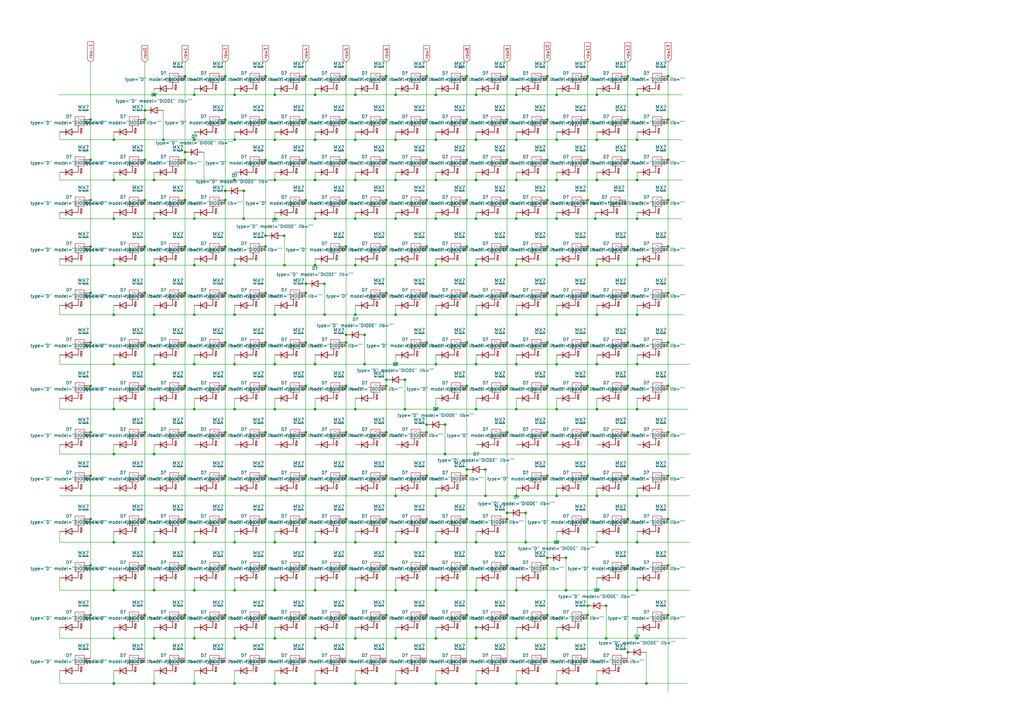
<source format=kicad_sch>
(kicad_sch (version 20211123) (generator eeschema)
  (paper "A3")
  (junction (at 59.38 158.28))
  (junction (at 228.29 108.75))
  (junction (at 174.95 120.18))
  (junction (at 63.19 108.75))
  (junction (at 224.48 228.765))
  (junction (at 108.91 49.06))
  (junction (at 75.89 231.94))
  (junction (at 125.42 252.26))
  (junction (at 162.25 222.415))
  (junction (at 46.68 280.315))
  (junction (at 182.5333 186.22))
  (junction (at 63.19 38.9))
  (junction (at 145.74 222.415))
  (junction (at 108.91 31.28))
  (junction (at 232.1 228.765))
  (junction (at 116.53 96.685))
  (junction (at 191.46 231.94))
  (junction (at 125.42 49.06))
  (junction (at 274.01 231.94))
  (junction (at 178.76 261.815))
  (junction (at 261.31 222.415))
  (junction (at 133.1423 129.07))
  (junction (at 257.5 49.06))
  (junction (at 195.27 280.315))
  (junction (at 248.6217 261.815))
  (junction (at 63.19 149.39))
  (junction (at 274.01 252.26))
  (junction (at 240.99 248.45))
  (junction (at 240.99 31.28))
  (junction (at 145.74 38.9))
  (junction (at 75.89 65.57))
  (junction (at 191.46 158.28))
  (junction (at 145.74 73.825))
  (junction (at 199.1296 203.365))
  (junction (at 92.4 195.11))
  (junction (at 129.23 167.805))
  (junction (at 112.72 222.415))
  (junction (at 129.23 242.1))
  (junction (at 133.04 116.37))
  (junction (at 274.01 31.28))
  (junction (at 75.89 101.13))
  (junction (at 261.31 242.1))
  (junction (at 274.01 195.11))
  (junction (at 228.29 129.07))
  (junction (at 240.99 177.33))
  (junction (at 75.89 82.08))
  (junction (at 46.68 89.7))
  (junction (at 141.93 252.26))
  (junction (at 92.4 31.28))
  (junction (at 129.23 261.815))
  (junction (at 112.72 280.315))
  (junction (at 261.31 203.365))
  (junction (at 75.89 62.395))
  (junction (at 224.48 65.57))
  (junction (at 63.19 280.315))
  (junction (at 141.93 31.28))
  (junction (at 79.7 38.9))
  (junction (at 112.72 167.805))
  (junction (at 166.06 155.74))
  (junction (at 162.25 38.9))
  (junction (at 162.25 108.75))
  (junction (at 274.01 82.08))
  (junction (at 92.4 101.13))
  (junction (at 59.38 45.25))
  (junction (at 224.48 177.33))
  (junction (at 145.74 167.805))
  (junction (at 244.8 108.75))
  (junction (at 96.21 38.9))
  (junction (at 37.155 231.94))
  (junction (at 257.5 212.89))
  (junction (at 141.93 231.94))
  (junction (at 79.7 89.7))
  (junction (at 37.155 101.13))
  (junction (at 141.93 158.28))
  (junction (at 224.48 31.28))
  (junction (at 37.155 177.33))
  (junction (at 195.27 222.415))
  (junction (at 162.25 73.825))
  (junction (at 199.08 192.57))
  (junction (at 240.99 101.13))
  (junction (at 96.21 222.415))
  (junction (at 244.8 242.1))
  (junction (at 129.23 149.39))
  (junction (at 158.44 177.33))
  (junction (at 265.12 280.315))
  (junction (at 129.23 38.9))
  (junction (at 228.29 57.315))
  (junction (at 145.74 261.815))
  (junction (at 145.74 242.1))
  (junction (at 178.76 129.07))
  (junction (at 224.48 101.13))
  (junction (at 37.155 252.26))
  (junction (at 261.31 38.9))
  (junction (at 46.68 242.1))
  (junction (at 244.8 167.805))
  (junction (at 116.68 108.75))
  (junction (at 79.7 129.07))
  (junction (at 96.21 108.75))
  (junction (at 211.78 203.365))
  (junction (at 75.89 120.18))
  (junction (at 141.93 101.13))
  (junction (at 207.97 212.89))
  (junction (at 108.91 231.94))
  (junction (at 195.27 38.9))
  (junction (at 158.44 31.28))
  (junction (at 228.29 167.805))
  (junction (at 191.46 252.26))
  (junction (at 79.7 222.415))
  (junction (at 174.95 212.89))
  (junction (at 174.95 231.94))
  (junction (at 211.78 242.1))
  (junction (at 211.78 108.75))
  (junction (at 195.27 89.7))
  (junction (at 195.27 129.07))
  (junction (at 125.42 82.08))
  (junction (at 125.42 212.89))
  (junction (at 162.25 261.815))
  (junction (at 75.89 140.5))
  (junction (at 46.68 73.825))
  (junction (at 191.46 140.5))
  (junction (at 79.7 108.75))
  (junction (at 195.27 167.805))
  (junction (at 211.78 167.805))
  (junction (at 162.25 280.315))
  (junction (at 59.38 140.5))
  (junction (at 141.93 212.89))
  (junction (at 145.74 57.315))
  (junction (at 257.5 140.5))
  (junction (at 261.31 57.315))
  (junction (at 261.31 73.825))
  (junction (at 79.7 149.39))
  (junction (at 92.4 82.08))
  (junction (at 158.44 252.26))
  (junction (at 158.44 212.89))
  (junction (at 162.25 203.365))
  (junction (at 108.91 120.18))
  (junction (at 178.76 149.39))
  (junction (at 158.44 101.13))
  (junction (at 191.46 49.06))
  (junction (at 63.19 73.825))
  (junction (at 129.23 73.825))
  (junction (at 224.48 158.28))
  (junction (at 158.44 158.28))
  (junction (at 261.31 167.805))
  (junction (at 195.27 108.75))
  (junction (at 37.155 120.18))
  (junction (at 63.19 222.415))
  (junction (at 211.78 73.825))
  (junction (at 75.89 158.28))
  (junction (at 125.42 195.11))
  (junction (at 207.97 140.5))
  (junction (at 141.93 49.06))
  (junction (at 178.76 242.1))
  (junction (at 37.155 65.57))
  (junction (at 224.48 195.11))
  (junction (at 257.5 231.94))
  (junction (at 174.95 65.57))
  (junction (at 125.42 31.28))
  (junction (at 274.01 140.5))
  (junction (at 240.99 140.5))
  (junction (at 207.97 65.57))
  (junction (at 224.48 252.26))
  (junction (at 244.8 57.315))
  (junction (at 75.89 252.26))
  (junction (at 207.97 177.33))
  (junction (at 224.48 82.08))
  (junction (at 274.01 212.89))
  (junction (at 257.5 31.28))
  (junction (at 92.4 158.28))
  (junction (at 191.46 31.28))
  (junction (at 79.7 261.815))
  (junction (at 174.95 140.5))
  (junction (at 174.95 174.155))
  (junction (at 141.93 140.5))
  (junction (at 174.95 177.33))
  (junction (at 75.89 31.28))
  (junction (at 46.68 57.315))
  (junction (at 191.46 192.57))
  (junction (at 129.23 57.315))
  (junction (at 158.44 195.11))
  (junction (at 79.7 242.1))
  (junction (at 207.97 231.94))
  (junction (at 211.78 57.315))
  (junction (at 59.38 49.06))
  (junction (at 96.21 167.805))
  (junction (at 224.48 49.06))
  (junction (at 129.23 280.315))
  (junction (at 207.97 252.26))
  (junction (at 75.89 212.89))
  (junction (at 195.27 57.315))
  (junction (at 211.78 38.9))
  (junction (at 228.29 222.415))
  (junction (at 261.31 108.75))
  (junction (at 59.38 120.18))
  (junction (at 174.95 49.06))
  (junction (at 59.38 82.08))
  (junction (at 75.89 177.33))
  (junction (at 232.1526 242.1))
  (junction (at 261.31 149.39))
  (junction (at 112.72 57.315))
  (junction (at 63.19 129.07))
  (junction (at 191.46 82.08))
  (junction (at 129.23 108.75))
  (junction (at 125.42 231.94))
  (junction (at 149.55 137.325))
  (junction (at 92.4 177.33))
  (junction (at 125.42 177.33))
  (junction (at 59.38 231.94))
  (junction (at 211.78 89.7))
  (junction (at 191.46 195.11))
  (junction (at 215.59 210.35))
  (junction (at 46.68 129.07))
  (junction (at 92.4 140.5))
  (junction (at 145.74 129.07))
  (junction (at 46.68 167.805))
  (junction (at 37.155 82.08))
  (junction (at 108.91 96.685))
  (junction (at 248.61 248.45))
  (junction (at 207.97 158.28))
  (junction (at 37.155 140.5))
  (junction (at 162.25 129.07))
  (junction (at 195.27 149.39))
  (junction (at 211.78 129.07))
  (junction (at 244.165 89.7))
  (junction (at 228.29 73.825))
  (junction (at 244.8 38.9))
  (junction (at 244.8 73.825))
  (junction (at 240.99 65.57))
  (junction (at 59.38 65.57))
  (junction (at 162.25 149.39))
  (junction (at 112.72 89.7))
  (junction (at 96.21 261.815))
  (junction (at 108.91 101.13))
  (junction (at 228.29 280.315))
  (junction (at 125.42 65.57))
  (junction (at 108.91 65.57))
  (junction (at 244.8 203.365))
  (junction (at 46.68 149.39))
  (junction (at 46.68 222.415))
  (junction (at 240.99 158.28))
  (junction (at 158.44 155.74))
  (junction (at 67 57.315))
  (junction (at 96.21 73.825))
  (junction (at 228.29 149.39))
  (junction (at 162.25 89.7))
  (junction (at 195.27 242.1))
  (junction (at 108.91 158.28))
  (junction (at 59.38 195.11))
  (junction (at 112.72 261.815))
  (junction (at 158.44 82.08))
  (junction (at 174.95 252.26))
  (junction (at 63.19 89.7))
  (junction (at 100.02 78.27))
  (junction (at 79.7 280.315))
  (junction (at 207.97 101.13))
  (junction (at 166.0855 167.805))
  (junction (at 108.91 212.89))
  (junction (at 244.8 222.415))
  (junction (at 162.25 242.1))
  (junction (at 257.5 177.33))
  (junction (at 63.19 261.815))
  (junction (at 274.01 177.33))
  (junction (at 228.29 261.815))
  (junction (at 178.76 222.415))
  (junction (at 207.97 49.06))
  (junction (at 145.74 280.315))
  (junction (at 195.27 261.815))
  (junction (at 274.01 158.28))
  (junction (at 108.91 177.33))
  (junction (at 96.21 129.07))
  (junction (at 158.44 120.18))
  (junction (at 92.4 231.94))
  (junction (at 99.934 89.7))
  (junction (at 174.95 82.08))
  (junction (at 174.95 31.28))
  (junction (at 149.5316 149.39))
  (junction (at 178.76 73.825))
  (junction (at 191.46 120.18))
  (junction (at 257.5 195.11))
  (junction (at 158.44 231.94))
  (junction (at 96.21 280.315))
  (junction (at 141.93 137.325))
  (junction (at 108.91 195.11))
  (junction (at 46.68 186.22))
  (junction (at 257.5 65.57))
  (junction (at 108.91 252.26))
  (junction (at 228.29 203.365))
  (junction (at 37.155 212.89))
  (junction (at 112.72 73.825))
  (junction (at 274.01 65.57))
  (junction (at 79.7 167.805))
  (junction (at 59.38 177.33))
  (junction (at 46.68 261.815))
  (junction (at 274.01 101.13))
  (junction (at 92.4 78.27))
  (junction (at 75.89 195.11))
  (junction (at 191.46 212.89))
  (junction (at 211.78 280.315))
  (junction (at 178.76 38.9))
  (junction (at 224.48 231.94))
  (junction (at 158.44 49.06))
  (junction (at 125.42 158.28))
  (junction (at 244.8 129.07))
  (junction (at 274.01 49.06))
  (junction (at 37.155 49.06))
  (junction (at 145.74 108.75))
  (junction (at 145.74 89.7))
  (junction (at 240.99 120.18))
  (junction (at 215.5987 222.415))
  (junction (at 92.4 120.18))
  (junction (at 178.76 89.7))
  (junction (at 141.93 177.33))
  (junction (at 257.5 158.28))
  (junction (at 178.76 57.315))
  (junction (at 261.31 129.07))
  (junction (at 63.19 186.22))
  (junction (at 228.29 89.7))
  (junction (at 261.31 261.815))
  (junction (at 191.46 101.13))
  (junction (at 46.68 108.75))
  (junction (at 129.23 89.7))
  (junction (at 261.31 89.7))
  (junction (at 92.4 212.89))
  (junction (at 59.38 252.26))
  (junction (at 174.95 195.11))
  (junction (at 108.91 140.5))
  (junction (at 257.5 120.18))
  (junction (at 244.8 280.315))
  (junction (at 195.27 73.825))
  (junction (at 240.99 212.89))
  (junction (at 59.38 212.89))
  (junction (at 96.21 242.1))
  (junction (at 125.42 140.5))
  (junction (at 92.4 49.06))
  (junction (at 59.38 101.13))
  (junction (at 207.97 31.28))
  (junction (at 178.76 167.805))
  (junction (at 92.4 252.26))
  (junction (at 274.01 120.18))
  (junction (at 207.97 82.08))
  (junction (at 112.72 149.39))
  (junction (at 244.8 149.39))
  (junction (at 257.5 267.5))
  (junction (at 207.97 210.35))
  (junction (at 257.5 101.13))
  (junction (at 96.21 57.315))
  (junction (at 240.99 195.11))
  (junction (at 240.99 82.08))
  (junction (at 178.76 280.315))
  (junction (at 96.21 149.39))
  (junction (at 63.19 242.1))
  (junction (at 228.29 38.9))
  (junction (at 112.72 242.1))
  (junction (at 240.99 252.26))
  (junction (at 158.44 65.57))
  (junction (at 224.48 140.5))
  (junction (at 207.97 120.18))
  (junction (at 178.76 108.75))
  (junction (at 240.99 49.06))
  (junction (at 79.7 57.315))
  (junction (at 112.72 38.9))
  (junction (at 112.72 129.07))
  (junction (at 125.42 120.18))
  (junction (at 141.93 65.57))
  (junction (at 37.155 195.11))
  (junction (at 224.48 120.18))
  (junction (at 141.93 195.11))
  (junction (at 37.155 158.28))
  (junction (at 191.46 65.57))
  (junction (at 182.57 174.155))
  (junction (at 211.78 149.39))
  (junction (at 63.19 167.805))
  (junction (at 174.95 101.13))
  (junction (at 141.93 82.08))
  (junction (at 125.42 116.37))
  (junction (at 129.23 222.415))
  (junction (at 195.27 257.34))
  (junction (at 211.78 261.815))
  (junction (at 178.76 203.365))
  (junction (at 162.25 57.315))
  (no_connect (at 188.92 27.47))
  (wire (pts (xy 244.8 167.805) (xy 228.29 167.805)))
  (wire (pts (xy 174.95 120.18) (xy 174.95 140.5)))
  (wire (pts (xy 174.95 212.89) (xy 174.95 231.94)))
  (wire (pts (xy 257.5 212.89) (xy 257.5 231.94)))
  (wire (pts (xy 174.95 82.08) (xy 174.95 101.13)))
  (wire (pts (xy 211.78 73.825) (xy 228.29 73.825)))
  (wire (pts (xy 46.68 237.02) (xy 46.68 242.1)))
  (wire (pts (xy 240.99 65.57) (xy 240.99 82.08)))
  (wire (pts (xy 224.48 49.06) (xy 224.48 65.57)))
  (wire (pts (xy 108.91 252.26) (xy 108.91 270.04)))
  (wire (pts (xy 145.74 222.415) (xy 129.23 222.415)))
  (wire (pts (xy 282.265 167.805) (xy 261.31 167.805)))
  (wire (pts (xy 129.23 280.315) (xy 145.74 280.315)))
  (wire (pts (xy 79.7 57.315) (xy 96.21 57.315)))
  (wire (pts (xy 79.7 261.815) (xy 96.21 261.815)))
  (wire (pts (xy 195.27 108.75) (xy 211.78 108.75)))
  (wire (pts (xy 129.23 222.415) (xy 112.72 222.415)))
  (wire (pts (xy 79.7 149.39) (xy 63.19 149.39)))
  (wire (pts (xy 261.31 217.97) (xy 261.31 222.415)))
  (wire (pts (xy 75.89 62.395) (xy 75.89 65.57)))
  (wire (pts (xy 162.25 200.19) (xy 162.25 203.365)))
  (wire (pts (xy 79.7 36.36) (xy 79.7 38.9)))
  (wire (pts (xy 125.42 140.5) (xy 125.42 158.28)))
  (wire (pts (xy 228.29 203.365) (xy 244.8 203.365)))
  (wire (pts (xy 195.27 73.825) (xy 211.78 73.825)))
  (wire (pts (xy 257.5 158.28) (xy 257.5 177.33)))
  (wire (pts (xy 261.31 167.805) (xy 244.8 167.805)))
  (wire (pts (xy 112.72 280.315) (xy 129.23 280.315)))
  (wire (pts (xy 261.31 200.19) (xy 261.31 203.365)))
  (wire (pts (xy 211.78 87.16) (xy 211.78 89.7)))
  (wire (pts (xy 162.25 261.815) (xy 178.76 261.815)))
  (wire (pts (xy 158.44 82.08) (xy 158.44 101.13)))
  (wire (pts (xy 195.27 275.12) (xy 195.27 280.315)))
  (wire (pts (xy 178.76 261.815) (xy 195.27 261.815)))
  (wire (pts (xy 162.25 38.9) (xy 178.76 38.9)))
  (wire (pts (xy 79.7 222.415) (xy 63.19 222.415)))
  (wire (pts (xy 63.19 38.9) (xy 79.7 38.9)))
  (wire (pts (xy 46.68 242.1) (xy 24.455 242.1)))
  (wire (pts (xy 24.455 186.22) (xy 24.455 182.41)))
  (wire (pts (xy 145.74 70.65) (xy 145.74 73.825)))
  (wire (pts (xy 261.31 70.65) (xy 261.31 73.825)))
  (wire (pts (xy 174.95 195.11) (xy 174.95 212.89)))
  (wire (pts (xy 63.19 217.97) (xy 63.19 222.415)))
  (wire (pts (xy 129.23 261.815) (xy 145.74 261.815)))
  (wire (pts (xy 162.25 257.34) (xy 162.25 261.815)))
  (wire (pts (xy 125.42 25.565) (xy 125.42 31.28)))
  (wire (pts (xy 261.31 38.9) (xy 279.725 38.9)))
  (wire (pts (xy 63.19 108.75) (xy 46.68 108.75)))
  (wire (pts (xy 46.68 222.415) (xy 24.455 222.415)))
  (wire (pts (xy 92.4 49.06) (xy 92.4 78.27)))
  (wire (pts (xy 59.38 212.89) (xy 59.38 231.94)))
  (wire (pts (xy 108.91 25.565) (xy 108.91 31.28)))
  (wire (pts (xy 112.72 167.805) (xy 96.21 167.805)))
  (wire (pts (xy 37.155 158.28) (xy 37.155 177.33)))
  (wire (pts (xy 257.5 49.06) (xy 257.5 65.57)))
  (wire (pts (xy 63.19 125.26) (xy 63.19 129.07)))
  (wire (pts (xy 112.72 257.34) (xy 112.72 261.815)))
  (wire (pts (xy 240.99 101.13) (xy 240.99 120.18)))
  (wire (pts (xy 129.23 149.39) (xy 112.72 149.39)))
  (wire (pts (xy 79.7 275.12) (xy 79.7 280.315)))
  (wire (pts (xy 274.01 231.94) (xy 274.01 252.26)))
  (wire (pts (xy 244.8 149.39) (xy 228.29 149.39)))
  (wire (pts (xy 96.21 145.58) (xy 96.21 149.39)))
  (wire (pts (xy 178.76 129.07) (xy 162.25 129.07)))
  (wire (pts (xy 46.68 73.825) (xy 63.19 73.825)))
  (wire (pts (xy 108.91 177.33) (xy 108.91 195.11)))
  (wire (pts (xy 46.68 275.12) (xy 46.68 280.315)))
  (wire (pts (xy 67 45.25) (xy 67 57.315)))
  (wire (pts (xy 195.27 217.97) (xy 195.27 222.415)))
  (wire (pts (xy 195.27 125.26) (xy 195.27 129.07)))
  (wire (pts (xy 191.46 140.5) (xy 191.46 158.28)))
  (wire (pts (xy 37.155 25.565) (xy 37.155 49.06)))
  (wire (pts (xy 191.46 195.11) (xy 191.46 212.89)))
  (wire (pts (xy 24.455 108.75) (xy 46.68 108.75)))
  (wire (pts (xy 228.29 261.815) (xy 248.6217 261.815)))
  (wire (pts (xy 145.74 73.825) (xy 162.25 73.825)))
  (wire (pts (xy 282.9 186.22) (xy 182.5333 186.22)))
  (wire (pts (xy 244.8 54.14) (xy 244.8 57.315)))
  (wire (pts (xy 211.78 237.02) (xy 211.78 242.1)))
  (wire (pts (xy 46.68 70.65) (xy 46.68 73.825)))
  (wire (pts (xy 162.25 145.58) (xy 162.25 149.39)))
  (wire (pts (xy 244.8 163.36) (xy 244.8 167.805)))
  (wire (pts (xy 274.01 65.57) (xy 274.01 82.08)))
  (wire (pts (xy 224.48 195.11) (xy 224.48 228.765)))
  (wire (pts (xy 211.78 36.36) (xy 211.78 38.9)))
  (wire (pts (xy 244.165 87.16) (xy 244.165 89.7)))
  (wire (pts (xy 257.5 65.57) (xy 257.5 101.13)))
  (wire (pts (xy 274.01 195.11) (xy 274.01 212.89)))
  (wire (pts (xy 125.42 31.28) (xy 125.42 49.06)))
  (wire (pts (xy 92.4 195.11) (xy 92.4 212.89)))
  (wire (pts (xy 240.99 82.08) (xy 240.99 101.13)))
  (wire (pts (xy 244.8 242.1) (xy 232.1526 242.1)))
  (wire (pts (xy 261.31 257.34) (xy 261.31 261.815)))
  (wire (pts (xy 195.27 167.805) (xy 178.76 167.805)))
  (wire (pts (xy 162.25 89.7) (xy 145.74 89.7)))
  (wire (pts (xy 178.76 200.19) (xy 178.76 203.365)))
  (wire (pts (xy 178.76 125.26) (xy 178.76 129.07)))
  (wire (pts (xy 145.74 275.12) (xy 145.74 280.315)))
  (wire (pts (xy 108.91 231.94) (xy 108.91 252.26)))
  (wire (pts (xy 145.74 217.97) (xy 145.74 222.415)))
  (wire (pts (xy 178.76 163.36) (xy 178.76 167.805)))
  (wire (pts (xy 92.4 252.26) (xy 92.4 270.04)))
  (wire (pts (xy 24.455 73.825) (xy 46.68 73.825)))
  (wire (pts (xy 178.76 149.39) (xy 162.25 149.39)))
  (wire (pts (xy 178.76 203.365) (xy 199.1296 203.365)))
  (wire (pts (xy 244.8 280.315) (xy 265.12 280.315)))
  (wire (pts (xy 261.31 129.07) (xy 280.36 129.07)))
  (wire (pts (xy 112.72 87.16) (xy 112.72 89.7)))
  (wire (pts (xy 244.8 237.02) (xy 244.8 242.1)))
  (wire (pts (xy 59.38 120.18) (xy 59.38 140.5)))
  (wire (pts (xy 96.21 222.415) (xy 79.7 222.415)))
  (wire (pts (xy 96.21 167.805) (xy 79.7 167.805)))
  (wire (pts (xy 211.78 70.65) (xy 211.78 73.825)))
  (wire (pts (xy 75.89 65.57) (xy 75.89 82.08)))
  (wire (pts (xy 112.72 217.97) (xy 112.72 222.415)))
  (wire (pts (xy 274.01 31.28) (xy 274.01 49.06)))
  (wire (pts (xy 174.95 65.57) (xy 174.95 82.08)))
  (wire (pts (xy 257.5 25.565) (xy 257.5 31.28)))
  (wire (pts (xy 63.19 73.825) (xy 96.21 73.825)))
  (wire (pts (xy 67 57.315) (xy 79.7 57.315)))
  (wire (pts (xy 79.7 87.16) (xy 79.7 89.7)))
  (wire (pts (xy 75.89 158.28) (xy 75.89 177.33)))
  (wire (pts (xy 224.48 82.08) (xy 224.48 101.13)))
  (wire (pts (xy 178.76 70.65) (xy 178.76 73.825)))
  (wire (pts (xy 162.25 275.12) (xy 162.25 280.315)))
  (wire (pts (xy 274.01 120.18) (xy 274.01 140.5)))
  (wire (pts (xy 162.25 36.36) (xy 162.25 38.9)))
  (wire (pts (xy 141.93 212.89) (xy 141.93 231.94)))
  (wire (pts (xy 141.93 25.565) (xy 141.93 31.28)))
  (wire (pts (xy 261.31 237.02) (xy 261.31 242.1)))
  (wire (pts (xy 174.95 177.33) (xy 174.95 195.11)))
  (wire (pts (xy 24.455 108.75) (xy 24.455 106.21)))
  (wire (pts (xy 261.31 203.365) (xy 282.9 203.365)))
  (wire (pts (xy 46.68 54.14) (xy 46.68 57.315)))
  (wire (pts (xy 96.21 217.97) (xy 96.21 222.415)))
  (wire (pts (xy 145.74 261.815) (xy 162.25 261.815)))
  (wire (pts (xy 158.44 195.11) (xy 158.44 212.89)))
  (wire (pts (xy 37.155 177.33) (xy 37.155 195.11)))
  (wire (pts (xy 92.4 31.28) (xy 92.4 49.06)))
  (wire (pts (xy 211.78 149.39) (xy 195.27 149.39)))
  (wire (pts (xy 265.12 267.5) (xy 265.12 280.315)))
  (wire (pts (xy 92.4 101.13) (xy 92.4 120.18)))
  (wire (pts (xy 166.0855 167.805) (xy 166.0855 155.74)))
  (wire (pts (xy 207.97 82.08) (xy 207.97 101.13)))
  (wire (pts (xy 79.7 54.14) (xy 79.7 57.315)))
  (wire (pts (xy 228.29 73.825) (xy 244.8 73.825)))
  (wire (pts (xy 195.27 242.1) (xy 178.76 242.1)))
  (wire (pts (xy 240.99 140.5) (xy 240.99 158.28)))
  (wire (pts (xy 224.48 140.5) (xy 224.48 158.28)))
  (wire (pts (xy 274.01 158.28) (xy 274.01 177.33)))
  (wire (pts (xy 141.93 31.28) (xy 141.93 49.06)))
  (wire (pts (xy 125.42 65.57) (xy 125.42 82.08)))
  (wire (pts (xy 178.76 73.825) (xy 195.27 73.825)))
  (wire (pts (xy 129.23 257.34) (xy 129.23 261.815)))
  (wire (pts (xy 215.5987 222.415) (xy 215.5987 210.35)))
  (wire (pts (xy 129.23 70.65) (xy 129.23 73.825)))
  (wire (pts (xy 162.25 149.39) (xy 149.5316 149.39)))
  (wire (pts (xy 63.19 186.22) (xy 46.68 186.22)))
  (wire (pts (xy 125.42 212.89) (xy 125.42 231.94)))
  (wire (pts (xy 274.01 212.89) (xy 274.01 231.94)))
  (wire (pts (xy 63.19 182.41) (xy 63.19 186.22)))
  (wire (pts (xy 92.4 177.33) (xy 92.4 195.11)))
  (wire (pts (xy 211.78 129.07) (xy 195.27 129.07)))
  (wire (pts (xy 75.89 231.94) (xy 75.89 252.26)))
  (wire (pts (xy 257.5 101.13) (xy 257.5 120.18)))
  (wire (pts (xy 257.5 195.11) (xy 257.5 212.89)))
  (wire (pts (xy 158.44 120.18) (xy 158.44 155.74)))
  (wire (pts (xy 224.48 25.565) (xy 224.48 31.28)))
  (wire (pts (xy 207.97 231.94) (xy 207.97 252.26)))
  (wire (pts (xy 162.25 54.14) (xy 162.25 57.315)))
  (wire (pts (xy 162.25 87.16) (xy 162.25 89.7)))
  (wire (pts (xy 265.12 280.315) (xy 281.68 280.315)))
  (wire (pts (xy 145.74 125.26) (xy 145.74 129.07)))
  (wire (pts (xy 59.38 65.57) (xy 59.38 82.08)))
  (wire (pts (xy 141.93 49.06) (xy 141.93 65.57)))
  (wire (pts (xy 24.455 186.22) (xy 46.68 186.22)))
  (wire (pts (xy 24.455 70.65) (xy 24.455 73.825)))
  (wire (pts (xy 141.93 140.5) (xy 141.93 158.28)))
  (wire (pts (xy 195.27 106.21) (xy 195.27 108.75)))
  (wire (pts (xy 178.76 54.14) (xy 178.76 57.315)))
  (wire (pts (xy 75.89 177.33) (xy 75.89 195.11)))
  (wire (pts (xy 92.4 212.89) (xy 92.4 231.94)))
  (wire (pts (xy 133.1423 129.07) (xy 133.1423 116.37)))
  (wire (pts (xy 282.9 149.39) (xy 261.31 149.39)))
  (wire (pts (xy 46.68 257.34) (xy 46.68 261.815)))
  (wire (pts (xy 79.7 280.315) (xy 96.21 280.315)))
  (wire (pts (xy 63.19 145.58) (xy 63.19 149.39)))
  (wire (pts (xy 116.68 96.685) (xy 116.53 96.685)))
  (wire (pts (xy 244.8 73.825) (xy 261.31 73.825)))
  (wire (pts (xy 108.91 140.5) (xy 108.91 158.28)))
  (wire (pts (xy 129.23 145.58) (xy 129.23 149.39)))
  (wire (pts (xy 63.19 167.805) (xy 46.68 167.805)))
  (wire (pts (xy 46.68 261.815) (xy 63.19 261.815)))
  (wire (pts (xy 112.72 89.7) (xy 99.934 89.7)))
  (wire (pts (xy 224.48 101.13) (xy 224.48 120.18)))
  (wire (pts (xy 178.76 57.315) (xy 195.27 57.315)))
  (wire (pts (xy 63.19 36.36) (xy 63.19 38.9)))
  (wire (pts (xy 211.78 57.315) (xy 228.29 57.315)))
  (wire (pts (xy 261.31 261.815) (xy 281.68 261.815)))
  (wire (pts (xy 133.1423 129.07) (xy 112.72 129.07)))
  (wire (pts (xy 195.27 89.7) (xy 178.76 89.7)))
  (wire (pts (xy 96.21 106.21) (xy 96.21 108.75)))
  (wire (pts (xy 162.25 57.315) (xy 178.76 57.315)))
  (wire (pts (xy 24.455 129.07) (xy 24.455 125.26)))
  (wire (pts (xy 162.25 129.07) (xy 145.74 129.07)))
  (wire (pts (xy 261.31 145.58) (xy 261.31 149.39)))
  (wire (pts (xy 244.8 203.365) (xy 261.31 203.365)))
  (wire (pts (xy 274.01 25.565) (xy 274.01 31.28)))
  (wire (pts (xy 112.72 57.315) (xy 129.23 57.315)))
  (wire (pts (xy 96.21 261.815) (xy 112.72 261.815)))
  (wire (pts (xy 244.165 89.7) (xy 228.29 89.7)))
  (wire (pts (xy 240.99 31.28) (xy 240.99 49.06)))
  (wire (pts (xy 195.27 129.07) (xy 178.76 129.07)))
  (wire (pts (xy 174.95 252.26) (xy 174.95 270.04)))
  (wire (pts (xy 207.97 210.35) (xy 207.97 212.89)))
  (wire (pts (xy 79.7 257.34) (xy 79.7 261.815)))
  (wire (pts (xy 211.78 242.1) (xy 195.27 242.1)))
  (wire (pts (xy 129.23 275.12) (xy 129.23 280.315)))
  (wire (pts (xy 92.4 78.27) (xy 92.4 82.08)))
  (wire (pts (xy 261.31 108.75) (xy 280.36 108.75)))
  (wire (pts (xy 240.99 177.33) (xy 240.99 195.11)))
  (wire (pts (xy 240.99 212.89) (xy 240.99 248.45)))
  (wire (pts (xy 162.25 73.825) (xy 178.76 73.825)))
  (wire (pts (xy 145.74 257.34) (xy 145.74 261.815)))
  (wire (pts (xy 24.455 242.1) (xy 24.455 237.02)))
  (wire (pts (xy 178.76 87.16) (xy 178.76 89.7)))
  (wire (pts (xy 162.25 108.75) (xy 178.76 108.75)))
  (wire (pts (xy 37.155 65.57) (xy 37.155 82.08)))
  (wire (pts (xy 112.72 261.815) (xy 129.23 261.815)))
  (wire (pts (xy 166.0855 167.805) (xy 145.74 167.805)))
  (wire (pts (xy 112.72 125.26) (xy 112.72 129.07)))
  (wire (pts (xy 145.74 108.75) (xy 129.23 108.75)))
  (wire (pts (xy 195.27 145.58) (xy 195.27 149.39)))
  (wire (pts (xy 59.38 101.13) (xy 59.38 120.18)))
  (wire (pts (xy 257.5 120.18) (xy 257.5 140.5)))
  (wire (pts (xy 99.934 89.7) (xy 79.7 89.7)))
  (wire (pts (xy 112.72 129.07) (xy 96.21 129.07)))
  (wire (pts (xy 46.68 167.805) (xy 46.68 163.36)))
  (wire (pts (xy 112.72 149.39) (xy 96.21 149.39)))
  (wire (pts (xy 195.27 261.815) (xy 211.78 261.815)))
  (wire (pts (xy 158.44 49.06) (xy 158.44 65.57)))
  (wire (pts (xy 96.21 242.1) (xy 79.7 242.1)))
  (wire (pts (xy 207.97 65.57) (xy 207.97 82.08)))
  (wire (pts (xy 112.72 275.12) (xy 112.72 280.315)))
  (wire (pts (xy 257.5 140.5) (xy 257.5 158.28)))
  (wire (pts (xy 112.72 237.02) (xy 112.72 242.1)))
  (wire (pts (xy 207.97 25.565) (xy 207.97 31.28)))
  (wire (pts (xy 24.455 261.815) (xy 46.68 261.815)))
  (wire (pts (xy 141.93 158.28) (xy 141.93 177.33)))
  (wire (pts (xy 75.89 101.13) (xy 75.89 120.18)))
  (wire (pts (xy 228.29 222.415) (xy 244.8 222.415)))
  (wire (pts (xy 228.29 57.315) (xy 244.8 57.315)))
  (wire (pts (xy 129.23 89.7) (xy 112.72 89.7)))
  (wire (pts (xy 63.19 237.02) (xy 63.19 242.1)))
  (wire (pts (xy 228.29 129.07) (xy 211.78 129.07)))
  (wire (pts (xy 178.76 222.415) (xy 195.27 222.415)))
  (wire (pts (xy 63.19 275.12) (xy 63.19 280.315)))
  (wire (pts (xy 125.42 116.37) (xy 125.42 120.18)))
  (wire (pts (xy 244.8 200.19) (xy 244.8 203.365)))
  (wire (pts (xy 125.42 49.06) (xy 125.42 65.57)))
  (wire (pts (xy 24.455 280.315) (xy 24.455 275.12)))
  (wire (pts (xy 133.1423 116.37) (xy 133.04 116.37)))
  (wire (pts (xy 145.74 54.14) (xy 145.74 57.315)))
  (wire (pts (xy 96.21 149.39) (xy 79.7 149.39)))
  (wire (pts (xy 158.44 231.94) (xy 158.44 252.26)))
  (wire (pts (xy 228.29 163.36) (xy 228.29 167.805)))
  (wire (pts (xy 207.97 177.33) (xy 207.97 210.35)))
  (wire (pts (xy 149.5316 149.39) (xy 129.23 149.39)))
  (wire (pts (xy 211.78 257.34) (xy 211.78 261.815)))
  (wire (pts (xy 162.25 125.26) (xy 162.25 129.07)))
  (wire (pts (xy 224.48 120.18) (xy 224.48 140.5)))
  (wire (pts (xy 125.42 158.28) (xy 125.42 177.33)))
  (wire (pts (xy 232.1526 242.1) (xy 232.1526 228.765)))
  (wire (pts (xy 125.42 120.18) (xy 125.42 140.5)))
  (wire (pts (xy 96.21 163.36) (xy 96.21 167.805)))
  (wire (pts (xy 158.44 31.28) (xy 158.44 49.06)))
  (wire (pts (xy 178.76 275.12) (xy 178.76 280.315)))
  (wire (pts (xy 24.455 87.16) (xy 24.455 89.7)))
  (wire (pts (xy 112.72 38.9) (xy 129.23 38.9)))
  (wire (pts (xy 96.21 57.315) (xy 112.72 57.315)))
  (wire (pts (xy 158.44 158.28) (xy 158.44 177.33)))
  (wire (pts (xy 59.38 158.28) (xy 59.38 177.33)))
  (wire (pts (xy 63.19 280.315) (xy 79.7 280.315)))
  (wire (pts (xy 145.74 87.16) (xy 145.74 89.7)))
  (wire (pts (xy 211.78 280.315) (xy 228.29 280.315)))
  (wire (pts (xy 232.1526 242.1) (xy 211.78 242.1)))
  (wire (pts (xy 96.21 108.75) (xy 79.7 108.75)))
  (wire (pts (xy 96.21 257.34) (xy 96.21 261.815)))
  (wire (pts (xy 158.44 212.89) (xy 158.44 231.94)))
  (wire (pts (xy 141.93 252.26) (xy 141.93 270.04)))
  (wire (pts (xy 195.27 57.315) (xy 211.78 57.315)))
  (wire (pts (xy 141.93 82.08) (xy 141.93 101.13)))
  (wire (pts (xy 158.44 65.57) (xy 158.44 82.08)))
  (wire (pts (xy 224.48 228.765) (xy 224.48 231.94)))
  (wire (pts (xy 37.155 252.26) (xy 37.155 270.04)))
  (wire (pts (xy 92.4 120.18) (xy 92.4 140.5)))
  (wire (pts (xy 195.27 280.315) (xy 211.78 280.315)))
  (wire (pts (xy 228.29 70.65) (xy 228.29 73.825)))
  (wire (pts (xy 261.31 242.1) (xy 244.8 242.1)))
  (wire (pts (xy 145.74 237.02) (xy 145.74 242.1)))
  (wire (pts (xy 96.21 73.825) (xy 112.72 73.825)))
  (wire (pts (xy 244.8 222.415) (xy 261.31 222.415)))
  (wire (pts (xy 99.934 78.27) (xy 100.02 78.27)))
  (wire (pts (xy 228.29 167.805) (xy 211.78 167.805)))
  (wire (pts (xy 240.99 25.565) (xy 240.99 31.28)))
  (wire (pts (xy 145.74 89.7) (xy 129.23 89.7)))
  (wire (pts (xy 79.7 242.1) (xy 63.19 242.1)))
  (wire (pts (xy 228.29 106.21) (xy 228.29 108.75)))
  (wire (pts (xy 244.8 145.58) (xy 244.8 149.39)))
  (wire (pts (xy 261.31 73.825) (xy 279.725 73.825)))
  (wire (pts (xy 274.01 82.08) (xy 274.01 101.13)))
  (wire (pts (xy 96.21 237.02) (xy 96.21 242.1)))
  (wire (pts (xy 112.72 163.36) (xy 112.72 167.805)))
  (wire (pts (xy 59.38 49.06) (xy 59.38 65.57)))
  (wire (pts (xy 195.27 163.36) (xy 195.27 167.805)))
  (wire (pts (xy 108.91 31.28) (xy 108.91 49.06)))
  (wire (pts (xy 199.1296 203.365) (xy 199.1296 192.57)))
  (wire (pts (xy 191.46 252.26) (xy 191.46 270.04)))
  (wire (pts (xy 207.97 31.28) (xy 207.97 49.06)))
  (wire (pts (xy 178.76 242.1) (xy 162.25 242.1)))
  (wire (pts (xy 274.01 49.06) (xy 274.01 65.57)))
  (wire (pts (xy 112.72 36.36) (xy 112.72 38.9)))
  (wire (pts (xy 59.38 195.11) (xy 59.38 212.89)))
  (wire (pts (xy 244.8 38.9) (xy 261.31 38.9)))
  (wire (pts (xy 108.91 158.28) (xy 108.91 177.33)))
  (wire (pts (xy 191.46 158.28) (xy 191.46 192.57)))
  (wire (pts (xy 92.4 25.565) (xy 92.4 31.28)))
  (wire (pts (xy 178.76 89.7) (xy 162.25 89.7)))
  (wire (pts (xy 274.01 177.33) (xy 274.01 195.11)))
  (wire (pts (xy 195.27 54.14) (xy 195.27 57.315)))
  (wire (pts (xy 174.95 25.565) (xy 174.95 31.28)))
  (wire (pts (xy 257.5 31.28) (xy 257.5 49.06)))
  (wire (pts (xy 178.76 108.75) (xy 195.27 108.75)))
  (wire (pts (xy 228.29 200.19) (xy 228.29 203.365)))
  (wire (pts (xy 211.78 200.19) (xy 211.78 203.365)))
  (wire (pts (xy 261.31 163.36) (xy 261.31 167.805)))
  (wire (pts (xy 141.93 137.325) (xy 141.93 140.5)))
  (wire (pts (xy 228.29 108.75) (xy 244.8 108.75)))
  (wire (pts (xy 178.76 237.02) (xy 178.76 242.1)))
  (wire (pts (xy 75.89 82.08) (xy 75.89 101.13)))
  (wire (pts (xy 112.72 70.65) (xy 112.72 73.825)))
  (wire (pts (xy 75.89 195.11) (xy 75.89 212.89)))
  (wire (pts (xy 145.74 280.315) (xy 162.25 280.315)))
  (wire (pts (xy 24.455 57.315) (xy 46.68 57.315)))
  (wire (pts (xy 145.74 222.415) (xy 162.25 222.415)))
  (wire (pts (xy 211.78 261.815) (xy 228.29 261.815)))
  (wire (pts (xy 195.27 257.34) (xy 195.27 261.815)))
  (wire (pts (xy 228.29 275.12) (xy 228.29 280.315)))
  (wire (pts (xy 195.27 36.36) (xy 195.27 38.9)))
  (wire (pts (xy 244.8 108.75) (xy 261.31 108.75)))
  (wire (pts (xy 46.68 217.97) (xy 46.68 222.415)))
  (wire (pts (xy 228.29 280.315) (xy 244.8 280.315)))
  (wire (pts (xy 240.99 120.18) (xy 240.99 140.5)))
  (wire (pts (xy 96.21 36.36) (xy 96.21 38.9)))
  (wire (pts (xy 129.23 87.16) (xy 129.23 89.7)))
  (wire (pts (xy 244.8 70.65) (xy 244.8 73.825)))
  (wire (pts (xy 24.455 257.34) (xy 24.455 261.815)))
  (wire (pts (xy 92.4 140.5) (xy 92.4 158.28)))
  (wire (pts (xy 228.29 145.58) (xy 228.29 149.39)))
  (wire (pts (xy 145.74 167.805) (xy 129.23 167.805)))
  (wire (pts (xy 37.155 82.08) (xy 37.155 101.13)))
  (wire (pts (xy 141.93 101.13) (xy 141.93 137.325)))
  (wire (pts (xy 129.23 38.9) (xy 145.74 38.9)))
  (wire (pts (xy 125.42 252.26) (xy 125.42 270.04)))
  (wire (pts (xy 46.68 87.16) (xy 46.68 89.7)))
  (wire (pts (xy 145.74 129.07) (xy 133.1423 129.07)))
  (wire (pts (xy 125.42 177.33) (xy 125.42 195.11)))
  (wire (pts (xy 182.5333 186.22) (xy 182.5333 174.155)))
  (wire (pts (xy 191.46 82.08) (xy 191.46 101.13)))
  (wire (pts (xy 207.97 140.5) (xy 207.97 158.28)))
  (wire (pts (xy 63.19 70.65) (xy 63.19 73.825)))
  (wire (pts (xy 96.21 129.07) (xy 79.7 129.07)))
  (wire (pts (xy 59.38 231.94) (xy 59.38 252.26)))
  (wire (pts (xy 125.42 231.94) (xy 125.42 252.26)))
  (wire (pts (xy 46.68 186.22) (xy 46.68 182.41)))
  (wire (pts (xy 24.455 149.39) (xy 24.455 145.58)))
  (wire (pts (xy 211.78 125.26) (xy 211.78 129.07)))
  (wire (pts (xy 129.23 36.36) (xy 129.23 38.9)))
  (wire (pts (xy 112.72 242.1) (xy 96.21 242.1)))
  (wire (pts (xy 125.42 195.11) (xy 125.42 212.89)))
  (wire (pts (xy 228.29 87.16) (xy 228.29 89.7)))
  (wire (pts (xy 178.76 38.9) (xy 195.27 38.9)))
  (wire (pts (xy 174.95 231.94) (xy 174.95 252.26)))
  (wire (pts (xy 158.44 177.33) (xy 158.44 195.11)))
  (wire (pts (xy 46.68 149.39) (xy 46.68 145.58)))
  (wire (pts (xy 108.91 195.11) (xy 108.91 212.89)))
  (wire (pts (xy 79.7 38.9) (xy 96.21 38.9)))
  (wire (pts (xy 207.97 49.06) (xy 207.97 65.57)))
  (wire (pts (xy 199.1296 192.57) (xy 199.08 192.57)))
  (wire (pts (xy 166.0855 155.74) (xy 166.06 155.74)))
  (wire (pts (xy 248.6217 248.45) (xy 248.61 248.45)))
  (wire (pts (xy 145.74 163.36) (xy 145.74 167.805)))
  (wire (pts (xy 92.4 231.94) (xy 92.4 252.26)))
  (wire (pts (xy 75.89 25.565) (xy 75.89 31.28)))
  (wire (pts (xy 261.31 54.14) (xy 261.31 57.315)))
  (wire (pts (xy 228.29 54.14) (xy 228.29 57.315)))
  (wire (pts (xy 261.31 106.21) (xy 261.31 108.75)))
  (wire (pts (xy 207.97 212.89) (xy 207.97 231.94)))
  (wire (pts (xy 24.455 129.07) (xy 46.68 129.07)))
  (wire (pts (xy 195.27 222.415) (xy 215.5987 222.415)))
  (wire (pts (xy 116.68 108.75) (xy 96.21 108.75)))
  (wire (pts (xy 162.25 203.365) (xy 178.76 203.365)))
  (wire (pts (xy 129.23 217.97) (xy 129.23 222.415)))
  (wire (pts (xy 279.725 89.7) (xy 261.31 89.7)))
  (wire (pts (xy 228.29 257.34) (xy 228.29 261.815)))
  (wire (pts (xy 240.99 195.11) (xy 240.99 212.89)))
  (wire (pts (xy 244.8 125.26) (xy 244.8 129.07)))
  (wire (pts (xy 145.74 57.315) (xy 162.25 57.315)))
  (wire (pts (xy 129.23 73.825) (xy 145.74 73.825)))
  (wire (pts (xy 79.7 129.07) (xy 63.19 129.07)))
  (wire (pts (xy 63.19 149.39) (xy 46.68 149.39)))
  (wire (pts (xy 191.46 120.18) (xy 191.46 140.5)))
  (wire (pts (xy 83.68 62.395) (xy 83.51 62.395)))
  (wire (pts (xy 63.19 261.815) (xy 79.7 261.815)))
  (wire (pts (xy 178.76 145.58) (xy 178.76 149.39)))
  (wire (pts (xy 79.7 145.58) (xy 79.7 149.39)))
  (wire (pts (xy 37.155 195.11) (xy 37.155 212.89)))
  (wire (pts (xy 24.455 89.7) (xy 46.68 89.7)))
  (wire (pts (xy 83.68 73.815) (xy 83.68 62.395)))
  (wire (pts (xy 207.97 158.28) (xy 207.97 177.33)))
  (wire (pts (xy 63.19 242.1) (xy 46.68 242.1)))
  (wire (pts (xy 129.23 108.75) (xy 116.68 108.75)))
  (wire (pts (xy 261.31 57.315) (xy 279.725 57.315)))
  (wire (pts (xy 224.48 177.33) (xy 224.48 195.11)))
  (wire (pts (xy 141.93 65.57) (xy 141.93 82.08)))
  (wire (pts (xy 228.29 89.7) (xy 211.78 89.7)))
  (wire (pts (xy 162.25 242.1) (xy 145.74 242.1)))
  (wire (pts (xy 24.18 38.9) (xy 63.19 38.9)))
  (wire (pts (xy 211.78 275.12) (xy 211.78 280.315)))
  (wire (pts (xy 257.5 267.5) (xy 257.5 270.04)))
  (wire (pts (xy 211.78 108.75) (xy 228.29 108.75)))
  (wire (pts (xy 92.4 158.28) (xy 92.4 177.33)))
  (wire (pts (xy 63.19 87.16) (xy 63.19 89.7)))
  (wire (pts (xy 191.46 212.89) (xy 191.46 231.94)))
  (wire (pts (xy 24.455 149.39) (xy 46.68 149.39)))
  (wire (pts (xy 79.7 237.02) (xy 79.7 242.1)))
  (wire (pts (xy 158.44 155.74) (xy 158.44 158.28)))
  (wire (pts (xy 112.72 222.415) (xy 96.21 222.415)))
  (wire (pts (xy 199.1296 203.365) (xy 211.78 203.365)))
  (wire (pts (xy 46.68 108.75) (xy 46.68 106.21)))
  (wire (pts (xy 162.25 217.97) (xy 162.25 222.415)))
  (wire (pts (xy 46.68 280.315) (xy 24.455 280.315)))
  (wire (pts (xy 112.72 54.14) (xy 112.72 57.315)))
  (wire (pts (xy 195.27 149.39) (xy 178.76 149.39)))
  (wire (pts (xy 282.9 242.1) (xy 261.31 242.1)))
  (wire (pts (xy 112.72 73.825) (xy 129.23 73.825)))
  (wire (pts (xy 108.91 212.89) (xy 108.91 231.94)))
  (wire (pts (xy 215.5987 210.35) (xy 215.59 210.35)))
  (wire (pts (xy 24.455 167.805) (xy 46.68 167.805)))
  (wire (pts (xy 162.25 106.21) (xy 162.25 108.75)))
  (wire (pts (xy 162.25 237.02) (xy 162.25 242.1)))
  (wire (pts (xy 274.01 252.26) (xy 274.01 283.815)))
  (wire (pts (xy 178.76 217.97) (xy 178.76 222.415)))
  (wire (pts (xy 240.99 49.06) (xy 240.99 65.57)))
  (wire (pts (xy 96.21 125.26) (xy 96.21 129.07)))
  (wire (pts (xy 75.89 212.89) (xy 75.89 231.94)))
  (wire (pts (xy 211.78 145.58) (xy 211.78 149.39)))
  (wire (pts (xy 182.5333 186.22) (xy 63.19 186.22)))
  (wire (pts (xy 228.29 217.97) (xy 228.29 222.415)))
  (wire (pts (xy 96.21 54.14) (xy 96.21 57.315)))
  (wire (pts (xy 59.38 177.33) (xy 59.38 195.11)))
  (wire (pts (xy 261.31 89.7) (xy 244.165 89.7)))
  (wire (pts (xy 158.44 101.13) (xy 158.44 120.18)))
  (wire (pts (xy 178.76 257.34) (xy 178.76 261.815)))
  (wire (pts (xy 75.89 140.5) (xy 75.89 158.28)))
  (wire (pts (xy 162.25 280.315) (xy 178.76 280.315)))
  (wire (pts (xy 244.8 36.36) (xy 244.8 38.9)))
  (wire (pts (xy 228.29 38.9) (xy 244.8 38.9)))
  (wire (pts (xy 261.31 87.16) (xy 261.31 89.7)))
  (wire (pts (xy 211.78 167.805) (xy 195.27 167.805)))
  (wire (pts (xy 141.93 231.94) (xy 141.93 252.26)))
  (wire (pts (xy 158.44 252.26) (xy 158.44 270.04)))
  (wire (pts (xy 37.155 140.5) (xy 37.155 158.28)))
  (wire (pts (xy 79.7 108.75) (xy 63.19 108.75)))
  (wire (pts (xy 79.7 167.805) (xy 63.19 167.805)))
  (wire (pts (xy 244.8 106.21) (xy 244.8 108.75)))
  (wire (pts (xy 191.46 192.57) (xy 191.46 195.11)))
  (wire (pts (xy 274.01 140.5) (xy 274.01 158.28)))
  (wire (pts (xy 79.7 125.26) (xy 79.7 129.07)))
  (wire (pts (xy 108.91 96.685) (xy 108.91 101.13)))
  (wire (pts (xy 228.29 149.39) (xy 211.78 149.39)))
  (wire (pts (xy 240.99 252.26) (xy 240.99 270.04)))
  (wire (pts (xy 178.76 167.805) (xy 166.0855 167.805)))
  (wire (pts (xy 108.91 120.18) (xy 108.91 140.5)))
  (wire (pts (xy 145.74 106.21) (xy 145.74 108.75)))
  (wire (pts (xy 228.29 125.26) (xy 228.29 129.07)))
  (wire (pts (xy 59.38 45.25) (xy 59.38 49.06)))
  (wire (pts (xy 129.23 106.21) (xy 129.23 108.75)))
  (wire (pts (xy 37.155 231.94) (xy 37.155 252.26)))
  (wire (pts (xy 141.93 195.11) (xy 141.93 212.89)))
  (wire (pts (xy 224.48 65.57) (xy 224.48 82.08)))
  (wire (pts (xy 79.7 163.36) (xy 79.7 167.805)))
  (wire (pts (xy 63.19 129.07) (xy 46.68 129.07)))
  (wire (pts (xy 191.46 231.94) (xy 191.46 252.26)))
  (wire (pts (xy 145.74 38.9) (xy 162.25 38.9)))
  (wire (pts (xy 178.76 106.21) (xy 178.76 108.75)))
  (wire (pts (xy 129.23 167.805) (xy 112.72 167.805)))
  (wire (pts (xy 162.25 108.75) (xy 145.74 108.75)))
  (wire (pts (xy 207.97 101.13) (xy 207.97 120.18)))
  (wire (pts (xy 162.25 222.415) (xy 178.76 222.415)))
  (wire (pts (xy 174.95 101.13) (xy 174.95 120.18)))
  (wire (pts (xy 63.19 257.34) (xy 63.19 261.815)))
  (wire (pts (xy 59.38 25.565) (xy 59.38 45.25)))
  (wire (pts (xy 46.68 129.07) (xy 46.68 125.26)))
  (wire (pts (xy 158.44 25.565) (xy 158.44 31.28)))
  (wire (pts (xy 79.7 217.97) (xy 79.7 222.415)))
  (wire (pts (xy 37.155 120.18) (xy 37.155 140.5)))
  (wire (pts (xy 248.6217 261.815) (xy 261.31 261.815)))
  (wire (pts (xy 99.934 89.7) (xy 99.934 78.27)))
  (wire (pts (xy 108.91 65.57) (xy 108.91 96.685)))
  (wire (pts (xy 195.27 257.315) (xy 195.27 257.34)))
  (wire (pts (xy 248.6217 261.815) (xy 248.6217 248.45)))
  (wire (pts (xy 112.72 145.58) (xy 112.72 149.39)))
  (wire (pts (xy 191.46 49.06) (xy 191.46 65.57)))
  (wire (pts (xy 24.18 38.9) (xy 24.18 38.815)))
  (wire (pts (xy 24.455 222.415) (xy 24.455 217.97)))
  (wire (pts (xy 63.19 222.415) (xy 46.68 222.415)))
  (wire (pts (xy 211.78 106.21) (xy 211.78 108.75)))
  (wire (pts (xy 261.31 149.39) (xy 244.8 149.39)))
  (wire (pts (xy 79.7 89.7) (xy 63.19 89.7)))
  (wire (pts (xy 24.455 203.365) (xy 162.25 203.365)))
  (wire (pts (xy 145.74 36.36) (xy 145.74 38.9)))
  (wire (pts (xy 79.7 106.21) (xy 79.7 108.75)))
  (wire (pts (xy 145.74 242.1) (xy 129.23 242.1)))
  (wire (pts (xy 178.76 280.315) (xy 195.27 280.315)))
  (wire (pts (xy 261.31 125.26) (xy 261.31 129.07)))
  (wire (pts (xy 244.8 217.97) (xy 244.8 222.415)))
  (wire (pts (xy 240.99 158.28) (xy 240.99 177.33)))
  (wire (pts (xy 108.91 101.13) (xy 108.91 120.18)))
  (wire (pts (xy 224.48 252.26) (xy 224.48 270.04)))
  (wire (pts (xy 96.21 70.65) (xy 96.21 73.825)))
  (wire (pts (xy 211.78 38.9) (xy 228.29 38.9)))
  (wire (pts (xy 215.5987 222.415) (xy 228.29 222.415)))
  (wire (pts (xy 75.89 252.26) (xy 75.89 270.04)))
  (wire (pts (xy 195.27 38.9) (xy 211.78 38.9)))
  (wire (pts (xy 191.46 101.13) (xy 191.46 120.18)))
  (wire (pts (xy 24.455 54.14) (xy 24.455 57.315)))
  (wire (pts (xy 211.78 163.36) (xy 211.78 167.805)))
  (wire (pts (xy 37.155 49.06) (xy 37.155 65.57)))
  (wire (pts (xy 195.27 237.02) (xy 195.27 242.1)))
  (wire (pts (xy 224.48 231.94) (xy 224.48 252.26)))
  (wire (pts (xy 174.95 49.06) (xy 174.95 65.57)))
  (wire (pts (xy 63.19 163.36) (xy 63.19 167.805)))
  (wire (pts (xy 96.21 38.9) (xy 112.72 38.9)))
  (wire (pts (xy 46.68 57.315) (xy 67 57.315)))
  (wire (pts (xy 211.78 203.365) (xy 228.29 203.365)))
  (wire (pts (xy 149.5316 137.325) (xy 149.55 137.325)))
  (wire (pts (xy 129.23 242.1) (xy 112.72 242.1)))
  (wire (pts (xy 63.19 89.7) (xy 46.68 89.7)))
  (wire (pts (xy 232.1526 228.765) (xy 232.1 228.765)))
  (wire (pts (xy 224.48 31.28) (xy 224.48 49.06)))
  (wire (pts (xy 195.27 87.16) (xy 195.27 89.7)))
  (wire (pts (xy 63.19 106.21) (xy 63.19 108.75)))
  (wire (pts (xy 191.46 31.28) (xy 191.46 49.06)))
  (wire (pts (xy 116.68 108.75) (xy 116.68 96.685)))
  (wire (pts (xy 96.21 280.315) (xy 112.72 280.315)))
  (wire (pts (xy 108.91 49.06) (xy 108.91 65.57)))
  (wire (pts (xy 244.8 57.315) (xy 261.31 57.315)))
  (wire (pts (xy 75.89 120.18) (xy 75.89 140.5)))
  (wire (pts (xy 257.5 177.33) (xy 257.5 195.11)))
  (wire (pts (xy 149.5316 149.39) (xy 149.5316 137.325)))
  (wire (pts (xy 261.31 36.36) (xy 261.31 38.9)))
  (wire (pts (xy 129.23 237.02) (xy 129.23 242.1)))
  (wire (pts (xy 244.8 129.07) (xy 261.31 129.07)))
  (wire (pts (xy 261.31 222.415) (xy 282.9 222.415)))
  (wire (pts (xy 37.155 101.13) (xy 37.155 120.18)))
  (wire (pts (xy 174.95 174.155) (xy 174.95 177.33)))
  (wire (pts (xy 59.38 252.26) (xy 59.38 270.04)))
  (wire (pts (xy 191.46 65.57) (xy 191.46 82.08)))
  (wire (pts (xy 178.76 36.36) (xy 178.76 38.9)))
  (wire (pts (xy 182.5333 174.155) (xy 182.57 174.155)))
  (wire (pts (xy 59.38 82.08) (xy 59.38 101.13)))
  (wire (pts (xy 244.8 275.12) (xy 244.8 280.315)))
  (wire (pts (xy 191.46 25.565) (xy 191.46 31.28)))
  (wire (pts (xy 96.21 275.12) (xy 96.21 280.315)))
  (wire (pts (xy 24.455 167.805) (xy 24.455 163.36)))
  (wire (pts (xy 240.99 248.45) (xy 240.99 252.26)))
  (wire (pts (xy 211.78 54.14) (xy 211.78 57.315)))
  (wire (pts (xy 162.25 70.65) (xy 162.25 73.825)))
  (wire (pts (xy 129.23 163.36) (xy 129.23 167.805)))
  (wire (pts (xy 228.29 129.07) (xy 244.8 129.07)))
  (wire (pts (xy 207.97 252.26) (xy 207.97 270.04)))
  (wire (pts (xy 224.48 158.28) (xy 224.48 177.33)))
  (wire (pts (xy 228.29 36.36) (xy 228.29 38.9)))
  (wire (pts (xy 207.97 120.18) (xy 207.97 140.5)))
  (wire (pts (xy 129.23 54.14) (xy 129.23 57.315)))
  (wire (pts (xy 195.27 70.65) (xy 195.27 73.825)))
  (wire (pts (xy 141.93 177.33) (xy 141.93 195.11)))
  (wire (pts (xy 174.95 140.5) (xy 174.95 174.155)))
  (wire (pts (xy 174.95 31.28) (xy 174.95 49.06)))
  (wire (pts (xy 37.155 212.89) (xy 37.155 231.94)))
  (wire (pts (xy 59.38 140.5) (xy 59.38 158.28)))
  (wire (pts (xy 211.78 89.7) (xy 195.27 89.7)))
  (wire (pts (xy 46.68 280.315) (xy 63.19 280.315)))
  (wire (pts (xy 129.23 57.315) (xy 145.74 57.315)))
  (wire (pts (xy 274.01 101.13) (xy 274.01 120.18)))
  (wire (pts (xy 92.4 82.08) (xy 92.4 101.13)))
  (wire (pts (xy 257.5 231.94) (xy 257.5 267.5)))
  (wire (pts (xy 125.42 82.08) (xy 125.42 116.37)))
  (wire (pts (xy 75.89 31.28) (xy 75.89 62.395)))
  (global_label "row-1" (shape input) (at 37.155 25.565 90) (property "Intersheet References" "${INTERSHEET_REFS}" (effects hide)))
  (global_label "row3" (shape input) (at 108.91 25.565 90) (property "Intersheet References" "${INTERSHEET_REFS}" (effects hide)))
  (global_label "row11" (shape input) (at 240.99 25.565 90) (property "Intersheet References" "${INTERSHEET_REFS}" (effects hide)))
  (global_label "row2" (shape input) (at 92.4 25.565 90) (property "Intersheet References" "${INTERSHEET_REFS}" (effects hide)))
  (global_label "row13" (shape input) (at 274.01 25.565 90) (property "Intersheet References" "${INTERSHEET_REFS}" (effects hide)))
  (global_label "row9" (shape input) (at 207.97 25.565 90) (property "Intersheet References" "${INTERSHEET_REFS}" (effects hide)))
  (global_label "row1" (shape input) (at 75.89 25.565 90) (property "Intersheet References" "${INTERSHEET_REFS}" (effects hide)))
  (global_label "row6" (shape input) (at 158.44 25.565 90) (property "Intersheet References" "${INTERSHEET_REFS}" (effects hide)))
  (global_label "row5" (shape input) (at 141.93 25.565 90) (property "Intersheet References" "${INTERSHEET_REFS}" (effects hide)))
  (global_label "row7" (shape input) (at 174.95 25.565 90) (property "Intersheet References" "${INTERSHEET_REFS}" (effects hide)))
  (global_label "row12" (shape input) (at 257.5 25.565 90) (property "Intersheet References" "${INTERSHEET_REFS}" (effects hide)))
  (global_label "row0" (shape input) (at 59.38 25.565 90) (property "Intersheet References" "${INTERSHEET_REFS}" (effects hide)))
  (global_label "row8" (shape input) (at 191.46 25.565 90) (property "Intersheet References" "${INTERSHEET_REFS}" (effects hide)))
  (global_label "row4" (shape input) (at 125.42 25.565 90) (property "Intersheet References" "${INTERSHEET_REFS}" (effects hide)))
  (global_label "row10" (shape input) (at 224.48 25.565 90) (property "Intersheet References" "${INTERSHEET_REFS}" (effects hide)))
  (symbol (lib_id "Simulation_SPICE:DIODE") (at 149.55 125.26 180) (unit 1)
    (property "Reference" "D?" (at 149.55 118.91 0))
    (property "Value" "DIODE" (at 149.55 121.45 0))
    (property "Spice_Netlist_Enabled" "Y" (effects hide))
    (property "Spice_Primitive" "D" (effects hide))
  )
  (symbol (lib_id "MX_Alps_Hybrid:MX-NoLED") (at 105.1 121.45 0) (unit 1)
    (property "Reference" "MX?" (at 105.9856 115.1 0) (effects (font (size 1.524 1.524))))
    (property "Value" "MX-NoLED" (at 105.9856 116.37 0) (effects (font (size 0.508 0.508))))
  )
  (symbol (lib_id "MX_Alps_Hybrid:MX-NoLED") (at 154.63 196.38 0) (unit 1)
    (property "Reference" "MX?" (at 155.5156 190.03 0) (effects (font (size 1.524 1.524))))
    (property "Value" "MX-NoLED" (at 155.5156 191.3 0) (effects (font (size 0.508 0.508))))
  )
  (symbol (lib_id "Simulation_SPICE:DIODE") (at 28.265 182.41 180) (unit 1)
    (property "Reference" "D?" (at 28.265 176.06 0))
    (property "Value" "DIODE" (at 28.265 178.6 0))
    (property "Spice_Netlist_Enabled" "Y" (effects hide))
    (property "Spice_Primitive" "D" (effects hide))
  )
  (symbol (lib_id "MX_Alps_Hybrid:MX-NoLED") (at 88.59 159.55 0) (unit 1)
    (property "Reference" "MX?" (at 89.4756 153.2 0) (effects (font (size 1.524 1.524))))
    (property "Value" "MX-NoLED" (at 89.4756 154.47 0) (effects (font (size 0.508 0.508))))
  )
  (symbol (lib_id "Simulation_SPICE:DIODE") (at 166.06 106.21 180) (unit 1)
    (property "Reference" "D?" (at 166.06 99.86 0))
    (property "Value" "DIODE" (at 166.06 102.4 0))
    (property "Spice_Netlist_Enabled" "Y" (effects hide))
    (property "Spice_Primitive" "D" (effects hide))
  )
  (symbol (lib_id "Simulation_SPICE:DIODE") (at 182.57 36.36 180) (unit 1)
    (property "Reference" "D?" (at 182.57 30.01 0))
    (property "Value" "DIODE" (at 182.57 32.55 0))
    (property "Spice_Netlist_Enabled" "Y" (effects hide))
    (property "Spice_Primitive" "D" (effects hide))
  )
  (symbol (lib_id "Simulation_SPICE:DIODE") (at 67 36.36 180) (unit 1)
    (property "Reference" "D?" (at 67 30.01 0))
    (property "Value" "DIODE" (at 67 32.55 0))
    (property "Spice_Netlist_Enabled" "Y" (effects hide))
    (property "Spice_Primitive" "D" (effects hide))
  )
  (symbol (lib_id "Simulation_SPICE:DIODE") (at 232.1 200.19 180) (unit 1)
    (property "Reference" "D?" (at 232.1 193.84 0))
    (property "Value" "DIODE" (at 232.1 196.38 0))
    (property "Spice_Netlist_Enabled" "Y" (effects hide))
    (property "Spice_Primitive" "D" (effects hide))
  )
  (symbol (lib_id "MX_Alps_Hybrid:MX-NoLED") (at 72.08 159.55 0) (unit 1)
    (property "Reference" "MX?" (at 72.9656 153.2 0) (effects (font (size 1.524 1.524))))
    (property "Value" "MX-NoLED" (at 72.9656 154.47 0) (effects (font (size 0.508 0.508))))
  )
  (symbol (lib_id "MX_Alps_Hybrid:MX-NoLED") (at 121.61 253.53 0) (unit 1)
    (property "Reference" "MX?" (at 122.4956 247.18 0) (effects (font (size 1.524 1.524))))
    (property "Value" "MX-NoLED" (at 122.4956 248.45 0) (effects (font (size 0.508 0.508))))
  )
  (symbol (lib_id "Simulation_SPICE:DIODE") (at 149.55 106.21 180) (unit 1)
    (property "Reference" "D?" (at 149.55 99.86 0))
    (property "Value" "DIODE" (at 149.55 102.4 0))
    (property "Spice_Netlist_Enabled" "Y" (effects hide))
    (property "Spice_Primitive" "D" (effects hide))
  )
  (symbol (lib_id "MX_Alps_Hybrid:MX-NoLED") (at 55.57 214.16 0) (unit 1)
    (property "Reference" "MX?" (at 56.4556 207.81 0) (effects (font (size 1.524 1.524))))
    (property "Value" "MX-NoLED" (at 56.4556 209.08 0) (effects (font (size 0.508 0.508))))
  )
  (symbol (lib_id "MX_Alps_Hybrid:MX-NoLED") (at 88.59 102.4 0) (unit 1)
    (property "Reference" "MX?" (at 89.4756 96.05 0) (effects (font (size 1.524 1.524))))
    (property "Value" "MX-NoLED" (at 89.4756 97.32 0) (effects (font (size 0.508 0.508))))
  )
  (symbol (lib_id "Simulation_SPICE:DIODE") (at 182.57 125.26 180) (unit 1)
    (property "Reference" "D?" (at 182.57 118.91 0))
    (property "Value" "DIODE" (at 182.57 121.45 0))
    (property "Spice_Netlist_Enabled" "Y" (effects hide))
    (property "Spice_Primitive" "D" (effects hide))
  )
  (symbol (lib_id "MX_Alps_Hybrid:MX-NoLED") (at 138.12 141.77 0) (unit 1)
    (property "Reference" "MX?" (at 139.0056 135.42 0) (effects (font (size 1.524 1.524))))
    (property "Value" "MX-NoLED" (at 139.0056 136.69 0) (effects (font (size 0.508 0.508))))
  )
  (symbol (lib_id "Simulation_SPICE:DIODE") (at 28.265 87.16 180) (unit 1)
    (property "Reference" "D?" (at 28.265 80.81 0))
    (property "Value" "DIODE" (at 28.265 83.35 0))
    (property "Spice_Netlist_Enabled" "Y" (effects hide))
    (property "Spice_Primitive" "D" (effects hide))
  )
  (symbol (lib_id "Simulation_SPICE:DIODE") (at 215.59 70.65 180) (unit 1)
    (property "Reference" "D?" (at 215.59 64.3 0))
    (property "Value" "DIODE" (at 215.59 66.84 0))
    (property "Spice_Netlist_Enabled" "Y" (effects hide))
    (property "Spice_Primitive" "D" (effects hide))
  )
  (symbol (lib_id "Simulation_SPICE:DIODE") (at 215.59 106.21 180) (unit 1)
    (property "Reference" "D?" (at 215.59 99.86 0))
    (property "Value" "DIODE" (at 215.59 102.4 0))
    (property "Spice_Netlist_Enabled" "Y" (effects hide))
    (property "Spice_Primitive" "D" (effects hide))
  )
  (symbol (lib_id "Simulation_SPICE:DIODE") (at 232.1 87.16 180) (unit 1)
    (property "Reference" "D?" (at 232.1 80.81 0))
    (property "Value" "DIODE" (at 232.1 83.35 0))
    (property "Spice_Netlist_Enabled" "Y" (effects hide))
    (property "Spice_Primitive" "D" (effects hide))
  )
  (symbol (lib_id "Simulation_SPICE:DIODE") (at 50.49 217.97 180) (unit 1)
    (property "Reference" "D?" (at 50.49 211.62 0))
    (property "Value" "DIODE" (at 50.49 214.16 0))
    (property "Spice_Netlist_Enabled" "Y" (effects hide))
    (property "Spice_Primitive" "D" (effects hide))
  )
  (symbol (lib_id "MX_Alps_Hybrid:MX-NoLED") (at 270.2 102.4 0) (unit 1)
    (property "Reference" "MX?" (at 271.0856 96.05 0) (effects (font (size 1.524 1.524))))
    (property "Value" "MX-NoLED" (at 271.0856 97.32 0) (effects (font (size 0.508 0.508))))
  )
  (symbol (lib_id "Simulation_SPICE:DIODE") (at 215.59 87.16 180) (unit 1)
    (property "Reference" "D?" (at 215.59 80.81 0))
    (property "Value" "DIODE" (at 215.59 83.35 0))
    (property "Spice_Netlist_Enabled" "Y" (effects hide))
    (property "Spice_Primitive" "D" (effects hide))
  )
  (symbol (lib_id "Simulation_SPICE:DIODE") (at 215.59 275.12 180) (unit 1)
    (property "Reference" "D?" (at 215.59 268.77 0))
    (property "Value" "DIODE" (at 215.59 271.31 0))
    (property "Spice_Netlist_Enabled" "Y" (effects hide))
    (property "Spice_Primitive" "D" (effects hide))
  )
  (symbol (lib_id "Simulation_SPICE:DIODE") (at 265.12 145.58 180) (unit 1)
    (property "Reference" "D?" (at 265.12 139.23 0))
    (property "Value" "DIODE" (at 265.12 141.77 0))
    (property "Spice_Netlist_Enabled" "Y" (effects hide))
    (property "Spice_Primitive" "D" (effects hide))
  )
  (symbol (lib_id "Simulation_SPICE:DIODE") (at 232.1 36.36 180) (unit 1)
    (property "Reference" "D?" (at 232.1 30.01 0))
    (property "Value" "DIODE" (at 232.1 32.55 0))
    (property "Spice_Netlist_Enabled" "Y" (effects hide))
    (property "Spice_Primitive" "D" (effects hide))
  )
  (symbol (lib_id "MX_Alps_Hybrid:MX-NoLED") (at 72.08 121.45 0) (unit 1)
    (property "Reference" "MX?" (at 72.9656 115.1 0) (effects (font (size 1.524 1.524))))
    (property "Value" "MX-NoLED" (at 72.9656 116.37 0) (effects (font (size 0.508 0.508))))
  )
  (symbol (lib_id "Simulation_SPICE:DIODE") (at 265.12 200.19 180) (unit 1)
    (property "Reference" "D?" (at 265.12 193.84 0))
    (property "Value" "DIODE" (at 265.12 196.38 0))
    (property "Spice_Netlist_Enabled" "Y" (effects hide))
    (property "Spice_Primitive" "D" (effects hide))
  )
  (symbol (lib_id "MX_Alps_Hybrid:MX-NoLED") (at 253.69 233.21 0) (unit 1)
    (property "Reference" "MX?" (at 254.5756 226.86 0) (effects (font (size 1.524 1.524))))
    (property "Value" "MX-NoLED" (at 254.5756 228.13 0) (effects (font (size 0.508 0.508))))
  )
  (symbol (lib_id "MX_Alps_Hybrid:MX-NoLED") (at 33.345 66.84 0) (unit 1)
    (property "Reference" "MX?" (at 34.2306 60.49 0) (effects (font (size 1.524 1.524))))
    (property "Value" "MX-NoLED" (at 34.2306 61.76 0) (effects (font (size 0.508 0.508))))
  )
  (symbol (lib_id "MX_Alps_Hybrid:MX-NoLED") (at 138.12 102.4 0) (unit 1)
    (property "Reference" "MX?" (at 139.0056 96.05 0) (effects (font (size 1.524 1.524))))
    (property "Value" "MX-NoLED" (at 139.0056 97.32 0) (effects (font (size 0.508 0.508))))
  )
  (symbol (lib_id "Simulation_SPICE:DIODE") (at 28.265 70.65 180) (unit 1)
    (property "Reference" "D?" (at 28.265 64.3 0))
    (property "Value" "DIODE" (at 28.265 66.84 0))
    (property "Spice_Netlist_Enabled" "Y" (effects hide))
    (property "Spice_Primitive" "D" (effects hide))
  )
  (symbol (lib_id "Simulation_SPICE:DIODE") (at 100.02 217.97 180) (unit 1)
    (property "Reference" "D?" (at 100.02 211.62 0))
    (property "Value" "DIODE" (at 100.02 214.16 0))
    (property "Spice_Netlist_Enabled" "Y" (effects hide))
    (property "Spice_Primitive" "D" (effects hide))
  )
  (symbol (lib_id "MX_Alps_Hybrid:MX-NoLED") (at 171.14 66.84 0) (unit 1)
    (property "Reference" "MX?" (at 172.0256 60.49 0) (effects (font (size 1.524 1.524))))
    (property "Value" "MX-NoLED" (at 172.0256 61.76 0) (effects (font (size 0.508 0.508))))
  )
  (symbol (lib_id "Simulation_SPICE:DIODE") (at 149.55 257.34 180) (unit 1)
    (property "Reference" "D?" (at 149.55 250.99 0))
    (property "Value" "DIODE" (at 149.55 253.53 0))
    (property "Spice_Netlist_Enabled" "Y" (effects hide))
    (property "Spice_Primitive" "D" (effects hide))
  )
  (symbol (lib_id "MX_Alps_Hybrid:MX-NoLED") (at 105.1 214.16 0) (unit 1)
    (property "Reference" "MX?" (at 105.9856 207.81 0) (effects (font (size 1.524 1.524))))
    (property "Value" "MX-NoLED" (at 105.9856 209.08 0) (effects (font (size 0.508 0.508))))
  )
  (symbol (lib_id "MX_Alps_Hybrid:MX-NoLED") (at 121.61 271.31 0) (unit 1)
    (property "Reference" "MX?" (at 122.4956 264.96 0) (effects (font (size 1.524 1.524))))
    (property "Value" "MX-NoLED" (at 122.4956 266.23 0) (effects (font (size 0.508 0.508))))
  )
  (symbol (lib_id "Simulation_SPICE:DIODE") (at 50.49 200.19 180) (unit 1)
    (property "Reference" "D?" (at 50.49 193.84 0))
    (property "Value" "DIODE" (at 50.49 196.38 0))
    (property "Spice_Netlist_Enabled" "Y" (effects hide))
    (property "Spice_Primitive" "D" (effects hide))
  )
  (symbol (lib_id "Simulation_SPICE:DIODE") (at 166.06 125.26 180) (unit 1)
    (property "Reference" "D?" (at 166.06 118.91 0))
    (property "Value" "DIODE" (at 166.06 121.45 0))
    (property "Spice_Netlist_Enabled" "Y" (effects hide))
    (property "Spice_Primitive" "D" (effects hide))
  )
  (symbol (lib_id "MX_Alps_Hybrid:MX-NoLED") (at 88.59 253.53 0) (unit 1)
    (property "Reference" "MX?" (at 89.4756 247.18 0) (effects (font (size 1.524 1.524))))
    (property "Value" "MX-NoLED" (at 89.4756 248.45 0) (effects (font (size 0.508 0.508))))
  )
  (symbol (lib_id "MX_Alps_Hybrid:MX-NoLED") (at 187.65 121.45 0) (unit 1)
    (property "Reference" "MX?" (at 188.5356 115.1 0) (effects (font (size 1.524 1.524))))
    (property "Value" "MX-NoLED" (at 188.5356 116.37 0) (effects (font (size 0.508 0.508))))
  )
  (symbol (lib_id "Simulation_SPICE:DIODE") (at 50.49 237.02 180) (unit 1)
    (property "Reference" "D?" (at 50.49 230.67 0))
    (property "Value" "DIODE" (at 50.49 233.21 0))
    (property "Spice_Netlist_Enabled" "Y" (effects hide))
    (property "Spice_Primitive" "D" (effects hide))
  )
  (symbol (lib_id "MX_Alps_Hybrid:MX-NoLED") (at 105.1 253.53 0) (unit 1)
    (property "Reference" "MX?" (at 105.9856 247.18 0) (effects (font (size 1.524 1.524))))
    (property "Value" "MX-NoLED" (at 105.9856 248.45 0) (effects (font (size 0.508 0.508))))
  )
  (symbol (lib_id "Simulation_SPICE:DIODE") (at 100.02 275.12 180) (unit 1)
    (property "Reference" "D?" (at 100.02 268.77 0))
    (property "Value" "DIODE" (at 100.02 271.31 0))
    (property "Spice_Netlist_Enabled" "Y" (effects hide))
    (property "Spice_Primitive" "D" (effects hide))
  )
  (symbol (lib_id "Simulation_SPICE:DIODE") (at 199.08 70.65 180) (unit 1)
    (property "Reference" "D?" (at 199.08 64.3 0))
    (property "Value" "DIODE" (at 199.08 66.84 0))
    (property "Spice_Netlist_Enabled" "Y" (effects hide))
    (property "Spice_Primitive" "D" (effects hide))
  )
  (symbol (lib_id "Simulation_SPICE:DIODE") (at 199.08 54.14 180) (unit 1)
    (property "Reference" "D?" (at 199.08 47.79 0))
    (property "Value" "DIODE" (at 199.08 50.33 0))
    (property "Spice_Netlist_Enabled" "Y" (effects hide))
    (property "Spice_Primitive" "D" (effects hide))
  )
  (symbol (lib_id "MX_Alps_Hybrid:MX-NoLED") (at 253.69 214.16 0) (unit 1)
    (property "Reference" "MX?" (at 254.5756 207.81 0) (effects (font (size 1.524 1.524))))
    (property "Value" "MX-NoLED" (at 254.5756 209.08 0) (effects (font (size 0.508 0.508))))
  )
  (symbol (lib_id "Simulation_SPICE:DIODE") (at 199.08 145.58 180) (unit 1)
    (property "Reference" "D?" (at 199.08 139.23 0))
    (property "Value" "DIODE" (at 199.08 141.77 0))
    (property "Spice_Netlist_Enabled" "Y" (effects hide))
    (property "Spice_Primitive" "D" (effects hide))
  )
  (symbol (lib_id "MX_Alps_Hybrid:MX-NoLED") (at 270.2 32.55 0) (unit 1)
    (property "Reference" "MX?" (at 271.0856 26.2 0) (effects (font (size 1.524 1.524))))
    (property "Value" "MX-NoLED" (at 271.0856 27.47 0) (effects (font (size 0.508 0.508))))
  )
  (symbol (lib_id "MX_Alps_Hybrid:MX-NoLED") (at 105.1 196.38 0) (unit 1)
    (property "Reference" "MX?" (at 105.9856 190.03 0) (effects (font (size 1.524 1.524))))
    (property "Value" "MX-NoLED" (at 105.9856 191.3 0) (effects (font (size 0.508 0.508))))
  )
  (symbol (lib_id "Simulation_SPICE:DIODE") (at 182.57 257.34 180) (unit 1)
    (property "Reference" "D?" (at 182.57 250.99 0))
    (property "Value" "DIODE" (at 182.57 253.53 0))
    (property "Spice_Netlist_Enabled" "Y" (effects hide))
    (property "Spice_Primitive" "D" (effects hide))
  )
  (symbol (lib_id "MX_Alps_Hybrid:MX-NoLED") (at 33.345 102.4 0) (unit 1)
    (property "Reference" "MX?" (at 34.2306 96.05 0) (effects (font (size 1.524 1.524))))
    (property "Value" "MX-NoLED" (at 34.2306 97.32 0) (effects (font (size 0.508 0.508))))
  )
  (symbol (lib_id "MX_Alps_Hybrid:MX-NoLED") (at 187.65 253.53 0) (unit 1)
    (property "Reference" "MX?" (at 188.5356 247.18 0) (effects (font (size 1.524 1.524))))
    (property "Value" "MX-NoLED" (at 188.5356 248.45 0) (effects (font (size 0.508 0.508))))
  )
  (symbol (lib_id "MX_Alps_Hybrid:MX-NoLED") (at 253.69 32.55 0) (unit 1)
    (property "Reference" "MX?" (at 254.5756 26.2 0) (effects (font (size 1.524 1.524))))
    (property "Value" "MX-NoLED" (at 254.5756 27.47 0) (effects (font (size 0.508 0.508))))
  )
  (symbol (lib_id "Simulation_SPICE:DIODE") (at 67 237.02 180) (unit 1)
    (property "Reference" "D?" (at 67 230.67 0))
    (property "Value" "DIODE" (at 67 233.21 0))
    (property "Spice_Netlist_Enabled" "Y" (effects hide))
    (property "Spice_Primitive" "D" (effects hide))
  )
  (symbol (lib_id "Simulation_SPICE:DIODE") (at 67 257.34 180) (unit 1)
    (property "Reference" "D?" (at 67 250.99 0))
    (property "Value" "DIODE" (at 67 253.53 0))
    (property "Spice_Netlist_Enabled" "Y" (effects hide))
    (property "Spice_Primitive" "D" (effects hide))
  )
  (symbol (lib_id "Simulation_SPICE:DIODE") (at 83.51 106.21 180) (unit 1)
    (property "Reference" "D?" (at 83.51 99.86 0))
    (property "Value" "DIODE" (at 83.51 102.4 0))
    (property "Spice_Netlist_Enabled" "Y" (effects hide))
    (property "Spice_Primitive" "D" (effects hide))
  )
  (symbol (lib_id "MX_Alps_Hybrid:MX-NoLED") (at 55.57 178.6 0) (unit 1)
    (property "Reference" "MX?" (at 56.4556 172.25 0) (effects (font (size 1.524 1.524))))
    (property "Value" "MX-NoLED" (at 56.4556 173.52 0) (effects (font (size 0.508 0.508))))
  )
  (symbol (lib_id "Simulation_SPICE:DIODE") (at 182.57 145.58 180) (unit 1)
    (property "Reference" "D?" (at 182.57 139.23 0))
    (property "Value" "DIODE" (at 182.57 141.77 0))
    (property "Spice_Netlist_Enabled" "Y" (effects hide))
    (property "Spice_Primitive" "D" (effects hide))
  )
  (symbol (lib_id "Simulation_SPICE:DIODE") (at 265.12 237.02 180) (unit 1)
    (property "Reference" "D?" (at 265.12 230.67 0))
    (property "Value" "DIODE" (at 265.12 233.21 0))
    (property "Spice_Netlist_Enabled" "Y" (effects hide))
    (property "Spice_Primitive" "D" (effects hide))
  )
  (symbol (lib_id "MX_Alps_Hybrid:MX-NoLED") (at 55.57 66.84 0) (unit 1)
    (property "Reference" "MX?" (at 56.4556 60.49 0) (effects (font (size 1.524 1.524))))
    (property "Value" "MX-NoLED" (at 56.4556 61.76 0) (effects (font (size 0.508 0.508))))
  )
  (symbol (lib_id "Simulation_SPICE:DIODE") (at 232.1 275.12 180) (unit 1)
    (property "Reference" "D?" (at 232.1 268.77 0))
    (property "Value" "DIODE" (at 232.1 271.31 0))
    (property "Spice_Netlist_Enabled" "Y" (effects hide))
    (property "Spice_Primitive" "D" (effects hide))
  )
  (symbol (lib_id "MX_Alps_Hybrid:MX-NoLED") (at 88.59 141.77 0) (unit 1)
    (property "Reference" "MX?" (at 89.4756 135.42 0) (effects (font (size 1.524 1.524))))
    (property "Value" "MX-NoLED" (at 89.4756 136.69 0) (effects (font (size 0.508 0.508))))
  )
  (symbol (lib_id "Simulation_SPICE:DIODE") (at 133.04 145.58 180) (unit 1)
    (property "Reference" "D?" (at 133.04 139.23 0))
    (property "Value" "DIODE" (at 133.04 141.77 0))
    (property "Spice_Netlist_Enabled" "Y" (effects hide))
    (property "Spice_Primitive" "D" (effects hide))
  )
  (symbol (lib_id "Simulation_SPICE:DIODE") (at 83.51 182.41 180) (unit 1)
    (property "Reference" "D?" (at 83.51 176.06 0))
    (property "Value" "DIODE" (at 83.51 178.6 0))
    (property "Spice_Netlist_Enabled" "Y" (effects hide))
    (property "Spice_Primitive" "D" (effects hide))
  )
  (symbol (lib_id "Simulation_SPICE:DIODE") (at 67 163.36 180) (unit 1)
    (property "Reference" "D?" (at 67 157.01 0))
    (property "Value" "DIODE" (at 67 159.55 0))
    (property "Spice_Netlist_Enabled" "Y" (effects hide))
    (property "Spice_Primitive" "D" (effects hide))
  )
  (symbol (lib_id "MX_Alps_Hybrid:MX-NoLED") (at 220.67 32.55 0) (unit 1)
    (property "Reference" "MX?" (at 221.5556 26.2 0) (effects (font (size 1.524 1.524))))
    (property "Value" "MX-NoLED" (at 221.5556 27.47 0) (effects (font (size 0.508 0.508))))
  )
  (symbol (lib_id "MX_Alps_Hybrid:MX-NoLED") (at 171.14 121.45 0) (unit 1)
    (property "Reference" "MX?" (at 172.0256 115.1 0) (effects (font (size 1.524 1.524))))
    (property "Value" "MX-NoLED" (at 172.0256 116.37 0) (effects (font (size 0.508 0.508))))
  )
  (symbol (lib_id "MX_Alps_Hybrid:MX-NoLED") (at 105.1 271.31 0) (unit 1)
    (property "Reference" "MX?" (at 105.9856 264.96 0) (effects (font (size 1.524 1.524))))
    (property "Value" "MX-NoLED" (at 105.9856 266.23 0) (effects (font (size 0.508 0.508))))
  )
  (symbol (lib_id "MX_Alps_Hybrid:MX-NoLED") (at 220.67 121.45 0) (unit 1)
    (property "Reference" "MX?" (at 221.5556 115.1 0) (effects (font (size 1.524 1.524))))
    (property "Value" "MX-NoLED" (at 221.5556 116.37 0) (effects (font (size 0.508 0.508))))
  )
  (symbol (lib_id "Simulation_SPICE:DIODE") (at 199.08 217.97 180) (unit 1)
    (property "Reference" "D?" (at 199.08 211.62 0))
    (property "Value" "DIODE" (at 199.08 214.16 0))
    (property "Spice_Netlist_Enabled" "Y" (effects hide))
    (property "Spice_Primitive" "D" (effects hide))
  )
  (symbol (lib_id "Simulation_SPICE:DIODE") (at 28.265 54.14 180) (unit 1)
    (property "Reference" "D?" (at 28.265 47.79 0))
    (property "Value" "DIODE" (at 28.265 50.33 0))
    (property "Spice_Netlist_Enabled" "Y" (effects hide))
    (property "Spice_Primitive" "D" (effects hide))
  )
  (symbol (lib_id "MX_Alps_Hybrid:MX-NoLED") (at 220.67 178.6 0) (unit 1)
    (property "Reference" "MX?" (at 221.5556 172.25 0) (effects (font (size 1.524 1.524))))
    (property "Value" "MX-NoLED" (at 221.5556 173.52 0) (effects (font (size 0.508 0.508))))
  )
  (symbol (lib_id "MX_Alps_Hybrid:MX-NoLED") (at 253.69 102.4 0) (unit 1)
    (property "Reference" "MX?" (at 254.5756 96.05 0) (effects (font (size 1.524 1.524))))
    (property "Value" "MX-NoLED" (at 254.5756 97.32 0) (effects (font (size 0.508 0.508))))
  )
  (symbol (lib_id "MX_Alps_Hybrid:MX-NoLED") (at 121.61 214.16 0) (unit 1)
    (property "Reference" "MX?" (at 122.4956 207.81 0) (effects (font (size 1.524 1.524))))
    (property "Value" "MX-NoLED" (at 122.4956 209.08 0) (effects (font (size 0.508 0.508))))
  )
  (symbol (lib_id "MX_Alps_Hybrid:MX-NoLED") (at 72.08 271.31 0) (unit 1)
    (property "Reference" "MX?" (at 72.9656 264.96 0) (effects (font (size 1.524 1.524))))
    (property "Value" "MX-NoLED" (at 72.9656 266.23 0) (effects (font (size 0.508 0.508))))
  )
  (symbol (lib_id "MX_Alps_Hybrid:MX-NoLED") (at 154.63 121.45 0) (unit 1)
    (property "Reference" "MX?" (at 155.5156 115.1 0) (effects (font (size 1.524 1.524))))
    (property "Value" "MX-NoLED" (at 155.5156 116.37 0) (effects (font (size 0.508 0.508))))
  )
  (symbol (lib_id "Simulation_SPICE:DIODE") (at 211.78 210.35 180) (unit 1)
    (property "Reference" "D?" (at 211.78 204 0))
    (property "Value" "DIODE" (at 211.78 206.54 0))
    (property "Spice_Netlist_Enabled" "Y" (effects hide))
    (property "Spice_Primitive" "D" (effects hide))
  )
  (symbol (lib_id "MX_Alps_Hybrid:MX-NoLED") (at 33.345 141.77 0) (unit 1)
    (property "Reference" "MX?" (at 34.2306 135.42 0) (effects (font (size 1.524 1.524))))
    (property "Value" "MX-NoLED" (at 34.2306 136.69 0) (effects (font (size 0.508 0.508))))
  )
  (symbol (lib_id "Simulation_SPICE:DIODE") (at 199.08 275.12 180) (unit 1)
    (property "Reference" "D?" (at 199.08 268.77 0))
    (property "Value" "DIODE" (at 199.08 271.31 0))
    (property "Spice_Netlist_Enabled" "Y" (effects hide))
    (property "Spice_Primitive" "D" (effects hide))
  )
  (symbol (lib_id "Simulation_SPICE:DIODE") (at 199.08 36.36 180) (unit 1)
    (property "Reference" "D?" (at 199.08 30.01 0))
    (property "Value" "DIODE" (at 199.08 32.55 0))
    (property "Spice_Netlist_Enabled" "Y" (effects hide))
    (property "Spice_Primitive" "D" (effects hide))
  )
  (symbol (lib_id "Simulation_SPICE:DIODE") (at 116.53 163.36 180) (unit 1)
    (property "Reference" "D?" (at 116.53 157.01 0))
    (property "Value" "DIODE" (at 116.53 159.55 0))
    (property "Spice_Netlist_Enabled" "Y" (effects hide))
    (property "Spice_Primitive" "D" (effects hide))
  )
  (symbol (lib_id "Simulation_SPICE:DIODE") (at 248.61 70.65 180) (unit 1)
    (property "Reference" "D?" (at 248.61 64.3 0))
    (property "Value" "DIODE" (at 248.61 66.84 0))
    (property "Spice_Netlist_Enabled" "Y" (effects hide))
    (property "Spice_Primitive" "D" (effects hide))
  )
  (symbol (lib_id "Simulation_SPICE:DIODE") (at 116.53 257.34 180) (unit 1)
    (property "Reference" "D?" (at 116.53 250.99 0))
    (property "Value" "DIODE" (at 116.53 253.53 0))
    (property "Spice_Netlist_Enabled" "Y" (effects hide))
    (property "Spice_Primitive" "D" (effects hide))
  )
  (symbol (lib_id "Simulation_SPICE:DIODE") (at 50.49 257.34 180) (unit 1)
    (property "Reference" "D?" (at 50.49 250.99 0))
    (property "Value" "DIODE" (at 50.49 253.53 0))
    (property "Spice_Netlist_Enabled" "Y" (effects hide))
    (property "Spice_Primitive" "D" (effects hide))
  )
  (symbol (lib_id "MX_Alps_Hybrid:MX-NoLED") (at 154.63 159.55 0) (unit 1)
    (property "Reference" "MX?" (at 155.5156 153.2 0) (effects (font (size 1.524 1.524))))
    (property "Value" "MX-NoLED" (at 155.5156 154.47 0) (effects (font (size 0.508 0.508))))
  )
  (symbol (lib_id "MX_Alps_Hybrid:MX-NoLED") (at 171.14 271.31 0) (unit 1)
    (property "Reference" "MX?" (at 172.0256 264.96 0) (effects (font (size 1.524 1.524))))
    (property "Value" "MX-NoLED" (at 172.0256 266.23 0) (effects (font (size 0.508 0.508))))
  )
  (symbol (lib_id "Simulation_SPICE:DIODE") (at 265.12 163.36 180) (unit 1)
    (property "Reference" "D?" (at 265.12 157.01 0))
    (property "Value" "DIODE" (at 265.12 159.55 0))
    (property "Spice_Netlist_Enabled" "Y" (effects hide))
    (property "Spice_Primitive" "D" (effects hide))
  )
  (symbol (lib_id "MX_Alps_Hybrid:MX-NoLED") (at 204.16 32.55 0) (unit 1)
    (property "Reference" "MX?" (at 205.0456 26.2 0) (effects (font (size 1.524 1.524))))
    (property "Value" "MX-NoLED" (at 205.0456 27.47 0) (effects (font (size 0.508 0.508))))
  )
  (symbol (lib_id "MX_Alps_Hybrid:MX-NoLED") (at 55.57 271.31 0) (unit 1)
    (property "Reference" "MX?" (at 56.4556 264.96 0) (effects (font (size 1.524 1.524))))
    (property "Value" "MX-NoLED" (at 56.4556 266.23 0) (effects (font (size 0.508 0.508))))
  )
  (symbol (lib_id "Simulation_SPICE:DIODE") (at 166.06 36.36 180) (unit 1)
    (property "Reference" "D?" (at 166.06 30.01 0))
    (property "Value" "DIODE" (at 166.06 32.55 0))
    (property "Spice_Netlist_Enabled" "Y" (effects hide))
    (property "Spice_Primitive" "D" (effects hide))
  )
  (symbol (lib_id "MX_Alps_Hybrid:MX-NoLED") (at 253.69 178.6 0) (unit 1)
    (property "Reference" "MX?" (at 254.5756 172.25 0) (effects (font (size 1.524 1.524))))
    (property "Value" "MX-NoLED" (at 254.5756 173.52 0) (effects (font (size 0.508 0.508))))
  )
  (symbol (lib_id "Simulation_SPICE:DIODE") (at 67 106.21 180) (unit 1)
    (property "Reference" "D?" (at 67 99.86 0))
    (property "Value" "DIODE" (at 67 102.4 0))
    (property "Spice_Netlist_Enabled" "Y" (effects hide))
    (property "Spice_Primitive" "D" (effects hide))
  )
  (symbol (lib_id "Simulation_SPICE:DIODE") (at 50.49 70.65 180) (unit 1)
    (property "Reference" "D?" (at 50.49 64.3 0))
    (property "Value" "DIODE" (at 50.49 66.84 0))
    (property "Spice_Netlist_Enabled" "Y" (effects hide))
    (property "Spice_Primitive" "D" (effects hide))
  )
  (symbol (lib_id "Simulation_SPICE:DIODE") (at 199.08 106.21 180) (unit 1)
    (property "Reference" "D?" (at 199.08 99.86 0))
    (property "Value" "DIODE" (at 199.08 102.4 0))
    (property "Spice_Netlist_Enabled" "Y" (effects hide))
    (property "Spice_Primitive" "D" (effects hide))
  )
  (symbol (lib_id "Simulation_SPICE:DIODE") (at 248.61 36.36 180) (unit 1)
    (property "Reference" "D?" (at 248.61 30.01 0))
    (property "Value" "DIODE" (at 248.61 32.55 0))
    (property "Spice_Netlist_Enabled" "Y" (effects hide))
    (property "Spice_Primitive" "D" (effects hide))
  )
  (symbol (lib_id "MX_Alps_Hybrid:MX-NoLED") (at 105.1 102.4 0) (unit 1)
    (property "Reference" "MX?" (at 105.9856 96.05 0) (effects (font (size 1.524 1.524))))
    (property "Value" "MX-NoLED" (at 105.9856 97.32 0) (effects (font (size 0.508 0.508))))
  )
  (symbol (lib_id "MX_Alps_Hybrid:MX-NoLED") (at 204.16 66.84 0) (unit 1)
    (property "Reference" "MX?" (at 205.0456 60.49 0) (effects (font (size 1.524 1.524))))
    (property "Value" "MX-NoLED" (at 205.0456 61.76 0) (effects (font (size 0.508 0.508))))
  )
  (symbol (lib_id "MX_Alps_Hybrid:MX-NoLED") (at 88.59 196.38 0) (unit 1)
    (property "Reference" "MX?" (at 89.4756 190.03 0) (effects (font (size 1.524 1.524))))
    (property "Value" "MX-NoLED" (at 89.4756 191.3 0) (effects (font (size 0.508 0.508))))
  )
  (symbol (lib_id "MX_Alps_Hybrid:MX-NoLED") (at 237.18 102.4 0) (unit 1)
    (property "Reference" "MX?" (at 238.0656 96.05 0) (effects (font (size 1.524 1.524))))
    (property "Value" "MX-NoLED" (at 238.0656 97.32 0) (effects (font (size 0.508 0.508))))
  )
  (symbol (lib_id "MX_Alps_Hybrid:MX-NoLED") (at 270.2 196.38 0) (unit 1)
    (property "Reference" "MX?" (at 271.0856 190.03 0) (effects (font (size 1.524 1.524))))
    (property "Value" "MX-NoLED" (at 271.0856 191.3 0) (effects (font (size 0.508 0.508))))
  )
  (symbol (lib_id "MX_Alps_Hybrid:MX-NoLED") (at 72.08 83.35 0) (unit 1)
    (property "Reference" "MX?" (at 72.9656 77 0) (effects (font (size 1.524 1.524))))
    (property "Value" "MX-NoLED" (at 72.9656 78.27 0) (effects (font (size 0.508 0.508))))
  )
  (symbol (lib_id "MX_Alps_Hybrid:MX-NoLED") (at 33.345 271.31 0) (unit 1)
    (property "Reference" "MX?" (at 34.2306 264.96 0) (effects (font (size 1.524 1.524))))
    (property "Value" "MX-NoLED" (at 34.2306 266.23 0) (effects (font (size 0.508 0.508))))
  )
  (symbol (lib_id "MX_Alps_Hybrid:MX-NoLED") (at 55.57 196.38 0) (unit 1)
    (property "Reference" "MX?" (at 56.4556 190.03 0) (effects (font (size 1.524 1.524))))
    (property "Value" "MX-NoLED" (at 56.4556 191.3 0) (effects (font (size 0.508 0.508))))
  )
  (symbol (lib_id "Simulation_SPICE:DIODE") (at 265.12 54.14 180) (unit 1)
    (property "Reference" "D?" (at 265.12 47.79 0))
    (property "Value" "DIODE" (at 265.12 50.33 0))
    (property "Spice_Netlist_Enabled" "Y" (effects hide))
    (property "Spice_Primitive" "D" (effects hide))
  )
  (symbol (lib_id "MX_Alps_Hybrid:MX-NoLED") (at 220.67 233.21 0) (unit 1)
    (property "Reference" "MX?" (at 221.5556 226.86 0) (effects (font (size 1.524 1.524))))
    (property "Value" "MX-NoLED" (at 221.5556 228.13 0) (effects (font (size 0.508 0.508))))
  )
  (symbol (lib_id "MX_Alps_Hybrid:MX-NoLED") (at 171.14 83.35 0) (unit 1)
    (property "Reference" "MX?" (at 172.0256 77 0) (effects (font (size 1.524 1.524))))
    (property "Value" "MX-NoLED" (at 172.0256 78.27 0) (effects (font (size 0.508 0.508))))
  )
  (symbol (lib_id "Simulation_SPICE:DIODE") (at 133.04 70.65 180) (unit 1)
    (property "Reference" "D?" (at 133.04 64.3 0))
    (property "Value" "DIODE" (at 133.04 66.84 0))
    (property "Spice_Netlist_Enabled" "Y" (effects hide))
    (property "Spice_Primitive" "D" (effects hide))
  )
  (symbol (lib_id "Simulation_SPICE:DIODE") (at 67 275.12 180) (unit 1)
    (property "Reference" "D?" (at 67 268.77 0))
    (property "Value" "DIODE" (at 67 271.31 0))
    (property "Spice_Netlist_Enabled" "Y" (effects hide))
    (property "Spice_Primitive" "D" (effects hide))
  )
  (symbol (lib_id "Simulation_SPICE:DIODE") (at 116.53 54.14 180) (unit 1)
    (property "Reference" "D?" (at 116.53 47.79 0))
    (property "Value" "DIODE" (at 116.53 50.33 0))
    (property "Spice_Netlist_Enabled" "Y" (effects hide))
    (property "Spice_Primitive" "D" (effects hide))
  )
  (symbol (lib_id "Simulation_SPICE:DIODE") (at 166.06 200.19 180) (unit 1)
    (property "Reference" "D?" (at 166.06 193.84 0))
    (property "Value" "DIODE" (at 166.06 196.38 0))
    (property "Spice_Netlist_Enabled" "Y" (effects hide))
    (property "Spice_Primitive" "D" (effects hide))
  )
  (symbol (lib_id "MX_Alps_Hybrid:MX-NoLED") (at 237.18 121.45 0) (unit 1)
    (property "Reference" "MX?" (at 238.0656 115.1 0) (effects (font (size 1.524 1.524))))
    (property "Value" "MX-NoLED" (at 238.0656 116.37 0) (effects (font (size 0.508 0.508))))
  )
  (symbol (lib_id "Simulation_SPICE:DIODE") (at 83.51 54.14 180) (unit 1)
    (property "Reference" "D?" (at 83.51 47.79 0))
    (property "Value" "DIODE" (at 83.51 50.33 0))
    (property "Spice_Netlist_Enabled" "Y" (effects hide))
    (property "Spice_Primitive" "D" (effects hide))
  )
  (symbol (lib_id "MX_Alps_Hybrid:MX-NoLED") (at 138.12 159.55 0) (unit 1)
    (property "Reference" "MX?" (at 139.0056 153.2 0) (effects (font (size 1.524 1.524))))
    (property "Value" "MX-NoLED" (at 139.0056 154.47 0) (effects (font (size 0.508 0.508))))
  )
  (symbol (lib_id "MX_Alps_Hybrid:MX-NoLED") (at 253.69 50.33 0) (unit 1)
    (property "Reference" "MX?" (at 254.5756 43.98 0) (effects (font (size 1.524 1.524))))
    (property "Value" "MX-NoLED" (at 254.5756 45.25 0) (effects (font (size 0.508 0.508))))
  )
  (symbol (lib_id "MX_Alps_Hybrid:MX-NoLED") (at 121.61 32.55 0) (unit 1)
    (property "Reference" "MX?" (at 122.4956 26.2 0) (effects (font (size 1.524 1.524))))
    (property "Value" "MX-NoLED" (at 122.4956 27.47 0) (effects (font (size 0.508 0.508))))
  )
  (symbol (lib_id "Simulation_SPICE:DIODE") (at 182.57 237.02 180) (unit 1)
    (property "Reference" "D?" (at 182.57 230.67 0))
    (property "Value" "DIODE" (at 182.57 233.21 0))
    (property "Spice_Netlist_Enabled" "Y" (effects hide))
    (property "Spice_Primitive" "D" (effects hide))
  )
  (symbol (lib_id "Simulation_SPICE:DIODE") (at 265.12 70.65 180) (unit 1)
    (property "Reference" "D?" (at 265.12 64.3 0))
    (property "Value" "DIODE" (at 265.12 66.84 0))
    (property "Spice_Netlist_Enabled" "Y" (effects hide))
    (property "Spice_Primitive" "D" (effects hide))
  )
  (symbol (lib_id "MX_Alps_Hybrid:MX-NoLED") (at 72.08 141.77 0) (unit 1)
    (property "Reference" "MX?" (at 72.9656 135.42 0) (effects (font (size 1.524 1.524))))
    (property "Value" "MX-NoLED" (at 72.9656 136.69 0) (effects (font (size 0.508 0.508))))
  )
  (symbol (lib_id "Simulation_SPICE:DIODE") (at 248.61 200.19 180) (unit 1)
    (property "Reference" "D?" (at 248.61 193.84 0))
    (property "Value" "DIODE" (at 248.61 196.38 0))
    (property "Spice_Netlist_Enabled" "Y" (effects hide))
    (property "Spice_Primitive" "D" (effects hide))
  )
  (symbol (lib_id "Simulation_SPICE:DIODE") (at 248.61 217.97 180) (unit 1)
    (property "Reference" "D?" (at 248.61 211.62 0))
    (property "Value" "DIODE" (at 248.61 214.16 0))
    (property "Spice_Netlist_Enabled" "Y" (effects hide))
    (property "Spice_Primitive" "D" (effects hide))
  )
  (symbol (lib_id "MX_Alps_Hybrid:MX-NoLED") (at 237.18 83.35 0) (unit 1)
    (property "Reference" "MX?" (at 238.0656 77 0) (effects (font (size 1.524 1.524))))
    (property "Value" "MX-NoLED" (at 238.0656 78.27 0) (effects (font (size 0.508 0.508))))
  )
  (symbol (lib_id "MX_Alps_Hybrid:MX-NoLED") (at 237.18 50.33 0) (unit 1)
    (property "Reference" "MX?" (at 238.0656 43.98 0) (effects (font (size 1.524 1.524))))
    (property "Value" "MX-NoLED" (at 238.0656 45.25 0) (effects (font (size 0.508 0.508))))
  )
  (symbol (lib_id "Simulation_SPICE:DIODE") (at 133.04 257.34 180) (unit 1)
    (property "Reference" "D?" (at 133.04 250.99 0))
    (property "Value" "DIODE" (at 133.04 253.53 0))
    (property "Spice_Netlist_Enabled" "Y" (effects hide))
    (property "Spice_Primitive" "D" (effects hide))
  )
  (symbol (lib_id "MX_Alps_Hybrid:MX-NoLED") (at 33.345 196.38 0) (unit 1)
    (property "Reference" "MX?" (at 34.2306 190.03 0) (effects (font (size 1.524 1.524))))
    (property "Value" "MX-NoLED" (at 34.2306 191.3 0) (effects (font (size 0.508 0.508))))
  )
  (symbol (lib_id "Simulation_SPICE:DIODE") (at 67 217.97 180) (unit 1)
    (property "Reference" "D?" (at 67 211.62 0))
    (property "Value" "DIODE" (at 67 214.16 0))
    (property "Spice_Netlist_Enabled" "Y" (effects hide))
    (property "Spice_Primitive" "D" (effects hide))
  )
  (symbol (lib_id "Simulation_SPICE:DIODE") (at 50.49 87.16 180) (unit 1)
    (property "Reference" "D?" (at 50.49 80.81 0))
    (property "Value" "DIODE" (at 50.49 83.35 0))
    (property "Spice_Netlist_Enabled" "Y" (effects hide))
    (property "Spice_Primitive" "D" (effects hide))
  )
  (symbol (lib_id "Simulation_SPICE:DIODE") (at 182.57 275.12 180) (unit 1)
    (property "Reference" "D?" (at 182.57 268.77 0))
    (property "Value" "DIODE" (at 182.57 271.31 0))
    (property "Spice_Netlist_Enabled" "Y" (effects hide))
    (property "Spice_Primitive" "D" (effects hide))
  )
  (symbol (lib_id "MX_Alps_Hybrid:MX-NoLED") (at 237.18 214.16 0) (unit 1)
    (property "Reference" "MX?" (at 238.0656 207.81 0) (effects (font (size 1.524 1.524))))
    (property "Value" "MX-NoLED" (at 238.0656 209.08 0) (effects (font (size 0.508 0.508))))
  )
  (symbol (lib_id "MX_Alps_Hybrid:MX-NoLED") (at 138.12 271.31 0) (unit 1)
    (property "Reference" "MX?" (at 139.0056 264.96 0) (effects (font (size 1.524 1.524))))
    (property "Value" "MX-NoLED" (at 139.0056 266.23 0) (effects (font (size 0.508 0.508))))
  )
  (symbol (lib_id "MX_Alps_Hybrid:MX-NoLED") (at 187.65 196.38 0) (unit 1)
    (property "Reference" "MX?" (at 188.5356 190.03 0) (effects (font (size 1.524 1.524))))
    (property "Value" "MX-NoLED" (at 188.5356 191.3 0) (effects (font (size 0.508 0.508))))
  )
  (symbol (lib_id "Simulation_SPICE:DIODE") (at 133.04 163.36 180) (unit 1)
    (property "Reference" "D?" (at 133.04 157.01 0))
    (property "Value" "DIODE" (at 133.04 159.55 0))
    (property "Spice_Netlist_Enabled" "Y" (effects hide))
    (property "Spice_Primitive" "D" (effects hide))
  )
  (symbol (lib_id "Simulation_SPICE:DIODE") (at 248.61 145.58 180) (unit 1)
    (property "Reference" "D?" (at 248.61 139.23 0))
    (property "Value" "DIODE" (at 248.61 141.77 0))
    (property "Spice_Netlist_Enabled" "Y" (effects hide))
    (property "Spice_Primitive" "D" (effects hide))
  )
  (symbol (lib_id "Simulation_SPICE:DIODE") (at 116.53 275.12 180) (unit 1)
    (property "Reference" "D?" (at 116.53 268.77 0))
    (property "Value" "DIODE" (at 116.53 271.31 0))
    (property "Spice_Netlist_Enabled" "Y" (effects hide))
    (property "Spice_Primitive" "D" (effects hide))
  )
  (symbol (lib_id "Simulation_SPICE:DIODE") (at 182.57 106.21 180) (unit 1)
    (property "Reference" "D?" (at 182.57 99.86 0))
    (property "Value" "DIODE" (at 182.57 102.4 0))
    (property "Spice_Netlist_Enabled" "Y" (effects hide))
    (property "Spice_Primitive" "D" (effects hide))
  )
  (symbol (lib_id "MX_Alps_Hybrid:MX-NoLED") (at 237.18 271.31 0) (unit 1)
    (property "Reference" "MX?" (at 238.0656 264.96 0) (effects (font (size 1.524 1.524))))
    (property "Value" "MX-NoLED" (at 238.0656 266.23 0) (effects (font (size 0.508 0.508))))
  )
  (symbol (lib_id "MX_Alps_Hybrid:MX-NoLED") (at 270.2 178.6 0) (unit 1)
    (property "Reference" "MX?" (at 271.0856 172.25 0) (effects (font (size 1.524 1.524))))
    (property "Value" "MX-NoLED" (at 271.0856 173.52 0) (effects (font (size 0.508 0.508))))
  )
  (symbol (lib_id "Simulation_SPICE:DIODE") (at 83.51 36.36 180) (unit 1)
    (property "Reference" "D?" (at 83.51 30.01 0))
    (property "Value" "DIODE" (at 83.51 32.55 0))
    (property "Spice_Netlist_Enabled" "Y" (effects hide))
    (property "Spice_Primitive" "D" (effects hide))
  )
  (symbol (lib_id "Simulation_SPICE:DIODE") (at 28.265 125.26 180) (unit 1)
    (property "Reference" "D?" (at 28.265 118.91 0))
    (property "Value" "DIODE" (at 28.265 121.45 0))
    (property "Spice_Netlist_Enabled" "Y" (effects hide))
    (property "Spice_Primitive" "D" (effects hide))
  )
  (symbol (lib_id "MX_Alps_Hybrid:MX-NoLED") (at 55.57 121.45 0) (unit 1)
    (property "Reference" "MX?" (at 56.4556 115.1 0) (effects (font (size 1.524 1.524))))
    (property "Value" "MX-NoLED" (at 56.4556 116.37 0) (effects (font (size 0.508 0.508))))
  )
  (symbol (lib_id "Simulation_SPICE:DIODE") (at 199.08 125.26 180) (unit 1)
    (property "Reference" "D?" (at 199.08 118.91 0))
    (property "Value" "DIODE" (at 199.08 121.45 0))
    (property "Spice_Netlist_Enabled" "Y" (effects hide))
    (property "Spice_Primitive" "D" (effects hide))
  )
  (symbol (lib_id "MX_Alps_Hybrid:MX-NoLED") (at 105.1 50.33 0) (unit 1)
    (property "Reference" "MX?" (at 105.9856 43.98 0) (effects (font (size 1.524 1.524))))
    (property "Value" "MX-NoLED" (at 105.9856 45.25 0) (effects (font (size 0.508 0.508))))
  )
  (symbol (lib_id "Simulation_SPICE:DIODE") (at 248.61 275.12 180) (unit 1)
    (property "Reference" "D?" (at 248.61 268.77 0))
    (property "Value" "DIODE" (at 248.61 271.31 0))
    (property "Spice_Netlist_Enabled" "Y" (effects hide))
    (property "Spice_Primitive" "D" (effects hide))
  )
  (symbol (lib_id "Simulation_SPICE:DIODE") (at 166.06 145.58 180) (unit 1)
    (property "Reference" "D?" (at 166.06 139.23 0))
    (property "Value" "DIODE" (at 166.06 141.77 0))
    (property "Spice_Netlist_Enabled" "Y" (effects hide))
    (property "Spice_Primitive" "D" (effects hide))
  )
  (symbol (lib_id "MX_Alps_Hybrid:MX-NoLED") (at 171.14 233.21 0) (unit 1)
    (property "Reference" "MX?" (at 172.0256 226.86 0) (effects (font (size 1.524 1.524))))
    (property "Value" "MX-NoLED" (at 172.0256 228.13 0) (effects (font (size 0.508 0.508))))
  )
  (symbol (lib_id "Simulation_SPICE:DIODE") (at 133.04 200.19 180) (unit 1)
    (property "Reference" "D?" (at 133.04 193.84 0))
    (property "Value" "DIODE" (at 133.04 196.38 0))
    (property "Spice_Netlist_Enabled" "Y" (effects hide))
    (property "Spice_Primitive" "D" (effects hide))
  )
  (symbol (lib_id "Simulation_SPICE:DIODE") (at 244.8 248.45 180) (unit 1)
    (property "Reference" "D?" (at 244.8 242.1 0))
    (property "Value" "DIODE" (at 244.8 244.64 0))
    (property "Spice_Netlist_Enabled" "Y" (effects hide))
    (property "Spice_Primitive" "D" (effects hide))
  )
  (symbol (lib_id "MX_Alps_Hybrid:MX-NoLED") (at 105.1 233.21 0) (unit 1)
    (property "Reference" "MX?" (at 105.9856 226.86 0) (effects (font (size 1.524 1.524))))
    (property "Value" "MX-NoLED" (at 105.9856 228.13 0) (effects (font (size 0.508 0.508))))
  )
  (symbol (lib_id "Simulation_SPICE:DIODE") (at 232.1 182.41 180) (unit 1)
    (property "Reference" "D?" (at 232.1 176.06 0))
    (property "Value" "DIODE" (at 232.1 178.6 0))
    (property "Spice_Netlist_Enabled" "Y" (effects hide))
    (property "Spice_Primitive" "D" (effects hide))
  )
  (symbol (lib_id "Simulation_SPICE:DIODE") (at 215.59 125.26 180) (unit 1)
    (property "Reference" "D?" (at 215.59 118.91 0))
    (property "Value" "DIODE" (at 215.59 121.45 0))
    (property "Spice_Netlist_Enabled" "Y" (effects hide))
    (property "Spice_Primitive" "D" (effects hide))
  )
  (symbol (lib_id "Simulation_SPICE:DIODE") (at 232.1 106.21 180) (unit 1)
    (property "Reference" "D?" (at 232.1 99.86 0))
    (property "Value" "DIODE" (at 232.1 102.4 0))
    (property "Spice_Netlist_Enabled" "Y" (effects hide))
    (property "Spice_Primitive" "D" (effects hide))
  )
  (symbol (lib_id "Simulation_SPICE:DIODE") (at 67 145.58 180) (unit 1)
    (property "Reference" "D?" (at 67 139.23 0))
    (property "Value" "DIODE" (at 67 141.77 0))
    (property "Spice_Netlist_Enabled" "Y" (effects hide))
    (property "Spice_Primitive" "D" (effects hide))
  )
  (symbol (lib_id "Simulation_SPICE:DIODE") (at 166.06 237.02 180) (unit 1)
    (property "Reference" "D?" (at 166.06 230.67 0))
    (property "Value" "DIODE" (at 166.06 233.21 0))
    (property "Spice_Netlist_Enabled" "Y" (effects hide))
    (property "Spice_Primitive" "D" (effects hide))
  )
  (symbol (lib_id "MX_Alps_Hybrid:MX-NoLED") (at 171.14 178.6 0) (unit 1)
    (property "Reference" "MX?" (at 172.0256 172.25 0) (effects (font (size 1.524 1.524))))
    (property "Value" "MX-NoLED" (at 172.0256 173.52 0) (effects (font (size 0.508 0.508))))
  )
  (symbol (lib_id "Simulation_SPICE:DIODE") (at 28.265 257.34 180) (unit 1)
    (property "Reference" "D?" (at 28.265 250.99 0))
    (property "Value" "DIODE" (at 28.265 253.53 0))
    (property "Spice_Netlist_Enabled" "Y" (effects hide))
    (property "Spice_Primitive" "D" (effects hide))
  )
  (symbol (lib_id "Simulation_SPICE:DIODE") (at 265.12 36.36 180) (unit 1)
    (property "Reference" "D?" (at 265.12 30.01 0))
    (property "Value" "DIODE" (at 265.12 32.55 0))
    (property "Spice_Netlist_Enabled" "Y" (effects hide))
    (property "Spice_Primitive" "D" (effects hide))
  )
  (symbol (lib_id "Simulation_SPICE:DIODE") (at 116.53 70.65 180) (unit 1)
    (property "Reference" "D?" (at 116.53 64.3 0))
    (property "Value" "DIODE" (at 116.53 66.84 0))
    (property "Spice_Netlist_Enabled" "Y" (effects hide))
    (property "Spice_Primitive" "D" (effects hide))
  )
  (symbol (lib_id "Simulation_SPICE:DIODE") (at 50.49 145.58 180) (unit 1)
    (property "Reference" "D?" (at 50.49 139.23 0))
    (property "Value" "DIODE" (at 50.49 141.77 0))
    (property "Spice_Netlist_Enabled" "Y" (effects hide))
    (property "Spice_Primitive" "D" (effects hide))
  )
  (symbol (lib_id "Simulation_SPICE:DIODE") (at 248.61 237.02 180) (unit 1)
    (property "Reference" "D?" (at 248.61 230.67 0))
    (property "Value" "DIODE" (at 248.61 233.21 0))
    (property "Spice_Netlist_Enabled" "Y" (effects hide))
    (property "Spice_Primitive" "D" (effects hide))
  )
  (symbol (lib_id "Simulation_SPICE:DIODE") (at 67 87.16 180) (unit 1)
    (property "Reference" "D?" (at 67 80.81 0))
    (property "Value" "DIODE" (at 67 83.35 0))
    (property "Spice_Netlist_Enabled" "Y" (effects hide))
    (property "Spice_Primitive" "D" (effects hide))
  )
  (symbol (lib_id "MX_Alps_Hybrid:MX-NoLED") (at 33.345 253.53 0) (unit 1)
    (property "Reference" "MX?" (at 34.2306 247.18 0) (effects (font (size 1.524 1.524))))
    (property "Value" "MX-NoLED" (at 34.2306 248.45 0) (effects (font (size 0.508 0.508))))
  )
  (symbol (lib_id "Simulation_SPICE:DIODE") (at 149.55 163.36 180) (unit 1)
    (property "Reference" "D?" (at 149.55 157.01 0))
    (property "Value" "DIODE" (at 149.55 159.55 0))
    (property "Spice_Netlist_Enabled" "Y" (effects hide))
    (property "Spice_Primitive" "D" (effects hide))
  )
  (symbol (lib_id "Simulation_SPICE:DIODE") (at 116.53 145.58 180) (unit 1)
    (property "Reference" "D?" (at 116.53 139.23 0))
    (property "Value" "DIODE" (at 116.53 141.77 0))
    (property "Spice_Netlist_Enabled" "Y" (effects hide))
    (property "Spice_Primitive" "D" (effects hide))
  )
  (symbol (lib_id "Simulation_SPICE:DIODE") (at 100.02 145.58 180) (unit 1)
    (property "Reference" "D?" (at 100.02 139.23 0))
    (property "Value" "DIODE" (at 100.02 141.77 0))
    (property "Spice_Netlist_Enabled" "Y" (effects hide))
    (property "Spice_Primitive" "D" (effects hide))
  )
  (symbol (lib_id "MX_Alps_Hybrid:MX-NoLED") (at 72.08 66.84 0) (unit 1)
    (property "Reference" "MX?" (at 72.9656 60.49 0) (effects (font (size 1.524 1.524))))
    (property "Value" "MX-NoLED" (at 72.9656 61.76 0) (effects (font (size 0.508 0.508))))
  )
  (symbol (lib_id "Simulation_SPICE:DIODE") (at 199.08 182.41 180) (unit 1)
    (property "Reference" "D?" (at 199.08 176.06 0))
    (property "Value" "DIODE" (at 199.08 178.6 0))
    (property "Spice_Netlist_Enabled" "Y" (effects hide))
    (property "Spice_Primitive" "D" (effects hide))
  )
  (symbol (lib_id "Simulation_SPICE:DIODE") (at 145.74 137.325 180) (unit 1)
    (property "Reference" "D?" (at 145.74 130.975 0))
    (property "Value" "DIODE" (at 145.74 133.515 0))
    (property "Spice_Netlist_Enabled" "Y" (effects hide))
    (property "Spice_Primitive" "D" (effects hide))
  )
  (symbol (lib_id "Simulation_SPICE:DIODE") (at 232.1 257.34 180) (unit 1)
    (property "Reference" "D?" (at 232.1 250.99 0))
    (property "Value" "DIODE" (at 232.1 253.53 0))
    (property "Spice_Netlist_Enabled" "Y" (effects hide))
    (property "Spice_Primitive" "D" (effects hide))
  )
  (symbol (lib_id "MX_Alps_Hybrid:MX-NoLED") (at 121.61 121.45 0) (unit 1)
    (property "Reference" "MX?" (at 122.4956 115.1 0) (effects (font (size 1.524 1.524))))
    (property "Value" "MX-NoLED" (at 122.4956 116.37 0) (effects (font (size 0.508 0.508))))
  )
  (symbol (lib_id "MX_Alps_Hybrid:MX-NoLED") (at 88.59 50.33 0) (unit 1)
    (property "Reference" "MX?" (at 89.4756 43.98 0) (effects (font (size 1.524 1.524))))
    (property "Value" "MX-NoLED" (at 89.4756 45.25 0) (effects (font (size 0.508 0.508))))
  )
  (symbol (lib_id "MX_Alps_Hybrid:MX-NoLED") (at 220.67 83.35 0) (unit 1)
    (property "Reference" "MX?" (at 221.5556 77 0) (effects (font (size 1.524 1.524))))
    (property "Value" "MX-NoLED" (at 221.5556 78.27 0) (effects (font (size 0.508 0.508))))
  )
  (symbol (lib_id "MX_Alps_Hybrid:MX-NoLED") (at 270.2 50.33 0) (unit 1)
    (property "Reference" "MX?" (at 271.0856 43.98 0) (effects (font (size 1.524 1.524))))
    (property "Value" "MX-NoLED" (at 271.0856 45.25 0) (effects (font (size 0.508 0.508))))
  )
  (symbol (lib_id "Simulation_SPICE:DIODE") (at 215.59 36.36 180) (unit 1)
    (property "Reference" "D?" (at 215.59 30.01 0))
    (property "Value" "DIODE" (at 215.59 32.55 0))
    (property "Spice_Netlist_Enabled" "Y" (effects hide))
    (property "Spice_Primitive" "D" (effects hide))
  )
  (symbol (lib_id "Simulation_SPICE:DIODE") (at 149.55 87.16 180) (unit 1)
    (property "Reference" "D?" (at 149.55 80.81 0))
    (property "Value" "DIODE" (at 149.55 83.35 0))
    (property "Spice_Netlist_Enabled" "Y" (effects hide))
    (property "Spice_Primitive" "D" (effects hide))
  )
  (symbol (lib_id "MX_Alps_Hybrid:MX-NoLED") (at 88.59 271.31 0) (unit 1)
    (property "Reference" "MX?" (at 89.4756 264.96 0) (effects (font (size 1.524 1.524))))
    (property "Value" "MX-NoLED" (at 89.4756 266.23 0) (effects (font (size 0.508 0.508))))
  )
  (symbol (lib_id "Simulation_SPICE:DIODE") (at 67 125.26 180) (unit 1)
    (property "Reference" "D?" (at 67 118.91 0))
    (property "Value" "DIODE" (at 67 121.45 0))
    (property "Spice_Netlist_Enabled" "Y" (effects hide))
    (property "Spice_Primitive" "D" (effects hide))
  )
  (symbol (lib_id "MX_Alps_Hybrid:MX-NoLED") (at 154.63 214.16 0) (unit 1)
    (property "Reference" "MX?" (at 155.5156 207.81 0) (effects (font (size 1.524 1.524))))
    (property "Value" "MX-NoLED" (at 155.5156 209.08 0) (effects (font (size 0.508 0.508))))
  )
  (symbol (lib_id "Simulation_SPICE:DIODE") (at 166.06 182.41 180) (unit 1)
    (property "Reference" "D?" (at 166.06 176.06 0))
    (property "Value" "DIODE" (at 166.06 178.6 0))
    (property "Spice_Netlist_Enabled" "Y" (effects hide))
    (property "Spice_Primitive" "D" (effects hide))
  )
  (symbol (lib_id "MX_Alps_Hybrid:MX-NoLED") (at 187.65 50.33 0) (unit 1)
    (property "Reference" "MX?" (at 188.5356 43.98 0) (effects (font (size 1.524 1.524))))
    (property "Value" "MX-NoLED" (at 188.5356 45.25 0) (effects (font (size 0.508 0.508))))
  )
  (symbol (lib_id "Simulation_SPICE:DIODE") (at 199.08 163.36 180) (unit 1)
    (property "Reference" "D?" (at 199.08 157.01 0))
    (property "Value" "DIODE" (at 199.08 159.55 0))
    (property "Spice_Netlist_Enabled" "Y" (effects hide))
    (property "Spice_Primitive" "D" (effects hide))
  )
  (symbol (lib_id "MX_Alps_Hybrid:MX-NoLED") (at 270.2 141.77 0) (unit 1)
    (property "Reference" "MX?" (at 271.0856 135.42 0) (effects (font (size 1.524 1.524))))
    (property "Value" "MX-NoLED" (at 271.0856 136.69 0) (effects (font (size 0.508 0.508))))
  )
  (symbol (lib_id "Simulation_SPICE:DIODE") (at 215.59 182.41 180) (unit 1)
    (property "Reference" "D?" (at 215.59 176.06 0))
    (property "Value" "DIODE" (at 215.59 178.6 0))
    (property "Spice_Netlist_Enabled" "Y" (effects hide))
    (property "Spice_Primitive" "D" (effects hide))
  )
  (symbol (lib_id "Simulation_SPICE:DIODE") (at 149.55 182.41 180) (unit 1)
    (property "Reference" "D?" (at 149.55 176.06 0))
    (property "Value" "DIODE" (at 149.55 178.6 0))
    (property "Spice_Netlist_Enabled" "Y" (effects hide))
    (property "Spice_Primitive" "D" (effects hide))
  )
  (symbol (lib_id "Simulation_SPICE:DIODE") (at 166.06 54.14 180) (unit 1)
    (property "Reference" "D?" (at 166.06 47.79 0))
    (property "Value" "DIODE" (at 166.06 50.33 0))
    (property "Spice_Netlist_Enabled" "Y" (effects hide))
    (property "Spice_Primitive" "D" (effects hide))
  )
  (symbol (lib_id "Simulation_SPICE:DIODE") (at 100.02 125.26 180) (unit 1)
    (property "Reference" "D?" (at 100.02 118.91 0))
    (property "Value" "DIODE" (at 100.02 121.45 0))
    (property "Spice_Netlist_Enabled" "Y" (effects hide))
    (property "Spice_Primitive" "D" (effects hide))
  )
  (symbol (lib_id "MX_Alps_Hybrid:MX-NoLED") (at 270.2 66.84 0) (unit 1)
    (property "Reference" "MX?" (at 271.0856 60.49 0) (effects (font (size 1.524 1.524))))
    (property "Value" "MX-NoLED" (at 271.0856 61.76 0) (effects (font (size 0.508 0.508))))
  )
  (symbol (lib_id "MX_Alps_Hybrid:MX-NoLED") (at 33.345 50.33 0) (unit 1)
    (property "Reference" "MX?" (at 34.2306 43.98 0) (effects (font (size 1.524 1.524))))
    (property "Value" "MX-NoLED" (at 34.2306 45.25 0) (effects (font (size 0.508 0.508))))
  )
  (symbol (lib_id "MX_Alps_Hybrid:MX-NoLED") (at 105.1 66.84 0) (unit 1)
    (property "Reference" "MX?" (at 105.9856 60.49 0) (effects (font (size 1.524 1.524))))
    (property "Value" "MX-NoLED" (at 105.9856 61.76 0) (effects (font (size 0.508 0.508))))
  )
  (symbol (lib_id "Simulation_SPICE:DIODE") (at 100.02 237.02 180) (unit 1)
    (property "Reference" "D?" (at 100.02 230.67 0))
    (property "Value" "DIODE" (at 100.02 233.21 0))
    (property "Spice_Netlist_Enabled" "Y" (effects hide))
    (property "Spice_Primitive" "D" (effects hide))
  )
  (symbol (lib_id "MX_Alps_Hybrid:MX-NoLED") (at 237.18 196.38 0) (unit 1)
    (property "Reference" "MX?" (at 238.0656 190.03 0) (effects (font (size 1.524 1.524))))
    (property "Value" "MX-NoLED" (at 238.0656 191.3 0) (effects (font (size 0.508 0.508))))
  )
  (symbol (lib_id "MX_Alps_Hybrid:MX-NoLED") (at 253.055 83.35 0) (unit 1)
    (property "Reference" "MX?" (at 253.9406 77 0) (effects (font (size 1.524 1.524))))
    (property "Value" "MX-NoLED" (at 253.9406 78.27 0) (effects (font (size 0.508 0.508))))
  )
  (symbol (lib_id "MX_Alps_Hybrid:MX-NoLED") (at 88.59 233.21 0) (unit 1)
    (property "Reference" "MX?" (at 89.4756 226.86 0) (effects (font (size 1.524 1.524))))
    (property "Value" "MX-NoLED" (at 89.4756 228.13 0) (effects (font (size 0.508 0.508))))
  )
  (symbol (lib_id "Simulation_SPICE:DIODE") (at 116.53 217.97 180) (unit 1)
    (property "Reference" "D?" (at 116.53 211.62 0))
    (property "Value" "DIODE" (at 116.53 214.16 0))
    (property "Spice_Netlist_Enabled" "Y" (effects hide))
    (property "Spice_Primitive" "D" (effects hide))
  )
  (symbol (lib_id "Simulation_SPICE:DIODE") (at 265.12 217.97 180) (unit 1)
    (property "Reference" "D?" (at 265.12 211.62 0))
    (property "Value" "DIODE" (at 265.12 214.16 0))
    (property "Spice_Netlist_Enabled" "Y" (effects hide))
    (property "Spice_Primitive" "D" (effects hide))
  )
  (symbol (lib_id "MX_Alps_Hybrid:MX-NoLED") (at 187.65 83.35 0) (unit 1)
    (property "Reference" "MX?" (at 188.5356 77 0) (effects (font (size 1.524 1.524))))
    (property "Value" "MX-NoLED" (at 188.5356 78.27 0) (effects (font (size 0.508 0.508))))
  )
  (symbol (lib_id "Simulation_SPICE:DIODE") (at 182.57 70.65 180) (unit 1)
    (property "Reference" "D?" (at 182.57 64.3 0))
    (property "Value" "DIODE" (at 182.57 66.84 0))
    (property "Spice_Netlist_Enabled" "Y" (effects hide))
    (property "Spice_Primitive" "D" (effects hide))
  )
  (symbol (lib_id "Simulation_SPICE:DIODE") (at 166.06 217.97 180) (unit 1)
    (property "Reference" "D?" (at 166.06 211.62 0))
    (property "Value" "DIODE" (at 166.06 214.16 0))
    (property "Spice_Netlist_Enabled" "Y" (effects hide))
    (property "Spice_Primitive" "D" (effects hide))
  )
  (symbol (lib_id "Simulation_SPICE:DIODE") (at 100.02 200.19 180) (unit 1)
    (property "Reference" "D?" (at 100.02 193.84 0))
    (property "Value" "DIODE" (at 100.02 196.38 0))
    (property "Spice_Netlist_Enabled" "Y" (effects hide))
    (property "Spice_Primitive" "D" (effects hide))
  )
  (symbol (lib_id "Simulation_SPICE:DIODE") (at 28.265 217.97 180) (unit 1)
    (property "Reference" "D?" (at 28.265 211.62 0))
    (property "Value" "DIODE" (at 28.265 214.16 0))
    (property "Spice_Netlist_Enabled" "Y" (effects hide))
    (property "Spice_Primitive" "D" (effects hide))
  )
  (symbol (lib_id "Simulation_SPICE:DIODE") (at 83.51 145.58 180) (unit 1)
    (property "Reference" "D?" (at 83.51 139.23 0))
    (property "Value" "DIODE" (at 83.51 141.77 0))
    (property "Spice_Netlist_Enabled" "Y" (effects hide))
    (property "Spice_Primitive" "D" (effects hide))
  )
  (symbol (lib_id "MX_Alps_Hybrid:MX-NoLED") (at 154.63 178.6 0) (unit 1)
    (property "Reference" "MX?" (at 155.5156 172.25 0) (effects (font (size 1.524 1.524))))
    (property "Value" "MX-NoLED" (at 155.5156 173.52 0) (effects (font (size 0.508 0.508))))
  )
  (symbol (lib_id "MX_Alps_Hybrid:MX-NoLED") (at 138.12 196.38 0) (unit 1)
    (property "Reference" "MX?" (at 139.0056 190.03 0) (effects (font (size 1.524 1.524))))
    (property "Value" "MX-NoLED" (at 139.0056 191.3 0) (effects (font (size 0.508 0.508))))
  )
  (symbol (lib_id "Simulation_SPICE:DIODE") (at 133.04 87.16 180) (unit 1)
    (property "Reference" "D?" (at 133.04 80.81 0))
    (property "Value" "DIODE" (at 133.04 83.35 0))
    (property "Spice_Netlist_Enabled" "Y" (effects hide))
    (property "Spice_Primitive" "D" (effects hide))
  )
  (symbol (lib_id "MX_Alps_Hybrid:MX-NoLED") (at 138.12 50.33 0) (unit 1)
    (property "Reference" "MX?" (at 139.0056 43.98 0) (effects (font (size 1.524 1.524))))
    (property "Value" "MX-NoLED" (at 139.0056 45.25 0) (effects (font (size 0.508 0.508))))
  )
  (symbol (lib_id "MX_Alps_Hybrid:MX-NoLED") (at 253.69 121.45 0) (unit 1)
    (property "Reference" "MX?" (at 254.5756 115.1 0) (effects (font (size 1.524 1.524))))
    (property "Value" "MX-NoLED" (at 254.5756 116.37 0) (effects (font (size 0.508 0.508))))
  )
  (symbol (lib_id "Simulation_SPICE:DIODE") (at 232.1 70.65 180) (unit 1)
    (property "Reference" "D?" (at 232.1 64.3 0))
    (property "Value" "DIODE" (at 232.1 66.84 0))
    (property "Spice_Netlist_Enabled" "Y" (effects hide))
    (property "Spice_Primitive" "D" (effects hide))
  )
  (symbol (lib_id "MX_Alps_Hybrid:MX-NoLED") (at 253.69 271.31 0) (unit 1)
    (property "Reference" "MX?" (at 254.5756 264.96 0) (effects (font (size 1.524 1.524))))
    (property "Value" "MX-NoLED" (at 254.5756 266.23 0) (effects (font (size 0.508 0.508))))
  )
  (symbol (lib_id "Simulation_SPICE:DIODE") (at 100.02 182.41 180) (unit 1)
    (property "Reference" "D?" (at 100.02 176.06 0))
    (property "Value" "DIODE" (at 100.02 178.6 0))
    (property "Spice_Netlist_Enabled" "Y" (effects hide))
    (property "Spice_Primitive" "D" (effects hide))
  )
  (symbol (lib_id "Simulation_SPICE:DIODE") (at 116.53 182.41 180) (unit 1)
    (property "Reference" "D?" (at 116.53 176.06 0))
    (property "Value" "DIODE" (at 116.53 178.6 0))
    (property "Spice_Netlist_Enabled" "Y" (effects hide))
    (property "Spice_Primitive" "D" (effects hide))
  )
  (symbol (lib_id "MX_Alps_Hybrid:MX-NoLED") (at 171.14 32.55 0) (unit 1)
    (property "Reference" "MX?" (at 172.0256 26.2 0) (effects (font (size 1.524 1.524))))
    (property "Value" "MX-NoLED" (at 172.0256 27.47 0) (effects (font (size 0.508 0.508))))
  )
  (symbol (lib_id "MX_Alps_Hybrid:MX-NoLED") (at 55.57 83.35 0) (unit 1)
    (property "Reference" "MX?" (at 56.4556 77 0) (effects (font (size 1.524 1.524))))
    (property "Value" "MX-NoLED" (at 56.4556 78.27 0) (effects (font (size 0.508 0.508))))
  )
  (symbol (lib_id "Simulation_SPICE:DIODE") (at 129.23 116.37 180) (unit 1)
    (property "Reference" "D?" (at 129.23 110.02 0))
    (property "Value" "DIODE" (at 129.23 112.56 0))
    (property "Spice_Netlist_Enabled" "Y" (effects hide))
    (property "Spice_Primitive" "D" (effects hide))
  )
  (symbol (lib_id "Simulation_SPICE:DIODE") (at 133.04 106.21 180) (unit 1)
    (property "Reference" "D?" (at 133.04 99.86 0))
    (property "Value" "DIODE" (at 133.04 102.4 0))
    (property "Spice_Netlist_Enabled" "Y" (effects hide))
    (property "Spice_Primitive" "D" (effects hide))
  )
  (symbol (lib_id "Simulation_SPICE:DIODE") (at 199.08 87.16 180) (unit 1)
    (property "Reference" "D?" (at 199.08 80.81 0))
    (property "Value" "DIODE" (at 199.08 83.35 0))
    (property "Spice_Netlist_Enabled" "Y" (effects hide))
    (property "Spice_Primitive" "D" (effects hide))
  )
  (symbol (lib_id "Simulation_SPICE:DIODE") (at 83.51 257.34 180) (unit 1)
    (property "Reference" "D?" (at 83.51 250.99 0))
    (property "Value" "DIODE" (at 83.51 253.53 0))
    (property "Spice_Netlist_Enabled" "Y" (effects hide))
    (property "Spice_Primitive" "D" (effects hide))
  )
  (symbol (lib_id "MX_Alps_Hybrid:MX-NoLED") (at 253.69 196.38 0) (unit 1)
    (property "Reference" "MX?" (at 254.5756 190.03 0) (effects (font (size 1.524 1.524))))
    (property "Value" "MX-NoLED" (at 254.5756 191.3 0) (effects (font (size 0.508 0.508))))
  )
  (symbol (lib_id "Simulation_SPICE:DIODE") (at 182.57 87.16 180) (unit 1)
    (property "Reference" "D?" (at 182.57 80.81 0))
    (property "Value" "DIODE" (at 182.57 83.35 0))
    (property "Spice_Netlist_Enabled" "Y" (effects hide))
    (property "Spice_Primitive" "D" (effects hide))
  )
  (symbol (lib_id "MX_Alps_Hybrid:MX-NoLED") (at 121.61 141.77 0) (unit 1)
    (property "Reference" "MX?" (at 122.4956 135.42 0) (effects (font (size 1.524 1.524))))
    (property "Value" "MX-NoLED" (at 122.4956 136.69 0) (effects (font (size 0.508 0.508))))
  )
  (symbol (lib_id "Simulation_SPICE:DIODE") (at 83.51 163.36 180) (unit 1)
    (property "Reference" "D?" (at 83.51 157.01 0))
    (property "Value" "DIODE" (at 83.51 159.55 0))
    (property "Spice_Netlist_Enabled" "Y" (effects hide))
    (property "Spice_Primitive" "D" (effects hide))
  )
  (symbol (lib_id "MX_Alps_Hybrid:MX-NoLED") (at 187.65 141.77 0) (unit 1)
    (property "Reference" "MX?" (at 188.5356 135.42 0) (effects (font (size 1.524 1.524))))
    (property "Value" "MX-NoLED" (at 188.5356 136.69 0) (effects (font (size 0.508 0.508))))
  )
  (symbol (lib_id "MX_Alps_Hybrid:MX-NoLED") (at 88.59 32.55 0) (unit 1)
    (property "Reference" "MX?" (at 89.4756 26.2 0) (effects (font (size 1.524 1.524))))
    (property "Value" "MX-NoLED" (at 89.4756 27.47 0) (effects (font (size 0.508 0.508))))
  )
  (symbol (lib_id "MX_Alps_Hybrid:MX-NoLED") (at 270.2 159.55 0) (unit 1)
    (property "Reference" "MX?" (at 271.0856 153.2 0) (effects (font (size 1.524 1.524))))
    (property "Value" "MX-NoLED" (at 271.0856 154.47 0) (effects (font (size 0.508 0.508))))
  )
  (symbol (lib_id "MX_Alps_Hybrid:MX-NoLED") (at 253.69 141.77 0) (unit 1)
    (property "Reference" "MX?" (at 254.5756 135.42 0) (effects (font (size 1.524 1.524))))
    (property "Value" "MX-NoLED" (at 254.5756 136.69 0) (effects (font (size 0.508 0.508))))
  )
  (symbol (lib_id "Simulation_SPICE:DIODE") (at 182.57 54.14 180) (unit 1)
    (property "Reference" "D?" (at 182.57 47.79 0))
    (property "Value" "DIODE" (at 182.57 50.33 0))
    (property "Spice_Netlist_Enabled" "Y" (effects hide))
    (property "Spice_Primitive" "D" (effects hide))
  )
  (symbol (lib_id "Simulation_SPICE:DIODE") (at 182.57 200.19 180) (unit 1)
    (property "Reference" "D?" (at 182.57 193.84 0))
    (property "Value" "DIODE" (at 182.57 196.38 0))
    (property "Spice_Netlist_Enabled" "Y" (effects hide))
    (property "Spice_Primitive" "D" (effects hide))
  )
  (symbol (lib_id "Simulation_SPICE:DIODE") (at 100.02 163.36 180) (unit 1)
    (property "Reference" "D?" (at 100.02 157.01 0))
    (property "Value" "DIODE" (at 100.02 159.55 0))
    (property "Spice_Netlist_Enabled" "Y" (effects hide))
    (property "Spice_Primitive" "D" (effects hide))
  )
  (symbol (lib_id "Simulation_SPICE:DIODE") (at 28.265 106.21 180) (unit 1)
    (property "Reference" "D?" (at 28.265 99.86 0))
    (property "Value" "DIODE" (at 28.265 102.4 0))
    (property "Spice_Netlist_Enabled" "Y" (effects hide))
    (property "Spice_Primitive" "D" (effects hide))
  )
  (symbol (lib_id "Simulation_SPICE:DIODE") (at 28.265 163.36 180) (unit 1)
    (property "Reference" "D?" (at 28.265 157.01 0))
    (property "Value" "DIODE" (at 28.265 159.55 0))
    (property "Spice_Netlist_Enabled" "Y" (effects hide))
    (property "Spice_Primitive" "D" (effects hide))
  )
  (symbol (lib_id "Simulation_SPICE:DIODE") (at 149.55 275.12 180) (unit 1)
    (property "Reference" "D?" (at 149.55 268.77 0))
    (property "Value" "DIODE" (at 149.55 271.31 0))
    (property "Spice_Netlist_Enabled" "Y" (effects hide))
    (property "Spice_Primitive" "D" (effects hide))
  )
  (symbol (lib_id "MX_Alps_Hybrid:MX-NoLED") (at 237.18 178.6 0) (unit 1)
    (property "Reference" "MX?" (at 238.0656 172.25 0) (effects (font (size 1.524 1.524))))
    (property "Value" "MX-NoLED" (at 238.0656 173.52 0) (effects (font (size 0.508 0.508))))
  )
  (symbol (lib_id "MX_Alps_Hybrid:MX-NoLED") (at 237.18 159.55 0) (unit 1)
    (property "Reference" "MX?" (at 238.0656 153.2 0) (effects (font (size 1.524 1.524))))
    (property "Value" "MX-NoLED" (at 238.0656 154.47 0) (effects (font (size 0.508 0.508))))
  )
  (symbol (lib_id "MX_Alps_Hybrid:MX-NoLED") (at 171.14 102.4 0) (unit 1)
    (property "Reference" "MX?" (at 172.0256 96.05 0) (effects (font (size 1.524 1.524))))
    (property "Value" "MX-NoLED" (at 172.0256 97.32 0) (effects (font (size 0.508 0.508))))
  )
  (symbol (lib_id "MX_Alps_Hybrid:MX-NoLED") (at 105.1 178.6 0) (unit 1)
    (property "Reference" "MX?" (at 105.9856 172.25 0) (effects (font (size 1.524 1.524))))
    (property "Value" "MX-NoLED" (at 105.9856 173.52 0) (effects (font (size 0.508 0.508))))
  )
  (symbol (lib_id "MX_Alps_Hybrid:MX-NoLED") (at 220.67 50.33 0) (unit 1)
    (property "Reference" "MX?" (at 221.5556 43.98 0) (effects (font (size 1.524 1.524))))
    (property "Value" "MX-NoLED" (at 221.5556 45.25 0) (effects (font (size 0.508 0.508))))
  )
  (symbol (lib_id "Simulation_SPICE:DIODE") (at 265.12 257.34 180) (unit 1)
    (property "Reference" "D?" (at 265.12 250.99 0))
    (property "Value" "DIODE" (at 265.12 253.53 0))
    (property "Spice_Netlist_Enabled" "Y" (effects hide))
    (property "Spice_Primitive" "D" (effects hide))
  )
  (symbol (lib_id "Simulation_SPICE:DIODE") (at 116.53 237.02 180) (unit 1)
    (property "Reference" "D?" (at 116.53 230.67 0))
    (property "Value" "DIODE" (at 116.53 233.21 0))
    (property "Spice_Netlist_Enabled" "Y" (effects hide))
    (property "Spice_Primitive" "D" (effects hide))
  )
  (symbol (lib_id "MX_Alps_Hybrid:MX-NoLED") (at 33.345 121.45 0) (unit 1)
    (property "Reference" "MX?" (at 34.2306 115.1 0) (effects (font (size 1.524 1.524))))
    (property "Value" "MX-NoLED" (at 34.2306 116.37 0) (effects (font (size 0.508 0.508))))
  )
  (symbol (lib_id "MX_Alps_Hybrid:MX-NoLED") (at 72.08 102.4 0) (unit 1)
    (property "Reference" "MX?" (at 72.9656 96.05 0) (effects (font (size 1.524 1.524))))
    (property "Value" "MX-NoLED" (at 72.9656 97.32 0) (effects (font (size 0.508 0.508))))
  )
  (symbol (lib_id "Simulation_SPICE:DIODE") (at 232.1 54.14 180) (unit 1)
    (property "Reference" "D?" (at 232.1 47.79 0))
    (property "Value" "DIODE" (at 232.1 50.33 0))
    (property "Spice_Netlist_Enabled" "Y" (effects hide))
    (property "Spice_Primitive" "D" (effects hide))
  )
  (symbol (lib_id "MX_Alps_Hybrid:MX-NoLED") (at 270.2 233.21 0) (unit 1)
    (property "Reference" "MX?" (at 271.0856 226.86 0) (effects (font (size 1.524 1.524))))
    (property "Value" "MX-NoLED" (at 271.0856 228.13 0) (effects (font (size 0.508 0.508))))
  )
  (symbol (lib_id "Simulation_SPICE:DIODE") (at 28.265 237.02 180) (unit 1)
    (property "Reference" "D?" (at 28.265 230.67 0))
    (property "Value" "DIODE" (at 28.265 233.21 0))
    (property "Spice_Netlist_Enabled" "Y" (effects hide))
    (property "Spice_Primitive" "D" (effects hide))
  )
  (symbol (lib_id "Simulation_SPICE:DIODE") (at 149.55 200.19 180) (unit 1)
    (property "Reference" "D?" (at 149.55 193.84 0))
    (property "Value" "DIODE" (at 149.55 196.38 0))
    (property "Spice_Netlist_Enabled" "Y" (effects hide))
    (property "Spice_Primitive" "D" (effects hide))
  )
  (symbol (lib_id "MX_Alps_Hybrid:MX-NoLED") (at 121.61 196.38 0) (unit 1)
    (property "Reference" "MX?" (at 122.4956 190.03 0) (effects (font (size 1.524 1.524))))
    (property "Value" "MX-NoLED" (at 122.4956 191.3 0) (effects (font (size 0.508 0.508))))
  )
  (symbol (lib_id "Simulation_SPICE:DIODE") (at 162.25 155.74 180) (unit 1)
    (property "Reference" "D?" (at 162.25 149.39 0))
    (property "Value" "DIODE" (at 162.25 151.93 0))
    (property "Spice_Netlist_Enabled" "Y" (effects hide))
    (property "Spice_Primitive" "D" (effects hide))
  )
  (symbol (lib_id "MX_Alps_Hybrid:MX-NoLED") (at 187.65 214.16 0) (unit 1)
    (property "Reference" "MX?" (at 188.5356 207.81 0) (effects (font (size 1.524 1.524))))
    (property "Value" "MX-NoLED" (at 188.5356 209.08 0) (effects (font (size 0.508 0.508))))
  )
  (symbol (lib_id "MX_Alps_Hybrid:MX-NoLED") (at 204.16 50.33 0) (unit 1)
    (property "Reference" "MX?" (at 205.0456 43.98 0) (effects (font (size 1.524 1.524))))
    (property "Value" "MX-NoLED" (at 205.0456 45.25 0) (effects (font (size 0.508 0.508))))
  )
  (symbol (lib_id "MX_Alps_Hybrid:MX-NoLED") (at 204.16 271.31 0) (unit 1)
    (property "Reference" "MX?" (at 205.0456 264.96 0) (effects (font (size 1.524 1.524))))
    (property "Value" "MX-NoLED" (at 205.0456 266.23 0) (effects (font (size 0.508 0.508))))
  )
  (symbol (lib_id "MX_Alps_Hybrid:MX-NoLED") (at 88.59 121.45 0) (unit 1)
    (property "Reference" "MX?" (at 89.4756 115.1 0) (effects (font (size 1.524 1.524))))
    (property "Value" "MX-NoLED" (at 89.4756 116.37 0) (effects (font (size 0.508 0.508))))
  )
  (symbol (lib_id "Simulation_SPICE:DIODE") (at 261.31 267.5 180) (unit 1)
    (property "Reference" "D?" (at 261.31 261.15 0))
    (property "Value" "DIODE" (at 261.31 263.69 0))
    (property "Spice_Netlist_Enabled" "Y" (effects hide))
    (property "Spice_Primitive" "D" (effects hide))
  )
  (symbol (lib_id "Simulation_SPICE:DIODE") (at 79.7 62.395 180) (unit 1)
    (property "Reference" "D?" (at 79.7 56.045 0))
    (property "Value" "DIODE" (at 79.7 58.585 0))
    (property "Spice_Netlist_Enabled" "Y" (effects hide))
    (property "Spice_Primitive" "D" (effects hide))
  )
  (symbol (lib_id "MX_Alps_Hybrid:MX-NoLED") (at 138.12 83.35 0) (unit 1)
    (property "Reference" "MX?" (at 139.0056 77 0) (effects (font (size 1.524 1.524))))
    (property "Value" "MX-NoLED" (at 139.0056 78.27 0) (effects (font (size 0.508 0.508))))
  )
  (symbol (lib_id "Simulation_SPICE:DIODE") (at 50.49 125.26 180) (unit 1)
    (property "Reference" "D?" (at 50.49 118.91 0))
    (property "Value" "DIODE" (at 50.49 121.45 0))
    (property "Spice_Netlist_Enabled" "Y" (effects hide))
    (property "Spice_Primitive" "D" (effects hide))
  )
  (symbol (lib_id "MX_Alps_Hybrid:MX-NoLED") (at 187.65 102.4 0) (unit 1)
    (property "Reference" "MX?" (at 188.5356 96.05 0) (effects (font (size 1.524 1.524))))
    (property "Value" "MX-NoLED" (at 188.5356 97.32 0) (effects (font (size 0.508 0.508))))
  )
  (symbol (lib_id "MX_Alps_Hybrid:MX-NoLED") (at 204.16 141.77 0) (unit 1)
    (property "Reference" "MX?" (at 205.0456 135.42 0) (effects (font (size 1.524 1.524))))
    (property "Value" "MX-NoLED" (at 205.0456 136.69 0) (effects (font (size 0.508 0.508))))
  )
  (symbol (lib_id "Simulation_SPICE:DIODE") (at 83.51 200.19 180) (unit 1)
    (property "Reference" "D?" (at 83.51 193.84 0))
    (property "Value" "DIODE" (at 83.51 196.38 0))
    (property "Spice_Netlist_Enabled" "Y" (effects hide))
    (property "Spice_Primitive" "D" (effects hide))
  )
  (symbol (lib_id "Simulation_SPICE:DIODE") (at 100.02 106.21 180) (unit 1)
    (property "Reference" "D?" (at 100.02 99.86 0))
    (property "Value" "DIODE" (at 100.02 102.4 0))
    (property "Spice_Netlist_Enabled" "Y" (effects hide))
    (property "Spice_Primitive" "D" (effects hide))
  )
  (symbol (lib_id "MX_Alps_Hybrid:MX-NoLED") (at 88.59 83.35 0) (unit 1)
    (property "Reference" "MX?" (at 89.4756 77 0) (effects (font (size 1.524 1.524))))
    (property "Value" "MX-NoLED" (at 89.4756 78.27 0) (effects (font (size 0.508 0.508))))
  )
  (symbol (lib_id "Simulation_SPICE:DIODE") (at 83.51 217.97 180) (unit 1)
    (property "Reference" "D?" (at 83.51 211.62 0))
    (property "Value" "DIODE" (at 83.51 214.16 0))
    (property "Spice_Netlist_Enabled" "Y" (effects hide))
    (property "Spice_Primitive" "D" (effects hide))
  )
  (symbol (lib_id "Simulation_SPICE:DIODE") (at 265.12 106.21 180) (unit 1)
    (property "Reference" "D?" (at 265.12 99.86 0))
    (property "Value" "DIODE" (at 265.12 102.4 0))
    (property "Spice_Netlist_Enabled" "Y" (effects hide))
    (property "Spice_Primitive" "D" (effects hide))
  )
  (symbol (lib_id "Simulation_SPICE:DIODE") (at 83.51 125.26 180) (unit 1)
    (property "Reference" "D?" (at 83.51 118.91 0))
    (property "Value" "DIODE" (at 83.51 121.45 0))
    (property "Spice_Netlist_Enabled" "Y" (effects hide))
    (property "Spice_Primitive" "D" (effects hide))
  )
  (symbol (lib_id "MX_Alps_Hybrid:MX-NoLED") (at 105.1 159.55 0) (unit 1)
    (property "Reference" "MX?" (at 105.9856 153.2 0) (effects (font (size 1.524 1.524))))
    (property "Value" "MX-NoLED" (at 105.9856 154.47 0) (effects (font (size 0.508 0.508))))
  )
  (symbol (lib_id "MX_Alps_Hybrid:MX-NoLED") (at 270.2 121.45 0) (unit 1)
    (property "Reference" "MX?" (at 271.0856 115.1 0) (effects (font (size 1.524 1.524))))
    (property "Value" "MX-NoLED" (at 271.0856 116.37 0) (effects (font (size 0.508 0.508))))
  )
  (symbol (lib_id "MX_Alps_Hybrid:MX-NoLED") (at 154.63 32.55 0) (unit 1)
    (property "Reference" "MX?" (at 155.5156 26.2 0) (effects (font (size 1.524 1.524))))
    (property "Value" "MX-NoLED" (at 155.5156 27.47 0) (effects (font (size 0.508 0.508))))
  )
  (symbol (lib_id "Simulation_SPICE:DIODE") (at 149.55 36.36 180) (unit 1)
    (property "Reference" "D?" (at 149.55 30.01 0))
    (property "Value" "DIODE" (at 149.55 32.55 0))
    (property "Spice_Netlist_Enabled" "Y" (effects hide))
    (property "Spice_Primitive" "D" (effects hide))
  )
  (symbol (lib_id "Simulation_SPICE:DIODE") (at 166.06 70.65 180) (unit 1)
    (property "Reference" "D?" (at 166.06 64.3 0))
    (property "Value" "DIODE" (at 166.06 66.84 0))
    (property "Spice_Netlist_Enabled" "Y" (effects hide))
    (property "Spice_Primitive" "D" (effects hide))
  )
  (symbol (lib_id "MX_Alps_Hybrid:MX-NoLED") (at 55.57 50.33 0) (unit 1)
    (property "Reference" "MX?" (at 56.4556 43.98 0) (effects (font (size 1.524 1.524))))
    (property "Value" "MX-NoLED" (at 56.4556 45.25 0) (effects (font (size 0.508 0.508))))
  )
  (symbol (lib_id "MX_Alps_Hybrid:MX-NoLED") (at 138.12 66.84 0) (unit 1)
    (property "Reference" "MX?" (at 139.0056 60.49 0) (effects (font (size 1.524 1.524))))
    (property "Value" "MX-NoLED" (at 139.0056 61.76 0) (effects (font (size 0.508 0.508))))
  )
  (symbol (lib_id "Simulation_SPICE:DIODE") (at 133.04 54.14 180) (unit 1)
    (property "Reference" "D?" (at 133.04 47.79 0))
    (property "Value" "DIODE" (at 133.04 50.33 0))
    (property "Spice_Netlist_Enabled" "Y" (effects hide))
    (property "Spice_Primitive" "D" (effects hide))
  )
  (symbol (lib_id "Simulation_SPICE:DIODE") (at 133.04 275.12 180) (unit 1)
    (property "Reference" "D?" (at 133.04 268.77 0))
    (property "Value" "DIODE" (at 133.04 271.31 0))
    (property "Spice_Netlist_Enabled" "Y" (effects hide))
    (property "Spice_Primitive" "D" (effects hide))
  )
  (symbol (lib_id "MX_Alps_Hybrid:MX-NoLED") (at 220.67 271.31 0) (unit 1)
    (property "Reference" "MX?" (at 221.5556 264.96 0) (effects (font (size 1.524 1.524))))
    (property "Value" "MX-NoLED" (at 221.5556 266.23 0) (effects (font (size 0.508 0.508))))
  )
  (symbol (lib_id "MX_Alps_Hybrid:MX-NoLED") (at 220.67 66.84 0) (unit 1)
    (property "Reference" "MX?" (at 221.5556 60.49 0) (effects (font (size 1.524 1.524))))
    (property "Value" "MX-NoLED" (at 221.5556 61.76 0) (effects (font (size 0.508 0.508))))
  )
  (symbol (lib_id "MX_Alps_Hybrid:MX-NoLED") (at 204.16 178.6 0) (unit 1)
    (property "Reference" "MX?" (at 205.0456 172.25 0) (effects (font (size 1.524 1.524))))
    (property "Value" "MX-NoLED" (at 205.0456 173.52 0) (effects (font (size 0.508 0.508))))
  )
  (symbol (lib_id "Simulation_SPICE:DIODE") (at 83.51 237.02 180) (unit 1)
    (property "Reference" "D?" (at 83.51 230.67 0))
    (property "Value" "DIODE" (at 83.51 233.21 0))
    (property "Spice_Netlist_Enabled" "Y" (effects hide))
    (property "Spice_Primitive" "D" (effects hide))
  )
  (symbol (lib_id "Simulation_SPICE:DIODE") (at 232.1 125.26 180) (unit 1)
    (property "Reference" "D?" (at 232.1 118.91 0))
    (property "Value" "DIODE" (at 232.1 121.45 0))
    (property "Spice_Netlist_Enabled" "Y" (effects hide))
    (property "Spice_Primitive" "D" (effects hide))
  )
  (symbol (lib_id "Simulation_SPICE:DIODE") (at 50.49 106.21 180) (unit 1)
    (property "Reference" "D?" (at 50.49 99.86 0))
    (property "Value" "DIODE" (at 50.49 102.4 0))
    (property "Spice_Netlist_Enabled" "Y" (effects hide))
    (property "Spice_Primitive" "D" (effects hide))
  )
  (symbol (lib_id "MX_Alps_Hybrid:MX-NoLED") (at 171.14 141.77 0) (unit 1)
    (property "Reference" "MX?" (at 172.0256 135.42 0) (effects (font (size 1.524 1.524))))
    (property "Value" "MX-NoLED" (at 172.0256 136.69 0) (effects (font (size 0.508 0.508))))
  )
  (symbol (lib_id "MX_Alps_Hybrid:MX-NoLED") (at 237.18 141.77 0) (unit 1)
    (property "Reference" "MX?" (at 238.0656 135.42 0) (effects (font (size 1.524 1.524))))
    (property "Value" "MX-NoLED" (at 238.0656 136.69 0) (effects (font (size 0.508 0.508))))
  )
  (symbol (lib_id "MX_Alps_Hybrid:MX-NoLED") (at 138.12 214.16 0) (unit 1)
    (property "Reference" "MX?" (at 139.0056 207.81 0) (effects (font (size 1.524 1.524))))
    (property "Value" "MX-NoLED" (at 139.0056 209.08 0) (effects (font (size 0.508 0.508))))
  )
  (symbol (lib_id "MX_Alps_Hybrid:MX-NoLED") (at 204.16 121.45 0) (unit 1)
    (property "Reference" "MX?" (at 205.0456 115.1 0) (effects (font (size 1.524 1.524))))
    (property "Value" "MX-NoLED" (at 205.0456 116.37 0) (effects (font (size 0.508 0.508))))
  )
  (symbol (lib_id "Simulation_SPICE:DIODE") (at 100.02 70.65 180) (unit 1)
    (property "Reference" "D?" (at 100.02 64.3 0))
    (property "Value" "DIODE" (at 100.02 66.84 0))
    (property "Spice_Netlist_Enabled" "Y" (effects hide))
    (property "Spice_Primitive" "D" (effects hide))
  )
  (symbol (lib_id "MX_Alps_Hybrid:MX-NoLED") (at 72.08 214.16 0) (unit 1)
    (property "Reference" "MX?" (at 72.9656 207.81 0) (effects (font (size 1.524 1.524))))
    (property "Value" "MX-NoLED" (at 72.9656 209.08 0) (effects (font (size 0.508 0.508))))
  )
  (symbol (lib_id "Simulation_SPICE:DIODE") (at 149.55 54.14 180) (unit 1)
    (property "Reference" "D?" (at 149.55 47.79 0))
    (property "Value" "DIODE" (at 149.55 50.33 0))
    (property "Spice_Netlist_Enabled" "Y" (effects hide))
    (property "Spice_Primitive" "D" (effects hide))
  )
  (symbol (lib_id "MX_Alps_Hybrid:MX-NoLED") (at 121.61 159.55 0) (unit 1)
    (property "Reference" "MX?" (at 122.4956 153.2 0) (effects (font (size 1.524 1.524))))
    (property "Value" "MX-NoLED" (at 122.4956 154.47 0) (effects (font (size 0.508 0.508))))
  )
  (symbol (lib_id "Simulation_SPICE:DIODE") (at 83.51 87.16 180) (unit 1)
    (property "Reference" "D?" (at 83.51 80.81 0))
    (property "Value" "DIODE" (at 83.51 83.35 0))
    (property "Spice_Netlist_Enabled" "Y" (effects hide))
    (property "Spice_Primitive" "D" (effects hide))
  )
  (symbol (lib_id "Simulation_SPICE:DIODE") (at 248.61 54.14 180) (unit 1)
    (property "Reference" "D?" (at 248.61 47.79 0))
    (property "Value" "DIODE" (at 248.61 50.33 0))
    (property "Spice_Netlist_Enabled" "Y" (effects hide))
    (property "Spice_Primitive" "D" (effects hide))
  )
  (symbol (lib_id "Simulation_SPICE:DIODE") (at 133.04 182.41 180) (unit 1)
    (property "Reference" "D?" (at 133.04 176.06 0))
    (property "Value" "DIODE" (at 133.04 178.6 0))
    (property "Spice_Netlist_Enabled" "Y" (effects hide))
    (property "Spice_Primitive" "D" (effects hide))
  )
  (symbol (lib_id "Simulation_SPICE:DIODE") (at 28.265 145.58 180) (unit 1)
    (property "Reference" "D?" (at 28.265 139.23 0))
    (property "Value" "DIODE" (at 28.265 141.77 0))
    (property "Spice_Netlist_Enabled" "Y" (effects hide))
    (property "Spice_Primitive" "D" (effects hide))
  )
  (symbol (lib_id "MX_Alps_Hybrid:MX-NoLED") (at 72.08 32.55 0) (unit 1)
    (property "Reference" "MX?" (at 72.9656 26.2 0) (effects (font (size 1.524 1.524))))
    (property "Value" "MX-NoLED" (at 72.9656 27.47 0) (effects (font (size 0.508 0.508))))
  )
  (symbol (lib_id "MX_Alps_Hybrid:MX-NoLED") (at 171.14 50.33 0) (unit 1)
    (property "Reference" "MX?" (at 172.0256 43.98 0) (effects (font (size 1.524 1.524))))
    (property "Value" "MX-NoLED" (at 172.0256 45.25 0) (effects (font (size 0.508 0.508))))
  )
  (symbol (lib_id "MX_Alps_Hybrid:MX-NoLED") (at 138.12 233.21 0) (unit 1)
    (property "Reference" "MX?" (at 139.0056 226.86 0) (effects (font (size 1.524 1.524))))
    (property "Value" "MX-NoLED" (at 139.0056 228.13 0) (effects (font (size 0.508 0.508))))
  )
  (symbol (lib_id "Simulation_SPICE:DIODE") (at 248.61 125.26 180) (unit 1)
    (property "Reference" "D?" (at 248.61 118.91 0))
    (property "Value" "DIODE" (at 248.61 121.45 0))
    (property "Spice_Netlist_Enabled" "Y" (effects hide))
    (property "Spice_Primitive" "D" (effects hide))
  )
  (symbol (lib_id "MX_Alps_Hybrid:MX-NoLED") (at 253.69 66.84 0) (unit 1)
    (property "Reference" "MX?" (at 254.5756 60.49 0) (effects (font (size 1.524 1.524))))
    (property "Value" "MX-NoLED" (at 254.5756 61.76 0) (effects (font (size 0.508 0.508))))
  )
  (symbol (lib_id "Simulation_SPICE:DIODE") (at 116.53 36.36 180) (unit 1)
    (property "Reference" "D?" (at 116.53 30.01 0))
    (property "Value" "DIODE" (at 116.53 32.55 0))
    (property "Spice_Netlist_Enabled" "Y" (effects hide))
    (property "Spice_Primitive" "D" (effects hide))
  )
  (symbol (lib_id "MX_Alps_Hybrid:MX-NoLED") (at 55.57 233.21 0) (unit 1)
    (property "Reference" "MX?" (at 56.4556 226.86 0) (effects (font (size 1.524 1.524))))
    (property "Value" "MX-NoLED" (at 56.4556 228.13 0) (effects (font (size 0.508 0.508))))
  )
  (symbol (lib_id "MX_Alps_Hybrid:MX-NoLED") (at 204.16 233.21 0) (unit 1)
    (property "Reference" "MX?" (at 205.0456 226.86 0) (effects (font (size 1.524 1.524))))
    (property "Value" "MX-NoLED" (at 205.0456 228.13 0) (effects (font (size 0.508 0.508))))
  )
  (symbol (lib_id "MX_Alps_Hybrid:MX-NoLED") (at 138.12 32.55 0) (unit 1)
    (property "Reference" "MX?" (at 139.0056 26.2 0) (effects (font (size 1.524 1.524))))
    (property "Value" "MX-NoLED" (at 139.0056 27.47 0) (effects (font (size 0.508 0.508))))
  )
  (symbol (lib_id "MX_Alps_Hybrid:MX-NoLED") (at 237.18 253.53 0) (unit 1)
    (property "Reference" "MX?" (at 238.0656 247.18 0) (effects (font (size 1.524 1.524))))
    (property "Value" "MX-NoLED" (at 238.0656 248.45 0) (effects (font (size 0.508 0.508))))
  )
  (symbol (lib_id "MX_Alps_Hybrid:MX-NoLED") (at 154.63 66.84 0) (unit 1)
    (property "Reference" "MX?" (at 155.5156 60.49 0) (effects (font (size 1.524 1.524))))
    (property "Value" "MX-NoLED" (at 155.5156 61.76 0) (effects (font (size 0.508 0.508))))
  )
  (symbol (lib_id "Simulation_SPICE:DIODE") (at 116.53 87.16 180) (unit 1)
    (property "Reference" "D?" (at 116.53 80.81 0))
    (property "Value" "DIODE" (at 116.53 83.35 0))
    (property "Spice_Netlist_Enabled" "Y" (effects hide))
    (property "Spice_Primitive" "D" (effects hide))
  )
  (symbol (lib_id "MX_Alps_Hybrid:MX-NoLED") (at 88.59 214.16 0) (unit 1)
    (property "Reference" "MX?" (at 89.4756 207.81 0) (effects (font (size 1.524 1.524))))
    (property "Value" "MX-NoLED" (at 89.4756 209.08 0) (effects (font (size 0.508 0.508))))
  )
  (symbol (lib_id "Simulation_SPICE:DIODE") (at 195.27 192.57 180) (unit 1)
    (property "Reference" "D?" (at 195.27 186.22 0))
    (property "Value" "DIODE" (at 195.27 188.76 0))
    (property "Spice_Netlist_Enabled" "Y" (effects hide))
    (property "Spice_Primitive" "D" (effects hide))
  )
  (symbol (lib_id "Simulation_SPICE:DIODE") (at 100.02 36.36 180) (unit 1)
    (property "Reference" "D?" (at 100.02 30.01 0))
    (property "Value" "DIODE" (at 100.02 32.55 0))
    (property "Spice_Netlist_Enabled" "Y" (effects hide))
    (property "Spice_Primitive" "D" (effects hide))
  )
  (symbol (lib_id "MX_Alps_Hybrid:MX-NoLED") (at 204.16 102.4 0) (unit 1)
    (property "Reference" "MX?" (at 205.0456 96.05 0) (effects (font (size 1.524 1.524))))
    (property "Value" "MX-NoLED" (at 205.0456 97.32 0) (effects (font (size 0.508 0.508))))
  )
  (symbol (lib_id "MX_Alps_Hybrid:MX-NoLED") (at 204.16 159.55 0) (unit 1)
    (property "Reference" "MX?" (at 205.0456 153.2 0) (effects (font (size 1.524 1.524))))
    (property "Value" "MX-NoLED" (at 205.0456 154.47 0) (effects (font (size 0.508 0.508))))
  )
  (symbol (lib_id "MX_Alps_Hybrid:MX-NoLED") (at 33.345 159.55 0) (unit 1)
    (property "Reference" "MX?" (at 34.2306 153.2 0) (effects (font (size 1.524 1.524))))
    (property "Value" "MX-NoLED" (at 34.2306 154.47 0) (effects (font (size 0.508 0.508))))
  )
  (symbol (lib_id "MX_Alps_Hybrid:MX-NoLED") (at 204.16 253.53 0) (unit 1)
    (property "Reference" "MX?" (at 205.0456 247.18 0) (effects (font (size 1.524 1.524))))
    (property "Value" "MX-NoLED" (at 205.0456 248.45 0) (effects (font (size 0.508 0.508))))
  )
  (symbol (lib_id "Simulation_SPICE:DIODE") (at 50.49 275.12 180) (unit 1)
    (property "Reference" "D?" (at 50.49 268.77 0))
    (property "Value" "DIODE" (at 50.49 271.31 0))
    (property "Spice_Netlist_Enabled" "Y" (effects hide))
    (property "Spice_Primitive" "D" (effects hide))
  )
  (symbol (lib_id "Simulation_SPICE:DIODE") (at 228.29 228.765 180) (unit 1)
    (property "Reference" "D?" (at 228.29 222.415 0))
    (property "Value" "DIODE" (at 228.29 224.955 0))
    (property "Spice_Netlist_Enabled" "Y" (effects hide))
    (property "Spice_Primitive" "D" (effects hide))
  )
  (symbol (lib_id "Simulation_SPICE:DIODE") (at 265.12 182.41 180) (unit 1)
    (property "Reference" "D?" (at 265.12 176.06 0))
    (property "Value" "DIODE" (at 265.12 178.6 0))
    (property "Spice_Netlist_Enabled" "Y" (effects hide))
    (property "Spice_Primitive" "D" (effects hide))
  )
  (symbol (lib_id "Simulation_SPICE:DIODE") (at 50.49 163.36 180) (unit 1)
    (property "Reference" "D?" (at 50.49 157.01 0))
    (property "Value" "DIODE" (at 50.49 159.55 0))
    (property "Spice_Netlist_Enabled" "Y" (effects hide))
    (property "Spice_Primitive" "D" (effects hide))
  )
  (symbol (lib_id "MX_Alps_Hybrid:MX-NoLED") (at 138.12 253.53 0) (unit 1)
    (property "Reference" "MX?" (at 139.0056 247.18 0) (effects (font (size 1.524 1.524))))
    (property "Value" "MX-NoLED" (at 139.0056 248.45 0) (effects (font (size 0.508 0.508))))
  )
  (symbol (lib_id "MX_Alps_Hybrid:MX-NoLED") (at 270.2 214.16 0) (unit 1)
    (property "Reference" "MX?" (at 271.0856 207.81 0) (effects (font (size 1.524 1.524))))
    (property "Value" "MX-NoLED" (at 271.0856 209.08 0) (effects (font (size 0.508 0.508))))
  )
  (symbol (lib_id "MX_Alps_Hybrid:MX-NoLED") (at 72.08 233.21 0) (unit 1)
    (property "Reference" "MX?" (at 72.9656 226.86 0) (effects (font (size 1.524 1.524))))
    (property "Value" "MX-NoLED" (at 72.9656 228.13 0) (effects (font (size 0.508 0.508))))
  )
  (symbol (lib_id "Simulation_SPICE:DIODE") (at 116.53 200.19 180) (unit 1)
    (property "Reference" "D?" (at 116.53 193.84 0))
    (property "Value" "DIODE" (at 116.53 196.38 0))
    (property "Spice_Netlist_Enabled" "Y" (effects hide))
    (property "Spice_Primitive" "D" (effects hide))
  )
  (symbol (lib_id "Simulation_SPICE:DIODE") (at 100.02 257.34 180) (unit 1)
    (property "Reference" "D?" (at 100.02 250.99 0))
    (property "Value" "DIODE" (at 100.02 253.53 0))
    (property "Spice_Netlist_Enabled" "Y" (effects hide))
    (property "Spice_Primitive" "D" (effects hide))
  )
  (symbol (lib_id "MX_Alps_Hybrid:MX-NoLED") (at 187.65 233.21 0) (unit 1)
    (property "Reference" "MX?" (at 188.5356 226.86 0) (effects (font (size 1.524 1.524))))
    (property "Value" "MX-NoLED" (at 188.5356 228.13 0) (effects (font (size 0.508 0.508))))
  )
  (symbol (lib_id "MX_Alps_Hybrid:MX-NoLED") (at 72.08 178.6 0) (unit 1)
    (property "Reference" "MX?" (at 72.9656 172.25 0) (effects (font (size 1.524 1.524))))
    (property "Value" "MX-NoLED" (at 72.9656 173.52 0) (effects (font (size 0.508 0.508))))
  )
  (symbol (lib_id "Simulation_SPICE:DIODE") (at 133.04 217.97 180) (unit 1)
    (property "Reference" "D?" (at 133.04 211.62 0))
    (property "Value" "DIODE" (at 133.04 214.16 0))
    (property "Spice_Netlist_Enabled" "Y" (effects hide))
    (property "Spice_Primitive" "D" (effects hide))
  )
  (symbol (lib_id "Simulation_SPICE:DIODE") (at 265.12 125.26 180) (unit 1)
    (property "Reference" "D?" (at 265.12 118.91 0))
    (property "Value" "DIODE" (at 265.12 121.45 0))
    (property "Spice_Netlist_Enabled" "Y" (effects hide))
    (property "Spice_Primitive" "D" (effects hide))
  )
  (symbol (lib_id "Simulation_SPICE:DIODE") (at 232.1 217.97 180) (unit 1)
    (property "Reference" "D?" (at 232.1 211.62 0))
    (property "Value" "DIODE" (at 232.1 214.16 0))
    (property "Spice_Netlist_Enabled" "Y" (effects hide))
    (property "Spice_Primitive" "D" (effects hide))
  )
  (symbol (lib_id "Simulation_SPICE:DIODE") (at 133.04 36.36 180) (unit 1)
    (property "Reference" "D?" (at 133.04 30.01 0))
    (property "Value" "DIODE" (at 133.04 32.55 0))
    (property "Spice_Netlist_Enabled" "Y" (effects hide))
    (property "Spice_Primitive" "D" (effects hide))
  )
  (symbol (lib_id "MX_Alps_Hybrid:MX-NoLED") (at 237.18 66.84 0) (unit 1)
    (property "Reference" "MX?" (at 238.0656 60.49 0) (effects (font (size 1.524 1.524))))
    (property "Value" "MX-NoLED" (at 238.0656 61.76 0) (effects (font (size 0.508 0.508))))
  )
  (symbol (lib_id "Simulation_SPICE:DIODE") (at 96.21 78.27 180) (unit 1)
    (property "Reference" "D?" (at 96.21 71.92 0))
    (property "Value" "DIODE" (at 96.21 74.46 0))
    (property "Spice_Netlist_Enabled" "Y" (effects hide))
    (property "Spice_Primitive" "D" (effects hide))
  )
  (symbol (lib_id "Simulation_SPICE:DIODE") (at 133.04 237.02 180) (unit 1)
    (property "Reference" "D?" (at 133.04 230.67 0))
    (property "Value" "DIODE" (at 133.04 233.21 0))
    (property "Spice_Netlist_Enabled" "Y" (effects hide))
    (property "Spice_Primitive" "D" (effects hide))
  )
  (symbol (lib_id "MX_Alps_Hybrid:MX-NoLED") (at 154.63 83.35 0) (unit 1)
    (property "Reference" "MX?" (at 155.5156 77 0) (effects (font (size 1.524 1.524))))
    (property "Value" "MX-NoLED" (at 155.5156 78.27 0) (effects (font (size 0.508 0.508))))
  )
  (symbol (lib_id "MX_Alps_Hybrid:MX-NoLED") (at 33.345 214.16 0) (unit 1)
    (property "Reference" "MX?" (at 34.2306 207.81 0) (effects (font (size 1.524 1.524))))
    (property "Value" "MX-NoLED" (at 34.2306 209.08 0) (effects (font (size 0.508 0.508))))
  )
  (symbol (lib_id "Simulation_SPICE:DIODE") (at 199.08 257.34 180) (unit 1)
    (property "Reference" "D?" (at 199.08 250.99 0))
    (property "Value" "DIODE" (at 199.08 253.53 0))
    (property "Spice_Netlist_Enabled" "Y" (effects hide))
    (property "Spice_Primitive" "D" (effects hide))
  )
  (symbol (lib_id "Simulation_SPICE:DIODE") (at 100.02 54.14 180) (unit 1)
    (property "Reference" "D?" (at 100.02 47.79 0))
    (property "Value" "DIODE" (at 100.02 50.33 0))
    (property "Spice_Netlist_Enabled" "Y" (effects hide))
    (property "Spice_Primitive" "D" (effects hide))
  )
  (symbol (lib_id "Simulation_SPICE:DIODE") (at 28.265 275.12 180) (unit 1)
    (property "Reference" "D?" (at 28.265 268.77 0))
    (property "Value" "DIODE" (at 28.265 271.31 0))
    (property "Spice_Netlist_Enabled" "Y" (effects hide))
    (property "Spice_Primitive" "D" (effects hide))
  )
  (symbol (lib_id "Simulation_SPICE:DIODE") (at 67 70.65 180) (unit 1)
    (property "Reference" "D?" (at 67 64.3 0))
    (property "Value" "DIODE" (at 67 66.84 0))
    (property "Spice_Netlist_Enabled" "Y" (effects hide))
    (property "Spice_Primitive" "D" (effects hide))
  )
  (symbol (lib_id "MX_Alps_Hybrid:MX-NoLED") (at 55.57 141.77 0) (unit 1)
    (property "Reference" "MX?" (at 56.4556 135.42 0) (effects (font (size 1.524 1.524))))
    (property "Value" "MX-NoLED" (at 56.4556 136.69 0) (effects (font (size 0.508 0.508))))
  )
  (symbol (lib_id "Simulation_SPICE:DIODE") (at 248.61 182.41 180) (unit 1)
    (property "Reference" "D?" (at 248.61 176.06 0))
    (property "Value" "DIODE" (at 248.61 178.6 0))
    (property "Spice_Netlist_Enabled" "Y" (effects hide))
    (property "Spice_Primitive" "D" (effects hide))
  )
  (symbol (lib_id "MX_Alps_Hybrid:MX-NoLED") (at 237.18 32.55 0) (unit 1)
    (property "Reference" "MX?" (at 238.0656 26.2 0) (effects (font (size 1.524 1.524))))
    (property "Value" "MX-NoLED" (at 238.0656 27.47 0) (effects (font (size 0.508 0.508))))
  )
  (symbol (lib_id "MX_Alps_Hybrid:MX-NoLED") (at 220.67 159.55 0) (unit 1)
    (property "Reference" "MX?" (at 221.5556 153.2 0) (effects (font (size 1.524 1.524))))
    (property "Value" "MX-NoLED" (at 221.5556 154.47 0) (effects (font (size 0.508 0.508))))
  )
  (symbol (lib_id "MX_Alps_Hybrid:MX-NoLED") (at 33.345 83.35 0) (unit 1)
    (property "Reference" "MX?" (at 34.2306 77 0) (effects (font (size 1.524 1.524))))
    (property "Value" "MX-NoLED" (at 34.2306 78.27 0) (effects (font (size 0.508 0.508))))
  )
  (symbol (lib_id "MX_Alps_Hybrid:MX-NoLED") (at 187.65 66.84 0) (unit 1)
    (property "Reference" "MX?" (at 188.5356 60.49 0) (effects (font (size 1.524 1.524))))
    (property "Value" "MX-NoLED" (at 188.5356 61.76 0) (effects (font (size 0.508 0.508))))
  )
  (symbol (lib_id "MX_Alps_Hybrid:MX-NoLED") (at 154.63 233.21 0) (unit 1)
    (property "Reference" "MX?" (at 155.5156 226.86 0) (effects (font (size 1.524 1.524))))
    (property "Value" "MX-NoLED" (at 155.5156 228.13 0) (effects (font (size 0.508 0.508))))
  )
  (symbol (lib_id "Simulation_SPICE:DIODE") (at 182.57 163.36 180) (unit 1)
    (property "Reference" "D?" (at 182.57 157.01 0))
    (property "Value" "DIODE" (at 182.57 159.55 0))
    (property "Spice_Netlist_Enabled" "Y" (effects hide))
    (property "Spice_Primitive" "D" (effects hide))
  )
  (symbol (lib_id "MX_Alps_Hybrid:MX-NoLED") (at 105.1 141.77 0) (unit 1)
    (property "Reference" "MX?" (at 105.9856 135.42 0) (effects (font (size 1.524 1.524))))
    (property "Value" "MX-NoLED" (at 105.9856 136.69 0) (effects (font (size 0.508 0.508))))
  )
  (symbol (lib_id "MX_Alps_Hybrid:MX-NoLED") (at 121.61 178.6 0) (unit 1)
    (property "Reference" "MX?" (at 122.4956 172.25 0) (effects (font (size 1.524 1.524))))
    (property "Value" "MX-NoLED" (at 122.4956 173.52 0) (effects (font (size 0.508 0.508))))
  )
  (symbol (lib_id "MX_Alps_Hybrid:MX-NoLED") (at 33.345 178.6 0) (unit 1)
    (property "Reference" "MX?" (at 34.2306 172.25 0) (effects (font (size 1.524 1.524))))
    (property "Value" "MX-NoLED" (at 34.2306 173.52 0) (effects (font (size 0.508 0.508))))
  )
  (symbol (lib_id "MX_Alps_Hybrid:MX-NoLED") (at 72.08 253.53 0) (unit 1)
    (property "Reference" "MX?" (at 72.9656 247.18 0) (effects (font (size 1.524 1.524))))
    (property "Value" "MX-NoLED" (at 72.9656 248.45 0) (effects (font (size 0.508 0.508))))
  )
  (symbol (lib_id "MX_Alps_Hybrid:MX-NoLED") (at 154.63 253.53 0) (unit 1)
    (property "Reference" "MX?" (at 155.5156 247.18 0) (effects (font (size 1.524 1.524))))
    (property "Value" "MX-NoLED" (at 155.5156 248.45 0) (effects (font (size 0.508 0.508))))
  )
  (symbol (lib_id "MX_Alps_Hybrid:MX-NoLED") (at 220.67 102.4 0) (unit 1)
    (property "Reference" "MX?" (at 221.5556 96.05 0) (effects (font (size 1.524 1.524))))
    (property "Value" "MX-NoLED" (at 221.5556 97.32 0) (effects (font (size 0.508 0.508))))
  )
  (symbol (lib_id "Simulation_SPICE:DIODE") (at 247.975 87.16 180) (unit 1)
    (property "Reference" "D?" (at 247.975 80.81 0))
    (property "Value" "DIODE" (at 247.975 83.35 0))
    (property "Spice_Netlist_Enabled" "Y" (effects hide))
    (property "Spice_Primitive" "D" (effects hide))
  )
  (symbol (lib_id "MX_Alps_Hybrid:MX-NoLED") (at 72.08 196.38 0) (unit 1)
    (property "Reference" "MX?" (at 72.9656 190.03 0) (effects (font (size 1.524 1.524))))
    (property "Value" "MX-NoLED" (at 72.9656 191.3 0) (effects (font (size 0.508 0.508))))
  )
  (symbol (lib_id "Simulation_SPICE:DIODE") (at 50.49 54.14 180) (unit 1)
    (property "Reference" "D?" (at 50.49 47.79 0))
    (property "Value" "DIODE" (at 50.49 50.33 0))
    (property "Spice_Netlist_Enabled" "Y" (effects hide))
    (property "Spice_Primitive" "D" (effects hide))
  )
  (symbol (lib_id "MX_Alps_Hybrid:MX-NoLED") (at 187.65 159.55 0) (unit 1)
    (property "Reference" "MX?" (at 188.5356 153.2 0) (effects (font (size 1.524 1.524))))
    (property "Value" "MX-NoLED" (at 188.5356 154.47 0) (effects (font (size 0.508 0.508))))
  )
  (symbol (lib_id "MX_Alps_Hybrid:MX-NoLED") (at 55.57 102.4 0) (unit 1)
    (property "Reference" "MX?" (at 56.4556 96.05 0) (effects (font (size 1.524 1.524))))
    (property "Value" "MX-NoLED" (at 56.4556 97.32 0) (effects (font (size 0.508 0.508))))
  )
  (symbol (lib_id "MX_Alps_Hybrid:MX-NoLED") (at 105.1 32.55 0) (unit 1)
    (property "Reference" "MX?" (at 105.9856 26.2 0) (effects (font (size 1.524 1.524))))
    (property "Value" "MX-NoLED" (at 105.9856 27.47 0) (effects (font (size 0.508 0.508))))
  )
  (symbol (lib_id "Simulation_SPICE:DIODE") (at 232.1 145.58 180) (unit 1)
    (property "Reference" "D?" (at 232.1 139.23 0))
    (property "Value" "DIODE" (at 232.1 141.77 0))
    (property "Spice_Netlist_Enabled" "Y" (effects hide))
    (property "Spice_Primitive" "D" (effects hide))
  )
  (symbol (lib_id "MX_Alps_Hybrid:MX-NoLED") (at 270.2 83.35 0) (unit 1)
    (property "Reference" "MX?" (at 271.0856 77 0) (effects (font (size 1.524 1.524))))
    (property "Value" "MX-NoLED" (at 271.0856 78.27 0) (effects (font (size 0.508 0.508))))
  )
  (symbol (lib_id "Simulation_SPICE:DIODE") (at 28.265 200.19 180) (unit 1)
    (property "Reference" "D?" (at 28.265 193.84 0))
    (property "Value" "DIODE" (at 28.265 196.38 0))
    (property "Spice_Netlist_Enabled" "Y" (effects hide))
    (property "Spice_Primitive" "D" (effects hide))
  )
  (symbol (lib_id "Simulation_SPICE:DIODE") (at 67 182.41 180) (unit 1)
    (property "Reference" "D?" (at 67 176.06 0))
    (property "Value" "DIODE" (at 67 178.6 0))
    (property "Spice_Netlist_Enabled" "Y" (effects hide))
    (property "Spice_Primitive" "D" (effects hide))
  )
  (symbol (lib_id "Simulation_SPICE:DIODE") (at 182.57 217.97 180) (unit 1)
    (property "Reference" "D?" (at 182.57 211.62 0))
    (property "Value" "DIODE" (at 182.57 214.16 0))
    (property "Spice_Netlist_Enabled" "Y" (effects hide))
    (property "Spice_Primitive" "D" (effects hide))
  )
  (symbol (lib_id "Simulation_SPICE:DIODE") (at 67 200.19 180) (unit 1)
    (property "Reference" "D?" (at 67 193.84 0))
    (property "Value" "DIODE" (at 67 196.38 0))
    (property "Spice_Netlist_Enabled" "Y" (effects hide))
    (property "Spice_Primitive" "D" (effects hide))
  )
  (symbol (lib_id "Simulation_SPICE:DIODE") (at 166.06 275.12 180) (unit 1)
    (property "Reference" "D?" (at 166.06 268.77 0))
    (property "Value" "DIODE" (at 166.06 271.31 0))
    (property "Spice_Netlist_Enabled" "Y" (effects hide))
    (property "Spice_Primitive" "D" (effects hide))
  )
  (symbol (lib_id "MX_Alps_Hybrid:MX-NoLED") (at 253.69 159.55 0) (unit 1)
    (property "Reference" "MX?" (at 254.5756 153.2 0) (effects (font (size 1.524 1.524))))
    (property "Value" "MX-NoLED" (at 254.5756 154.47 0) (effects (font (size 0.508 0.508))))
  )
  (symbol (lib_id "MX_Alps_Hybrid:MX-NoLED") (at 171.14 214.16 0) (unit 1)
    (property "Reference" "MX?" (at 172.0256 207.81 0) (effects (font (size 1.524 1.524))))
    (property "Value" "MX-NoLED" (at 172.0256 209.08 0) (effects (font (size 0.508 0.508))))
  )
  (symbol (lib_id "Simulation_SPICE:DIODE") (at 50.49 182.41 180) (unit 1)
    (property "Reference" "D?" (at 50.49 176.06 0))
    (property "Value" "DIODE" (at 50.49 178.6 0))
    (property "Spice_Netlist_Enabled" "Y" (effects hide))
    (property "Spice_Primitive" "D" (effects hide))
  )
  (symbol (lib_id "MX_Alps_Hybrid:MX-NoLED") (at 88.59 178.6 0) (unit 1)
    (property "Reference" "MX?" (at 89.4756 172.25 0) (effects (font (size 1.524 1.524))))
    (property "Value" "MX-NoLED" (at 89.4756 173.52 0) (effects (font (size 0.508 0.508))))
  )
  (symbol (lib_id "Simulation_SPICE:DIODE") (at 63.19 45.25 180) (unit 1)
    (property "Reference" "D?" (at 63.19 38.9 0))
    (property "Value" "DIODE" (at 63.19 41.44 0))
    (property "Spice_Netlist_Enabled" "Y" (effects hide))
    (property "Spice_Primitive" "D" (effects hide))
  )
  (symbol (lib_id "MX_Alps_Hybrid:MX-NoLED") (at 204.16 214.16 0) (unit 1)
    (property "Reference" "MX?" (at 205.0456 207.81 0) (effects (font (size 1.524 1.524))))
    (property "Value" "MX-NoLED" (at 205.0456 209.08 0) (effects (font (size 0.508 0.508))))
  )
  (symbol (lib_id "Simulation_SPICE:DIODE") (at 83.51 275.12 180) (unit 1)
    (property "Reference" "D?" (at 83.51 268.77 0))
    (property "Value" "DIODE" (at 83.51 271.31 0))
    (property "Spice_Netlist_Enabled" "Y" (effects hide))
    (property "Spice_Primitive" "D" (effects hide))
  )
  (symbol (lib_id "Simulation_SPICE:DIODE") (at 215.59 54.14 180) (unit 1)
    (property "Reference" "D?" (at 215.59 47.79 0))
    (property "Value" "DIODE" (at 215.59 50.33 0))
    (property "Spice_Netlist_Enabled" "Y" (effects hide))
    (property "Spice_Primitive" "D" (effects hide))
  )
  (symbol (lib_id "MX_Alps_Hybrid:MX-NoLED") (at 121.61 50.33 0) (unit 1)
    (property "Reference" "MX?" (at 122.4956 43.98 0) (effects (font (size 1.524 1.524))))
    (property "Value" "MX-NoLED" (at 122.4956 45.25 0) (effects (font (size 0.508 0.508))))
  )
  (symbol (lib_id "Simulation_SPICE:DIODE") (at 248.61 163.36 180) (unit 1)
    (property "Reference" "D?" (at 248.61 157.01 0))
    (property "Value" "DIODE" (at 248.61 159.55 0))
    (property "Spice_Netlist_Enabled" "Y" (effects hide))
    (property "Spice_Primitive" "D" (effects hide))
  )
  (symbol (lib_id "Simulation_SPICE:DIODE") (at 215.59 145.58 180) (unit 1)
    (property "Reference" "D?" (at 215.59 139.23 0))
    (property "Value" "DIODE" (at 215.59 141.77 0))
    (property "Spice_Netlist_Enabled" "Y" (effects hide))
    (property "Spice_Primitive" "D" (effects hide))
  )
  (symbol (lib_id "Simulation_SPICE:DIODE") (at 178.76 174.155 180) (unit 1)
    (property "Reference" "D?" (at 178.76 167.805 0))
    (property "Value" "DIODE" (at 178.76 170.345 0))
    (property "Spice_Netlist_Enabled" "Y" (effects hide))
    (property "Spice_Primitive" "D" (effects hide))
  )
  (symbol (lib_id "MX_Alps_Hybrid:MX-NoLED") (at 220.67 141.77 0) (unit 1)
    (property "Reference" "MX?" (at 221.5556 135.42 0) (effects (font (size 1.524 1.524))))
    (property "Value" "MX-NoLED" (at 221.5556 136.69 0) (effects (font (size 0.508 0.508))))
  )
  (symbol (lib_id "Simulation_SPICE:DIODE") (at 149.55 217.97 180) (unit 1)
    (property "Reference" "D?" (at 149.55 211.62 0))
    (property "Value" "DIODE" (at 149.55 214.16 0))
    (property "Spice_Netlist_Enabled" "Y" (effects hide))
    (property "Spice_Primitive" "D" (effects hide))
  )
  (symbol (lib_id "MX_Alps_Hybrid:MX-NoLED") (at 55.57 253.53 0) (unit 1)
    (property "Reference" "MX?" (at 56.4556 247.18 0) (effects (font (size 1.524 1.524))))
    (property "Value" "MX-NoLED" (at 56.4556 248.45 0) (effects (font (size 0.508 0.508))))
  )
  (symbol (lib_id "MX_Alps_Hybrid:MX-NoLED") (at 171.14 253.53 0) (unit 1)
    (property "Reference" "MX?" (at 172.0256 247.18 0) (effects (font (size 1.524 1.524))))
    (property "Value" "MX-NoLED" (at 172.0256 248.45 0) (effects (font (size 0.508 0.508))))
  )
  (symbol (lib_id "MX_Alps_Hybrid:MX-NoLED") (at 55.57 159.55 0) (unit 1)
    (property "Reference" "MX?" (at 56.4556 153.2 0) (effects (font (size 1.524 1.524))))
    (property "Value" "MX-NoLED" (at 56.4556 154.47 0) (effects (font (size 0.508 0.508))))
  )
  (symbol (lib_id "Simulation_SPICE:DIODE") (at 112.72 96.685 180) (unit 1)
    (property "Reference" "D?" (at 112.72 90.335 0))
    (property "Value" "DIODE" (at 112.72 92.875 0))
    (property "Spice_Netlist_Enabled" "Y" (effects hide))
    (property "Spice_Primitive" "D" (effects hide))
  )
  (symbol (lib_id "Simulation_SPICE:DIODE") (at 166.06 257.34 180) (unit 1)
    (property "Reference" "D?" (at 166.06 250.99 0))
    (property "Value" "DIODE" (at 166.06 253.53 0))
    (property "Spice_Netlist_Enabled" "Y" (effects hide))
    (property "Spice_Primitive" "D" (effects hide))
  )
  (symbol (lib_id "Simulation_SPICE:DIODE") (at 215.59 257.34 180) (unit 1)
    (property "Reference" "D?" (at 215.59 250.99 0))
    (property "Value" "DIODE" (at 215.59 253.53 0))
    (property "Spice_Netlist_Enabled" "Y" (effects hide))
    (property "Spice_Primitive" "D" (effects hide))
  )
  (symbol (lib_id "MX_Alps_Hybrid:MX-NoLED") (at 187.65 271.31 0) (unit 1)
    (property "Reference" "MX?" (at 188.5356 264.96 0) (effects (font (size 1.524 1.524))))
    (property "Value" "MX-NoLED" (at 188.5356 266.23 0) (effects (font (size 0.508 0.508))))
  )
  (symbol (lib_id "MX_Alps_Hybrid:MX-NoLED") (at 121.61 83.35 0) (unit 1)
    (property "Reference" "MX?" (at 122.4956 77 0) (effects (font (size 1.524 1.524))))
    (property "Value" "MX-NoLED" (at 122.4956 78.27 0) (effects (font (size 0.508 0.508))))
  )
  (symbol (lib_id "Simulation_SPICE:DIODE") (at 215.59 200.19 180) (unit 1)
    (property "Reference" "D?" (at 215.59 193.84 0))
    (property "Value" "DIODE" (at 215.59 196.38 0))
    (property "Spice_Netlist_Enabled" "Y" (effects hide))
    (property "Spice_Primitive" "D" (effects hide))
  )
  (symbol (lib_id "MX_Alps_Hybrid:MX-NoLED") (at 154.63 102.4 0) (unit 1)
    (property "Reference" "MX?" (at 155.5156 96.05 0) (effects (font (size 1.524 1.524))))
    (property "Value" "MX-NoLED" (at 155.5156 97.32 0) (effects (font (size 0.508 0.508))))
  )
  (symbol (lib_id "MX_Alps_Hybrid:MX-NoLED") (at 121.61 66.84 0) (unit 1)
    (property "Reference" "MX?" (at 122.4956 60.49 0) (effects (font (size 1.524 1.524))))
    (property "Value" "MX-NoLED" (at 122.4956 61.76 0) (effects (font (size 0.508 0.508))))
  )
  (symbol (lib_id "Simulation_SPICE:DIODE") (at 215.59 237.02 180) (unit 1)
    (property "Reference" "D?" (at 215.59 230.67 0))
    (property "Value" "DIODE" (at 215.59 233.21 0))
    (property "Spice_Netlist_Enabled" "Y" (effects hide))
    (property "Spice_Primitive" "D" (effects hide))
  )
  (symbol (lib_id "Simulation_SPICE:DIODE") (at 215.59 163.36 180) (unit 1)
    (property "Reference" "D?" (at 215.59 157.01 0))
    (property "Value" "DIODE" (at 215.59 159.55 0))
    (property "Spice_Netlist_Enabled" "Y" (effects hide))
    (property "Spice_Primitive" "D" (effects hide))
  )
  (symbol (lib_id "MX_Alps_Hybrid:MX-NoLED") (at 121.61 233.21 0) (unit 1)
    (property "Reference" "MX?" (at 122.4956 226.86 0) (effects (font (size 1.524 1.524))))
    (property "Value" "MX-NoLED" (at 122.4956 228.13 0) (effects (font (size 0.508 0.508))))
  )
  (symbol (lib_id "MX_Alps_Hybrid:MX-NoLED") (at 154.63 271.31 0) (unit 1)
    (property "Reference" "MX?" (at 155.5156 264.96 0) (effects (font (size 1.524 1.524))))
    (property "Value" "MX-NoLED" (at 155.5156 266.23 0) (effects (font (size 0.508 0.508))))
  )
  (symbol (lib_id "MX_Alps_Hybrid:MX-NoLED") (at 187.65 32.55 0) (unit 1)
    (property "Reference" "MX?" (at 188.5356 26.2 0) (effects (font (size 1.524 1.524))))
    (property "Value" "MX-NoLED" (at 188.5356 27.47 0) (effects (font (size 0.508 0.508))))
  )
  (symbol (lib_id "MX_Alps_Hybrid:MX-NoLED") (at 171.14 196.38 0) (unit 1)
    (property "Reference" "MX?" (at 172.0256 190.03 0) (effects (font (size 1.524 1.524))))
    (property "Value" "MX-NoLED" (at 172.0256 191.3 0) (effects (font (size 0.508 0.508))))
  )
  (symbol (lib_id "MX_Alps_Hybrid:MX-NoLED") (at 204.16 83.35 0) (unit 1)
    (property "Reference" "MX?" (at 205.0456 77 0) (effects (font (size 1.524 1.524))))
    (property "Value" "MX-NoLED" (at 205.0456 78.27 0) (effects (font (size 0.508 0.508))))
  )
  (symbol (lib_id "Simulation_SPICE:DIODE") (at 265.12 87.16 180) (unit 1)
    (property "Reference" "D?" (at 265.12 80.81 0))
    (property "Value" "DIODE" (at 265.12 83.35 0))
    (property "Spice_Netlist_Enabled" "Y" (effects hide))
    (property "Spice_Primitive" "D" (effects hide))
  )
  (symbol (lib_id "MX_Alps_Hybrid:MX-NoLED") (at 270.2 253.53 0) (unit 1)
    (property "Reference" "MX?" (at 271.0856 247.18 0) (effects (font (size 1.524 1.524))))
    (property "Value" "MX-NoLED" (at 271.0856 248.45 0) (effects (font (size 0.508 0.508))))
  )
  (symbol (lib_id "MX_Alps_Hybrid:MX-NoLED") (at 138.12 178.6 0) (unit 1)
    (property "Reference" "MX?" (at 139.0056 172.25 0) (effects (font (size 1.524 1.524))))
    (property "Value" "MX-NoLED" (at 139.0056 173.52 0) (effects (font (size 0.508 0.508))))
  )
  (symbol (lib_id "Simulation_SPICE:DIODE") (at 149.55 237.02 180) (unit 1)
    (property "Reference" "D?" (at 149.55 230.67 0))
    (property "Value" "DIODE" (at 149.55 233.21 0))
    (property "Spice_Netlist_Enabled" "Y" (effects hide))
    (property "Spice_Primitive" "D" (effects hide))
  )
  (symbol (lib_id "MX_Alps_Hybrid:MX-NoLED") (at 220.67 253.53 0) (unit 1)
    (property "Reference" "MX?" (at 221.5556 247.18 0) (effects (font (size 1.524 1.524))))
    (property "Value" "MX-NoLED" (at 221.5556 248.45 0) (effects (font (size 0.508 0.508))))
  )
  (symbol (lib_id "Simulation_SPICE:DIODE") (at 166.06 87.16 180) (unit 1)
    (property "Reference" "D?" (at 166.06 80.81 0))
    (property "Value" "DIODE" (at 166.06 83.35 0))
    (property "Spice_Netlist_Enabled" "Y" (effects hide))
    (property "Spice_Primitive" "D" (effects hide))
  )
  (symbol (lib_id "Simulation_SPICE:DIODE") (at 116.53 125.26 180) (unit 1)
    (property "Reference" "D?" (at 116.53 118.91 0))
    (property "Value" "DIODE" (at 116.53 121.45 0))
    (property "Spice_Netlist_Enabled" "Y" (effects hide))
    (property "Spice_Primitive" "D" (effects hide))
  )
  (symbol (lib_id "MX_Alps_Hybrid:MX-NoLED") (at 154.63 50.33 0) (unit 1)
    (property "Reference" "MX?" (at 155.5156 43.98 0) (effects (font (size 1.524 1.524))))
    (property "Value" "MX-NoLED" (at 155.5156 45.25 0) (effects (font (size 0.508 0.508))))
  )
  (symbol (lib_id "MX_Alps_Hybrid:MX-NoLED") (at 220.67 196.38 0) (unit 1)
    (property "Reference" "MX?" (at 221.5556 190.03 0) (effects (font (size 1.524 1.524))))
    (property "Value" "MX-NoLED" (at 221.5556 191.3 0) (effects (font (size 0.508 0.508))))
  )
  (symbol (lib_id "Simulation_SPICE:DIODE") (at 232.1 163.36 180) (unit 1)
    (property "Reference" "D?" (at 232.1 157.01 0))
    (property "Value" "DIODE" (at 232.1 159.55 0))
    (property "Spice_Netlist_Enabled" "Y" (effects hide))
    (property "Spice_Primitive" "D" (effects hide))
  )
  (symbol (lib_id "MX_Alps_Hybrid:MX-NoLED") (at 33.345 233.21 0) (unit 1)
    (property "Reference" "MX?" (at 34.2306 226.86 0) (effects (font (size 1.524 1.524))))
    (property "Value" "MX-NoLED" (at 34.2306 228.13 0) (effects (font (size 0.508 0.508))))
  )
  (symbol (lib_id "Simulation_SPICE:DIODE") (at 248.61 106.21 180) (unit 1)
    (property "Reference" "D?" (at 248.61 99.86 0))
    (property "Value" "DIODE" (at 248.61 102.4 0))
    (property "Spice_Netlist_Enabled" "Y" (effects hide))
    (property "Spice_Primitive" "D" (effects hide))
  )
  (symbol (lib_id "Simulation_SPICE:DIODE") (at 149.55 70.65 180) (unit 1)
    (property "Reference" "D?" (at 149.55 64.3 0))
    (property "Value" "DIODE" (at 149.55 66.84 0))
    (property "Spice_Netlist_Enabled" "Y" (effects hide))
    (property "Spice_Primitive" "D" (effects hide))
  )
  (symbol (lib_id "Simulation_SPICE:DIODE") (at 199.08 237.02 180) (unit 1)
    (property "Reference" "D?" (at 199.08 230.67 0))
    (property "Value" "DIODE" (at 199.08 233.21 0))
    (property "Spice_Netlist_Enabled" "Y" (effects hide))
    (property "Spice_Primitive" "D" (effects hide))
  )
)
</source>
